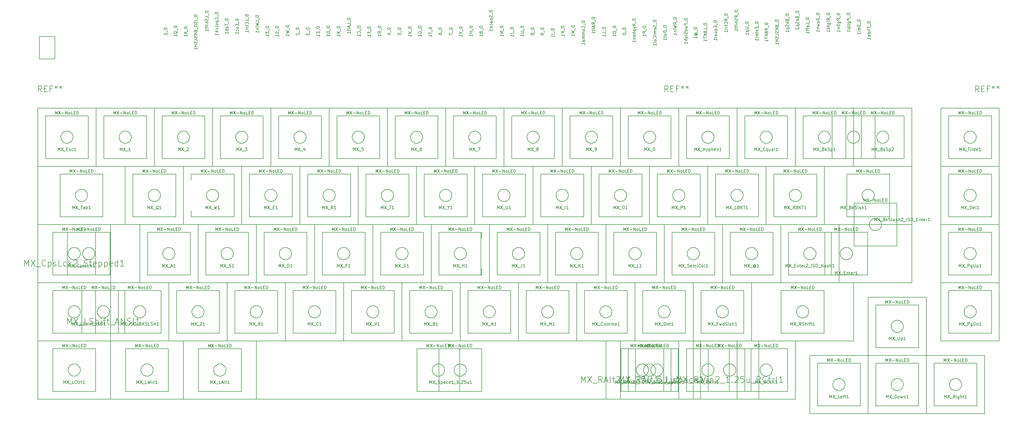
<source format=gbr>
%TF.GenerationSoftware,KiCad,Pcbnew,(5.1.7)-1*%
%TF.CreationDate,2021-02-21T21:30:35+01:00*%
%TF.ProjectId,kbic65,6b626963-3635-42e6-9b69-6361645f7063,rev?*%
%TF.SameCoordinates,Original*%
%TF.FileFunction,OtherDrawing,Comment*%
%FSLAX46Y46*%
G04 Gerber Fmt 4.6, Leading zero omitted, Abs format (unit mm)*
G04 Created by KiCad (PCBNEW (5.1.7)-1) date 2021-02-21 21:30:35*
%MOMM*%
%LPD*%
G01*
G04 APERTURE LIST*
%ADD10C,0.200000*%
%ADD11C,0.150000*%
G04 APERTURE END LIST*
D10*
X186152894Y-155575010D02*
X186152894Y-155575010D01*
X177150000Y-162575001D02*
X177150000Y-148575000D01*
X191149999Y-162575001D02*
X177150000Y-162575001D01*
X191149999Y-148575000D02*
X191149999Y-162575001D01*
X177150000Y-148575000D02*
X191149999Y-148575000D01*
X184150000Y-153572116D02*
X184354784Y-153582456D01*
X184354784Y-153582456D02*
X184553653Y-153612807D01*
X184553653Y-153612807D02*
X184838662Y-153693651D01*
X184838662Y-153693651D02*
X185104698Y-153813854D01*
X185104698Y-153813854D02*
X185348363Y-153970020D01*
X185348363Y-153970020D02*
X185566260Y-154158750D01*
X185566260Y-154158750D02*
X185754989Y-154376646D01*
X185754989Y-154376646D02*
X185911155Y-154620311D01*
X185911155Y-154620311D02*
X186031358Y-154886347D01*
X186031358Y-154886347D02*
X186112202Y-155171356D01*
X186112202Y-155171356D02*
X186142553Y-155370225D01*
X186142553Y-155370225D02*
X186152894Y-155575010D01*
X182147106Y-155575010D02*
X182157446Y-155370225D01*
X182157446Y-155370225D02*
X182187797Y-155171356D01*
X182187797Y-155171356D02*
X182268641Y-154886347D01*
X182268641Y-154886347D02*
X182388844Y-154620311D01*
X182388844Y-154620311D02*
X182545010Y-154376646D01*
X182545010Y-154376646D02*
X182733740Y-154158750D01*
X182733740Y-154158750D02*
X182951636Y-153970020D01*
X182951636Y-153970020D02*
X183195301Y-153813854D01*
X183195301Y-153813854D02*
X183461337Y-153693651D01*
X183461337Y-153693651D02*
X183746346Y-153612807D01*
X183746346Y-153612807D02*
X183945215Y-153582456D01*
X183945215Y-153582456D02*
X184150000Y-153572116D01*
X184150000Y-157577903D02*
X183945215Y-157567562D01*
X183945215Y-157567562D02*
X183746346Y-157537211D01*
X183746346Y-157537211D02*
X183461337Y-157456367D01*
X183461337Y-157456367D02*
X183195301Y-157336164D01*
X183195301Y-157336164D02*
X182951636Y-157179999D01*
X182951636Y-157179999D02*
X182733740Y-156991269D01*
X182733740Y-156991269D02*
X182545010Y-156773372D01*
X182545010Y-156773372D02*
X182388844Y-156529707D01*
X182388844Y-156529707D02*
X182268641Y-156263671D01*
X182268641Y-156263671D02*
X182187797Y-155978662D01*
X182187797Y-155978662D02*
X182157446Y-155779794D01*
X182157446Y-155779794D02*
X182147106Y-155575010D01*
X186152894Y-155575010D02*
X186142553Y-155779794D01*
X186142553Y-155779794D02*
X186112202Y-155978662D01*
X186112202Y-155978662D02*
X186031358Y-156263671D01*
X186031358Y-156263671D02*
X185911155Y-156529707D01*
X185911155Y-156529707D02*
X185754989Y-156773372D01*
X185754989Y-156773372D02*
X185566260Y-156991269D01*
X185566260Y-156991269D02*
X185348363Y-157179999D01*
X185348363Y-157179999D02*
X185104698Y-157336164D01*
X185104698Y-157336164D02*
X184838662Y-157456367D01*
X184838662Y-157456367D02*
X184553653Y-157537211D01*
X184553653Y-157537211D02*
X184354784Y-157567562D01*
X184354784Y-157567562D02*
X184150000Y-157577903D01*
X179009144Y-155575010D02*
X179009144Y-155575010D01*
X170006250Y-162575001D02*
X170006250Y-148575000D01*
X184006249Y-162575001D02*
X170006250Y-162575001D01*
X184006249Y-148575000D02*
X184006249Y-162575001D01*
X170006250Y-148575000D02*
X184006249Y-148575000D01*
X177006250Y-153572116D02*
X177211034Y-153582456D01*
X177211034Y-153582456D02*
X177409903Y-153612807D01*
X177409903Y-153612807D02*
X177694912Y-153693651D01*
X177694912Y-153693651D02*
X177960948Y-153813854D01*
X177960948Y-153813854D02*
X178204613Y-153970020D01*
X178204613Y-153970020D02*
X178422510Y-154158750D01*
X178422510Y-154158750D02*
X178611239Y-154376646D01*
X178611239Y-154376646D02*
X178767405Y-154620311D01*
X178767405Y-154620311D02*
X178887608Y-154886347D01*
X178887608Y-154886347D02*
X178968452Y-155171356D01*
X178968452Y-155171356D02*
X178998803Y-155370225D01*
X178998803Y-155370225D02*
X179009144Y-155575010D01*
X175003356Y-155575010D02*
X175013696Y-155370225D01*
X175013696Y-155370225D02*
X175044047Y-155171356D01*
X175044047Y-155171356D02*
X175124891Y-154886347D01*
X175124891Y-154886347D02*
X175245094Y-154620311D01*
X175245094Y-154620311D02*
X175401260Y-154376646D01*
X175401260Y-154376646D02*
X175589990Y-154158750D01*
X175589990Y-154158750D02*
X175807886Y-153970020D01*
X175807886Y-153970020D02*
X176051551Y-153813854D01*
X176051551Y-153813854D02*
X176317587Y-153693651D01*
X176317587Y-153693651D02*
X176602596Y-153612807D01*
X176602596Y-153612807D02*
X176801465Y-153582456D01*
X176801465Y-153582456D02*
X177006250Y-153572116D01*
X177006250Y-157577903D02*
X176801465Y-157567562D01*
X176801465Y-157567562D02*
X176602596Y-157537211D01*
X176602596Y-157537211D02*
X176317587Y-157456367D01*
X176317587Y-157456367D02*
X176051551Y-157336164D01*
X176051551Y-157336164D02*
X175807886Y-157179999D01*
X175807886Y-157179999D02*
X175589990Y-156991269D01*
X175589990Y-156991269D02*
X175401260Y-156773372D01*
X175401260Y-156773372D02*
X175245094Y-156529707D01*
X175245094Y-156529707D02*
X175124891Y-156263671D01*
X175124891Y-156263671D02*
X175044047Y-155978662D01*
X175044047Y-155978662D02*
X175013696Y-155779794D01*
X175013696Y-155779794D02*
X175003356Y-155575010D01*
X179009144Y-155575010D02*
X178998803Y-155779794D01*
X178998803Y-155779794D02*
X178968452Y-155978662D01*
X178968452Y-155978662D02*
X178887608Y-156263671D01*
X178887608Y-156263671D02*
X178767405Y-156529707D01*
X178767405Y-156529707D02*
X178611239Y-156773372D01*
X178611239Y-156773372D02*
X178422510Y-156991269D01*
X178422510Y-156991269D02*
X178204613Y-157179999D01*
X178204613Y-157179999D02*
X177960948Y-157336164D01*
X177960948Y-157336164D02*
X177694912Y-157456367D01*
X177694912Y-157456367D02*
X177409903Y-157537211D01*
X177409903Y-157537211D02*
X177211034Y-157567562D01*
X177211034Y-157567562D02*
X177006250Y-157577903D01*
X286687083Y-105425011D02*
X286687083Y-91424595D01*
X110187499Y-105424993D02*
X96187083Y-105424993D01*
X272112499Y-72374992D02*
X272112499Y-86375408D01*
X312356273Y-117474790D02*
X312356273Y-117474790D01*
X311356169Y-115742559D02*
X311576824Y-115890265D01*
X311576824Y-115890265D02*
X311773519Y-116063465D01*
X311773519Y-116063465D02*
X311944571Y-116259244D01*
X311944571Y-116259244D02*
X312088296Y-116474685D01*
X312088296Y-116474685D02*
X312203011Y-116706876D01*
X312203011Y-116706876D02*
X312287034Y-116952900D01*
X312287034Y-116952900D02*
X312338682Y-117209843D01*
X312338682Y-117209843D02*
X312356273Y-117474790D01*
X309355961Y-115742559D02*
X309594206Y-115625318D01*
X309594206Y-115625318D02*
X309842549Y-115541576D01*
X309842549Y-115541576D02*
X310097624Y-115491330D01*
X310097624Y-115491330D02*
X310356064Y-115474581D01*
X310356064Y-115474581D02*
X310614505Y-115491330D01*
X310614505Y-115491330D02*
X310869580Y-115541576D01*
X310869580Y-115541576D02*
X311117923Y-115625318D01*
X311117923Y-115625318D02*
X311356169Y-115742559D01*
X308355856Y-117474790D02*
X308373446Y-117209843D01*
X308373446Y-117209843D02*
X308425094Y-116952900D01*
X308425094Y-116952900D02*
X308509117Y-116706876D01*
X308509117Y-116706876D02*
X308623833Y-116474685D01*
X308623833Y-116474685D02*
X308767558Y-116259244D01*
X308767558Y-116259244D02*
X308938610Y-116063465D01*
X308938610Y-116063465D02*
X309135305Y-115890265D01*
X309135305Y-115890265D02*
X309355961Y-115742559D01*
X309355961Y-119207022D02*
X309135305Y-119059315D01*
X309135305Y-119059315D02*
X308938610Y-118886115D01*
X308938610Y-118886115D02*
X308767558Y-118690336D01*
X308767558Y-118690336D02*
X308623833Y-118474894D01*
X308623833Y-118474894D02*
X308509117Y-118242704D01*
X308509117Y-118242704D02*
X308425094Y-117996679D01*
X308425094Y-117996679D02*
X308373446Y-117739736D01*
X308373446Y-117739736D02*
X308355856Y-117474790D01*
X311356169Y-119207022D02*
X311117923Y-119324261D01*
X311117923Y-119324261D02*
X310869580Y-119408004D01*
X310869580Y-119408004D02*
X310614505Y-119458249D01*
X310614505Y-119458249D02*
X310356064Y-119474998D01*
X310356064Y-119474998D02*
X310097624Y-119458249D01*
X310097624Y-119458249D02*
X309842549Y-119408004D01*
X309842549Y-119408004D02*
X309594206Y-119324261D01*
X309594206Y-119324261D02*
X309355961Y-119207022D01*
X312356273Y-117474790D02*
X312338682Y-117739736D01*
X312338682Y-117739736D02*
X312287034Y-117996679D01*
X312287034Y-117996679D02*
X312203011Y-118242704D01*
X312203011Y-118242704D02*
X312088296Y-118474894D01*
X312088296Y-118474894D02*
X311944571Y-118690336D01*
X311944571Y-118690336D02*
X311773519Y-118886115D01*
X311773519Y-118886115D02*
X311576824Y-119059315D01*
X311576824Y-119059315D02*
X311356169Y-119207022D01*
X303355825Y-124475001D02*
X303355825Y-110474584D01*
X317356252Y-124475001D02*
X303355825Y-124475001D01*
X317356252Y-110474584D02*
X317356252Y-124475001D01*
X303355825Y-110474584D02*
X317356252Y-110474584D01*
X321881458Y-107949983D02*
X321881458Y-107949983D01*
X320881354Y-106217752D02*
X321102009Y-106365458D01*
X321102009Y-106365458D02*
X321298704Y-106538658D01*
X321298704Y-106538658D02*
X321469756Y-106734437D01*
X321469756Y-106734437D02*
X321613481Y-106949878D01*
X321613481Y-106949878D02*
X321728196Y-107182069D01*
X321728196Y-107182069D02*
X321812219Y-107428093D01*
X321812219Y-107428093D02*
X321863867Y-107685036D01*
X321863867Y-107685036D02*
X321881458Y-107949983D01*
X318881146Y-106217752D02*
X319119391Y-106100511D01*
X319119391Y-106100511D02*
X319367734Y-106016769D01*
X319367734Y-106016769D02*
X319622809Y-105966523D01*
X319622809Y-105966523D02*
X319881250Y-105949774D01*
X319881250Y-105949774D02*
X320139690Y-105966523D01*
X320139690Y-105966523D02*
X320394765Y-106016769D01*
X320394765Y-106016769D02*
X320643108Y-106100511D01*
X320643108Y-106100511D02*
X320881354Y-106217752D01*
X317881042Y-107949983D02*
X317898632Y-107685036D01*
X317898632Y-107685036D02*
X317950280Y-107428093D01*
X317950280Y-107428093D02*
X318034303Y-107182069D01*
X318034303Y-107182069D02*
X318149018Y-106949878D01*
X318149018Y-106949878D02*
X318292743Y-106734437D01*
X318292743Y-106734437D02*
X318463795Y-106538658D01*
X318463795Y-106538658D02*
X318660490Y-106365458D01*
X318660490Y-106365458D02*
X318881146Y-106217752D01*
X318881146Y-109682214D02*
X318660490Y-109534507D01*
X318660490Y-109534507D02*
X318463795Y-109361307D01*
X318463795Y-109361307D02*
X318292743Y-109165529D01*
X318292743Y-109165529D02*
X318149018Y-108950087D01*
X318149018Y-108950087D02*
X318034303Y-108717897D01*
X318034303Y-108717897D02*
X317950280Y-108471872D01*
X317950280Y-108471872D02*
X317898632Y-108214929D01*
X317898632Y-108214929D02*
X317881042Y-107949983D01*
X320881354Y-109682214D02*
X320643108Y-109799454D01*
X320643108Y-109799454D02*
X320394765Y-109883196D01*
X320394765Y-109883196D02*
X320139690Y-109933442D01*
X320139690Y-109933442D02*
X319881250Y-109950191D01*
X319881250Y-109950191D02*
X319622809Y-109933442D01*
X319622809Y-109933442D02*
X319367734Y-109883196D01*
X319367734Y-109883196D02*
X319119391Y-109799454D01*
X319119391Y-109799454D02*
X318881146Y-109682214D01*
X321881458Y-107949983D02*
X321863867Y-108214929D01*
X321863867Y-108214929D02*
X321812219Y-108471872D01*
X321812219Y-108471872D02*
X321728196Y-108717897D01*
X321728196Y-108717897D02*
X321613481Y-108950087D01*
X321613481Y-108950087D02*
X321469756Y-109165529D01*
X321469756Y-109165529D02*
X321298704Y-109361307D01*
X321298704Y-109361307D02*
X321102009Y-109534507D01*
X321102009Y-109534507D02*
X320881354Y-109682214D01*
X312881036Y-114950205D02*
X312881036Y-100949788D01*
X326881464Y-114950205D02*
X312881036Y-114950205D01*
X326881464Y-100949788D02*
X326881464Y-114950205D01*
X312881036Y-100949788D02*
X326881464Y-100949788D01*
X319500208Y-98424983D02*
X319500208Y-98424983D01*
X318500104Y-96692752D02*
X318720759Y-96840458D01*
X318720759Y-96840458D02*
X318917454Y-97013658D01*
X318917454Y-97013658D02*
X319088506Y-97209437D01*
X319088506Y-97209437D02*
X319232231Y-97424878D01*
X319232231Y-97424878D02*
X319346946Y-97657069D01*
X319346946Y-97657069D02*
X319430969Y-97903093D01*
X319430969Y-97903093D02*
X319482617Y-98160036D01*
X319482617Y-98160036D02*
X319500208Y-98424983D01*
X316499896Y-96692752D02*
X316738141Y-96575511D01*
X316738141Y-96575511D02*
X316986484Y-96491769D01*
X316986484Y-96491769D02*
X317241559Y-96441523D01*
X317241559Y-96441523D02*
X317500000Y-96424774D01*
X317500000Y-96424774D02*
X317758440Y-96441523D01*
X317758440Y-96441523D02*
X318013515Y-96491769D01*
X318013515Y-96491769D02*
X318261858Y-96575511D01*
X318261858Y-96575511D02*
X318500104Y-96692752D01*
X315499792Y-98424983D02*
X315517382Y-98160036D01*
X315517382Y-98160036D02*
X315569030Y-97903093D01*
X315569030Y-97903093D02*
X315653053Y-97657069D01*
X315653053Y-97657069D02*
X315767768Y-97424878D01*
X315767768Y-97424878D02*
X315911493Y-97209437D01*
X315911493Y-97209437D02*
X316082545Y-97013658D01*
X316082545Y-97013658D02*
X316279240Y-96840458D01*
X316279240Y-96840458D02*
X316499896Y-96692752D01*
X316499896Y-100157214D02*
X316279240Y-100009507D01*
X316279240Y-100009507D02*
X316082545Y-99836307D01*
X316082545Y-99836307D02*
X315911493Y-99640529D01*
X315911493Y-99640529D02*
X315767768Y-99425087D01*
X315767768Y-99425087D02*
X315653053Y-99192897D01*
X315653053Y-99192897D02*
X315569030Y-98946872D01*
X315569030Y-98946872D02*
X315517382Y-98689929D01*
X315517382Y-98689929D02*
X315499792Y-98424983D01*
X318500104Y-100157214D02*
X318261858Y-100274454D01*
X318261858Y-100274454D02*
X318013515Y-100358196D01*
X318013515Y-100358196D02*
X317758440Y-100408442D01*
X317758440Y-100408442D02*
X317500000Y-100425191D01*
X317500000Y-100425191D02*
X317241559Y-100408442D01*
X317241559Y-100408442D02*
X316986484Y-100358196D01*
X316986484Y-100358196D02*
X316738141Y-100274454D01*
X316738141Y-100274454D02*
X316499896Y-100157214D01*
X319500208Y-98424983D02*
X319482617Y-98689929D01*
X319482617Y-98689929D02*
X319430969Y-98946872D01*
X319430969Y-98946872D02*
X319346946Y-99192897D01*
X319346946Y-99192897D02*
X319232231Y-99425087D01*
X319232231Y-99425087D02*
X319088506Y-99640529D01*
X319088506Y-99640529D02*
X318917454Y-99836307D01*
X318917454Y-99836307D02*
X318720759Y-100009507D01*
X318720759Y-100009507D02*
X318500104Y-100157214D01*
X310499786Y-105425205D02*
X310499786Y-91424788D01*
X324500214Y-105425205D02*
X310499786Y-105425205D01*
X324500214Y-91424788D02*
X324500214Y-105425205D01*
X310499786Y-91424788D02*
X324500214Y-91424788D01*
X352837708Y-79374999D02*
X352837708Y-79374999D01*
X351837604Y-77642768D02*
X352058259Y-77790474D01*
X352058259Y-77790474D02*
X352254954Y-77963674D01*
X352254954Y-77963674D02*
X352426006Y-78159453D01*
X352426006Y-78159453D02*
X352569731Y-78374894D01*
X352569731Y-78374894D02*
X352684446Y-78607085D01*
X352684446Y-78607085D02*
X352768469Y-78853109D01*
X352768469Y-78853109D02*
X352820117Y-79110052D01*
X352820117Y-79110052D02*
X352837708Y-79374999D01*
X349837396Y-77642768D02*
X350075641Y-77525527D01*
X350075641Y-77525527D02*
X350323984Y-77441785D01*
X350323984Y-77441785D02*
X350579059Y-77391539D01*
X350579059Y-77391539D02*
X350837500Y-77374790D01*
X350837500Y-77374790D02*
X351095940Y-77391539D01*
X351095940Y-77391539D02*
X351351015Y-77441785D01*
X351351015Y-77441785D02*
X351599358Y-77525527D01*
X351599358Y-77525527D02*
X351837604Y-77642768D01*
X348837292Y-79374999D02*
X348854882Y-79110052D01*
X348854882Y-79110052D02*
X348906530Y-78853109D01*
X348906530Y-78853109D02*
X348990553Y-78607085D01*
X348990553Y-78607085D02*
X349105268Y-78374894D01*
X349105268Y-78374894D02*
X349248993Y-78159453D01*
X349248993Y-78159453D02*
X349420045Y-77963674D01*
X349420045Y-77963674D02*
X349616740Y-77790474D01*
X349616740Y-77790474D02*
X349837396Y-77642768D01*
X349837396Y-81107230D02*
X349616740Y-80959523D01*
X349616740Y-80959523D02*
X349420045Y-80786323D01*
X349420045Y-80786323D02*
X349248993Y-80590544D01*
X349248993Y-80590544D02*
X349105268Y-80375103D01*
X349105268Y-80375103D02*
X348990553Y-80142912D01*
X348990553Y-80142912D02*
X348906530Y-79896888D01*
X348906530Y-79896888D02*
X348854882Y-79639945D01*
X348854882Y-79639945D02*
X348837292Y-79374999D01*
X351837604Y-81107230D02*
X351599358Y-81224470D01*
X351599358Y-81224470D02*
X351351015Y-81308212D01*
X351351015Y-81308212D02*
X351095940Y-81358458D01*
X351095940Y-81358458D02*
X350837500Y-81375207D01*
X350837500Y-81375207D02*
X350579059Y-81358458D01*
X350579059Y-81358458D02*
X350323984Y-81308212D01*
X350323984Y-81308212D02*
X350075641Y-81224470D01*
X350075641Y-81224470D02*
X349837396Y-81107230D01*
X352837708Y-79374999D02*
X352820117Y-79639945D01*
X352820117Y-79639945D02*
X352768469Y-79896888D01*
X352768469Y-79896888D02*
X352684446Y-80142912D01*
X352684446Y-80142912D02*
X352569731Y-80375103D01*
X352569731Y-80375103D02*
X352426006Y-80590544D01*
X352426006Y-80590544D02*
X352254954Y-80786323D01*
X352254954Y-80786323D02*
X352058259Y-80959523D01*
X352058259Y-80959523D02*
X351837604Y-81107230D01*
X343837286Y-86375207D02*
X343837286Y-72374791D01*
X357837714Y-86375207D02*
X343837286Y-86375207D01*
X357837714Y-72374791D02*
X357837714Y-86375207D01*
X343837286Y-72374791D02*
X357837714Y-72374791D01*
X352837708Y-98424999D02*
X352837708Y-98424999D01*
X351837604Y-96692768D02*
X352058259Y-96840474D01*
X352058259Y-96840474D02*
X352254954Y-97013674D01*
X352254954Y-97013674D02*
X352426006Y-97209453D01*
X352426006Y-97209453D02*
X352569731Y-97424894D01*
X352569731Y-97424894D02*
X352684446Y-97657085D01*
X352684446Y-97657085D02*
X352768469Y-97903109D01*
X352768469Y-97903109D02*
X352820117Y-98160052D01*
X352820117Y-98160052D02*
X352837708Y-98424999D01*
X349837396Y-96692768D02*
X350075641Y-96575527D01*
X350075641Y-96575527D02*
X350323984Y-96491785D01*
X350323984Y-96491785D02*
X350579059Y-96441539D01*
X350579059Y-96441539D02*
X350837500Y-96424790D01*
X350837500Y-96424790D02*
X351095940Y-96441539D01*
X351095940Y-96441539D02*
X351351015Y-96491785D01*
X351351015Y-96491785D02*
X351599358Y-96575527D01*
X351599358Y-96575527D02*
X351837604Y-96692768D01*
X348837292Y-98424999D02*
X348854882Y-98160052D01*
X348854882Y-98160052D02*
X348906530Y-97903109D01*
X348906530Y-97903109D02*
X348990553Y-97657085D01*
X348990553Y-97657085D02*
X349105268Y-97424894D01*
X349105268Y-97424894D02*
X349248993Y-97209453D01*
X349248993Y-97209453D02*
X349420045Y-97013674D01*
X349420045Y-97013674D02*
X349616740Y-96840474D01*
X349616740Y-96840474D02*
X349837396Y-96692768D01*
X349837396Y-100157230D02*
X349616740Y-100009523D01*
X349616740Y-100009523D02*
X349420045Y-99836323D01*
X349420045Y-99836323D02*
X349248993Y-99640544D01*
X349248993Y-99640544D02*
X349105268Y-99425103D01*
X349105268Y-99425103D02*
X348990553Y-99192912D01*
X348990553Y-99192912D02*
X348906530Y-98946888D01*
X348906530Y-98946888D02*
X348854882Y-98689945D01*
X348854882Y-98689945D02*
X348837292Y-98424999D01*
X351837604Y-100157230D02*
X351599358Y-100274470D01*
X351599358Y-100274470D02*
X351351015Y-100358212D01*
X351351015Y-100358212D02*
X351095940Y-100408458D01*
X351095940Y-100408458D02*
X350837500Y-100425207D01*
X350837500Y-100425207D02*
X350579059Y-100408458D01*
X350579059Y-100408458D02*
X350323984Y-100358212D01*
X350323984Y-100358212D02*
X350075641Y-100274470D01*
X350075641Y-100274470D02*
X349837396Y-100157230D01*
X352837708Y-98424999D02*
X352820117Y-98689945D01*
X352820117Y-98689945D02*
X352768469Y-98946888D01*
X352768469Y-98946888D02*
X352684446Y-99192912D01*
X352684446Y-99192912D02*
X352569731Y-99425103D01*
X352569731Y-99425103D02*
X352426006Y-99640544D01*
X352426006Y-99640544D02*
X352254954Y-99836323D01*
X352254954Y-99836323D02*
X352058259Y-100009523D01*
X352058259Y-100009523D02*
X351837604Y-100157230D01*
X343837286Y-105425215D02*
X343837286Y-91424799D01*
X357837714Y-105425215D02*
X343837286Y-105425215D01*
X357837714Y-91424799D02*
X357837714Y-105425215D01*
X343837286Y-91424799D02*
X357837714Y-91424799D01*
X352837708Y-117475000D02*
X352837708Y-117475000D01*
X351837604Y-115742768D02*
X352058259Y-115890474D01*
X352058259Y-115890474D02*
X352254954Y-116063674D01*
X352254954Y-116063674D02*
X352426006Y-116259453D01*
X352426006Y-116259453D02*
X352569731Y-116474895D01*
X352569731Y-116474895D02*
X352684446Y-116707085D01*
X352684446Y-116707085D02*
X352768469Y-116953109D01*
X352768469Y-116953109D02*
X352820117Y-117210052D01*
X352820117Y-117210052D02*
X352837708Y-117475000D01*
X349837396Y-115742768D02*
X350075641Y-115625527D01*
X350075641Y-115625527D02*
X350323984Y-115541785D01*
X350323984Y-115541785D02*
X350579059Y-115491539D01*
X350579059Y-115491539D02*
X350837500Y-115474790D01*
X350837500Y-115474790D02*
X351095940Y-115491539D01*
X351095940Y-115491539D02*
X351351015Y-115541785D01*
X351351015Y-115541785D02*
X351599358Y-115625527D01*
X351599358Y-115625527D02*
X351837604Y-115742768D01*
X348837292Y-117475000D02*
X348854882Y-117210052D01*
X348854882Y-117210052D02*
X348906530Y-116953109D01*
X348906530Y-116953109D02*
X348990553Y-116707085D01*
X348990553Y-116707085D02*
X349105268Y-116474895D01*
X349105268Y-116474895D02*
X349248993Y-116259453D01*
X349248993Y-116259453D02*
X349420045Y-116063674D01*
X349420045Y-116063674D02*
X349616740Y-115890474D01*
X349616740Y-115890474D02*
X349837396Y-115742768D01*
X349837396Y-119207231D02*
X349616740Y-119059523D01*
X349616740Y-119059523D02*
X349420045Y-118886323D01*
X349420045Y-118886323D02*
X349248993Y-118690545D01*
X349248993Y-118690545D02*
X349105268Y-118475103D01*
X349105268Y-118475103D02*
X348990553Y-118242913D01*
X348990553Y-118242913D02*
X348906530Y-117996889D01*
X348906530Y-117996889D02*
X348854882Y-117739946D01*
X348854882Y-117739946D02*
X348837292Y-117475000D01*
X351837604Y-119207231D02*
X351599358Y-119324471D01*
X351599358Y-119324471D02*
X351351015Y-119408213D01*
X351351015Y-119408213D02*
X351095940Y-119458459D01*
X351095940Y-119458459D02*
X350837500Y-119475208D01*
X350837500Y-119475208D02*
X350579059Y-119458459D01*
X350579059Y-119458459D02*
X350323984Y-119408213D01*
X350323984Y-119408213D02*
X350075641Y-119324471D01*
X350075641Y-119324471D02*
X349837396Y-119207231D01*
X352837708Y-117475000D02*
X352820117Y-117739946D01*
X352820117Y-117739946D02*
X352768469Y-117996889D01*
X352768469Y-117996889D02*
X352684446Y-118242913D01*
X352684446Y-118242913D02*
X352569731Y-118475103D01*
X352569731Y-118475103D02*
X352426006Y-118690545D01*
X352426006Y-118690545D02*
X352254954Y-118886323D01*
X352254954Y-118886323D02*
X352058259Y-119059523D01*
X352058259Y-119059523D02*
X351837604Y-119207231D01*
X343837286Y-124475213D02*
X343837286Y-110474796D01*
X357837714Y-124475213D02*
X343837286Y-124475213D01*
X357837714Y-110474796D02*
X357837714Y-124475213D01*
X343837286Y-110474796D02*
X357837714Y-110474796D01*
X352837708Y-136524999D02*
X352837708Y-136524999D01*
X351837604Y-134792768D02*
X352058259Y-134940474D01*
X352058259Y-134940474D02*
X352254954Y-135113674D01*
X352254954Y-135113674D02*
X352426006Y-135309453D01*
X352426006Y-135309453D02*
X352569731Y-135524894D01*
X352569731Y-135524894D02*
X352684446Y-135757085D01*
X352684446Y-135757085D02*
X352768469Y-136003109D01*
X352768469Y-136003109D02*
X352820117Y-136260052D01*
X352820117Y-136260052D02*
X352837708Y-136524999D01*
X349837396Y-134792768D02*
X350075641Y-134675527D01*
X350075641Y-134675527D02*
X350323984Y-134591785D01*
X350323984Y-134591785D02*
X350579059Y-134541539D01*
X350579059Y-134541539D02*
X350837500Y-134524790D01*
X350837500Y-134524790D02*
X351095940Y-134541539D01*
X351095940Y-134541539D02*
X351351015Y-134591785D01*
X351351015Y-134591785D02*
X351599358Y-134675527D01*
X351599358Y-134675527D02*
X351837604Y-134792768D01*
X348837292Y-136524999D02*
X348854882Y-136260052D01*
X348854882Y-136260052D02*
X348906530Y-136003109D01*
X348906530Y-136003109D02*
X348990553Y-135757085D01*
X348990553Y-135757085D02*
X349105268Y-135524894D01*
X349105268Y-135524894D02*
X349248993Y-135309453D01*
X349248993Y-135309453D02*
X349420045Y-135113674D01*
X349420045Y-135113674D02*
X349616740Y-134940474D01*
X349616740Y-134940474D02*
X349837396Y-134792768D01*
X349837396Y-138257230D02*
X349616740Y-138109523D01*
X349616740Y-138109523D02*
X349420045Y-137936323D01*
X349420045Y-137936323D02*
X349248993Y-137740544D01*
X349248993Y-137740544D02*
X349105268Y-137525103D01*
X349105268Y-137525103D02*
X348990553Y-137292912D01*
X348990553Y-137292912D02*
X348906530Y-137046888D01*
X348906530Y-137046888D02*
X348854882Y-136789945D01*
X348854882Y-136789945D02*
X348837292Y-136524999D01*
X351837604Y-138257230D02*
X351599358Y-138374470D01*
X351599358Y-138374470D02*
X351351015Y-138458212D01*
X351351015Y-138458212D02*
X351095940Y-138508458D01*
X351095940Y-138508458D02*
X350837500Y-138525207D01*
X350837500Y-138525207D02*
X350579059Y-138508458D01*
X350579059Y-138508458D02*
X350323984Y-138458212D01*
X350323984Y-138458212D02*
X350075641Y-138374470D01*
X350075641Y-138374470D02*
X349837396Y-138257230D01*
X352837708Y-136524999D02*
X352820117Y-136789945D01*
X352820117Y-136789945D02*
X352768469Y-137046888D01*
X352768469Y-137046888D02*
X352684446Y-137292912D01*
X352684446Y-137292912D02*
X352569731Y-137525103D01*
X352569731Y-137525103D02*
X352426006Y-137740544D01*
X352426006Y-137740544D02*
X352254954Y-137936323D01*
X352254954Y-137936323D02*
X352058259Y-138109523D01*
X352058259Y-138109523D02*
X351837604Y-138257230D01*
X343837286Y-143525215D02*
X343837286Y-129524799D01*
X357837714Y-143525215D02*
X343837286Y-143525215D01*
X357837714Y-129524799D02*
X357837714Y-143525215D01*
X343837286Y-129524799D02*
X357837714Y-129524799D01*
X329025208Y-141287499D02*
X329025208Y-141287499D01*
X328025104Y-139555268D02*
X328245759Y-139702974D01*
X328245759Y-139702974D02*
X328442454Y-139876174D01*
X328442454Y-139876174D02*
X328613506Y-140071953D01*
X328613506Y-140071953D02*
X328757231Y-140287394D01*
X328757231Y-140287394D02*
X328871946Y-140519585D01*
X328871946Y-140519585D02*
X328955969Y-140765609D01*
X328955969Y-140765609D02*
X329007617Y-141022552D01*
X329007617Y-141022552D02*
X329025208Y-141287499D01*
X326024896Y-139555268D02*
X326263141Y-139438027D01*
X326263141Y-139438027D02*
X326511484Y-139354285D01*
X326511484Y-139354285D02*
X326766559Y-139304039D01*
X326766559Y-139304039D02*
X327025000Y-139287290D01*
X327025000Y-139287290D02*
X327283440Y-139304039D01*
X327283440Y-139304039D02*
X327538515Y-139354285D01*
X327538515Y-139354285D02*
X327786858Y-139438027D01*
X327786858Y-139438027D02*
X328025104Y-139555268D01*
X325024792Y-141287499D02*
X325042382Y-141022552D01*
X325042382Y-141022552D02*
X325094030Y-140765609D01*
X325094030Y-140765609D02*
X325178053Y-140519585D01*
X325178053Y-140519585D02*
X325292768Y-140287394D01*
X325292768Y-140287394D02*
X325436493Y-140071953D01*
X325436493Y-140071953D02*
X325607545Y-139876174D01*
X325607545Y-139876174D02*
X325804240Y-139702974D01*
X325804240Y-139702974D02*
X326024896Y-139555268D01*
X326024896Y-143019730D02*
X325804240Y-142872023D01*
X325804240Y-142872023D02*
X325607545Y-142698823D01*
X325607545Y-142698823D02*
X325436493Y-142503044D01*
X325436493Y-142503044D02*
X325292768Y-142287603D01*
X325292768Y-142287603D02*
X325178053Y-142055412D01*
X325178053Y-142055412D02*
X325094030Y-141809388D01*
X325094030Y-141809388D02*
X325042382Y-141552445D01*
X325042382Y-141552445D02*
X325024792Y-141287499D01*
X328025104Y-143019730D02*
X327786858Y-143136970D01*
X327786858Y-143136970D02*
X327538515Y-143220712D01*
X327538515Y-143220712D02*
X327283440Y-143270958D01*
X327283440Y-143270958D02*
X327025000Y-143287707D01*
X327025000Y-143287707D02*
X326766559Y-143270958D01*
X326766559Y-143270958D02*
X326511484Y-143220712D01*
X326511484Y-143220712D02*
X326263141Y-143136970D01*
X326263141Y-143136970D02*
X326024896Y-143019730D01*
X329025208Y-141287499D02*
X329007617Y-141552445D01*
X329007617Y-141552445D02*
X328955969Y-141809388D01*
X328955969Y-141809388D02*
X328871946Y-142055412D01*
X328871946Y-142055412D02*
X328757231Y-142287603D01*
X328757231Y-142287603D02*
X328613506Y-142503044D01*
X328613506Y-142503044D02*
X328442454Y-142698823D01*
X328442454Y-142698823D02*
X328245759Y-142872023D01*
X328245759Y-142872023D02*
X328025104Y-143019730D01*
X320024786Y-148287715D02*
X320024786Y-134287299D01*
X334025214Y-148287715D02*
X320024786Y-148287715D01*
X334025214Y-134287299D02*
X334025214Y-148287715D01*
X320024786Y-134287299D02*
X334025214Y-134287299D01*
X298068958Y-136524999D02*
X298068958Y-136524999D01*
X297068854Y-134792768D02*
X297289509Y-134940474D01*
X297289509Y-134940474D02*
X297486204Y-135113674D01*
X297486204Y-135113674D02*
X297657256Y-135309453D01*
X297657256Y-135309453D02*
X297800981Y-135524894D01*
X297800981Y-135524894D02*
X297915696Y-135757085D01*
X297915696Y-135757085D02*
X297999719Y-136003109D01*
X297999719Y-136003109D02*
X298051367Y-136260052D01*
X298051367Y-136260052D02*
X298068958Y-136524999D01*
X295068646Y-134792768D02*
X295306891Y-134675527D01*
X295306891Y-134675527D02*
X295555234Y-134591785D01*
X295555234Y-134591785D02*
X295810309Y-134541539D01*
X295810309Y-134541539D02*
X296068750Y-134524790D01*
X296068750Y-134524790D02*
X296327190Y-134541539D01*
X296327190Y-134541539D02*
X296582265Y-134591785D01*
X296582265Y-134591785D02*
X296830608Y-134675527D01*
X296830608Y-134675527D02*
X297068854Y-134792768D01*
X294068541Y-136524999D02*
X294086131Y-136260052D01*
X294086131Y-136260052D02*
X294137779Y-136003109D01*
X294137779Y-136003109D02*
X294221802Y-135757085D01*
X294221802Y-135757085D02*
X294336518Y-135524894D01*
X294336518Y-135524894D02*
X294480243Y-135309453D01*
X294480243Y-135309453D02*
X294651294Y-135113674D01*
X294651294Y-135113674D02*
X294847989Y-134940474D01*
X294847989Y-134940474D02*
X295068646Y-134792768D01*
X295068646Y-138257230D02*
X294847989Y-138109523D01*
X294847989Y-138109523D02*
X294651294Y-137936323D01*
X294651294Y-137936323D02*
X294480243Y-137740544D01*
X294480243Y-137740544D02*
X294336518Y-137525103D01*
X294336518Y-137525103D02*
X294221802Y-137292912D01*
X294221802Y-137292912D02*
X294137779Y-137046888D01*
X294137779Y-137046888D02*
X294086131Y-136789945D01*
X294086131Y-136789945D02*
X294068541Y-136524999D01*
X297068854Y-138257230D02*
X296830608Y-138374470D01*
X296830608Y-138374470D02*
X296582265Y-138458212D01*
X296582265Y-138458212D02*
X296327190Y-138508458D01*
X296327190Y-138508458D02*
X296068750Y-138525207D01*
X296068750Y-138525207D02*
X295810309Y-138508458D01*
X295810309Y-138508458D02*
X295555234Y-138458212D01*
X295555234Y-138458212D02*
X295306891Y-138374470D01*
X295306891Y-138374470D02*
X295068646Y-138257230D01*
X298068958Y-136524999D02*
X298051367Y-136789945D01*
X298051367Y-136789945D02*
X297999719Y-137046888D01*
X297999719Y-137046888D02*
X297915696Y-137292912D01*
X297915696Y-137292912D02*
X297800981Y-137525103D01*
X297800981Y-137525103D02*
X297657256Y-137740544D01*
X297657256Y-137740544D02*
X297486204Y-137936323D01*
X297486204Y-137936323D02*
X297289509Y-138109523D01*
X297289509Y-138109523D02*
X297068854Y-138257230D01*
X289068541Y-143525215D02*
X289068541Y-129524799D01*
X303068964Y-143525215D02*
X289068541Y-143525215D01*
X303068964Y-129524799D02*
X303068964Y-143525215D01*
X289068541Y-129524799D02*
X303068964Y-129524799D01*
X348075023Y-160337285D02*
X348075023Y-160337285D01*
X347074919Y-158605053D02*
X347295574Y-158752759D01*
X347295574Y-158752759D02*
X347492269Y-158925959D01*
X347492269Y-158925959D02*
X347663321Y-159121738D01*
X347663321Y-159121738D02*
X347807046Y-159337180D01*
X347807046Y-159337180D02*
X347921761Y-159569370D01*
X347921761Y-159569370D02*
X348005784Y-159815395D01*
X348005784Y-159815395D02*
X348057432Y-160072338D01*
X348057432Y-160072338D02*
X348075023Y-160337285D01*
X345074711Y-158605053D02*
X345312956Y-158487813D01*
X345312956Y-158487813D02*
X345561299Y-158404070D01*
X345561299Y-158404070D02*
X345816374Y-158353825D01*
X345816374Y-158353825D02*
X346074814Y-158337076D01*
X346074814Y-158337076D02*
X346333255Y-158353825D01*
X346333255Y-158353825D02*
X346588330Y-158404070D01*
X346588330Y-158404070D02*
X346836673Y-158487813D01*
X346836673Y-158487813D02*
X347074919Y-158605053D01*
X344074606Y-160337285D02*
X344092196Y-160072338D01*
X344092196Y-160072338D02*
X344143844Y-159815395D01*
X344143844Y-159815395D02*
X344227867Y-159569370D01*
X344227867Y-159569370D02*
X344342583Y-159337180D01*
X344342583Y-159337180D02*
X344486308Y-159121738D01*
X344486308Y-159121738D02*
X344657360Y-158925959D01*
X344657360Y-158925959D02*
X344854055Y-158752759D01*
X344854055Y-158752759D02*
X345074711Y-158605053D01*
X345074711Y-162069516D02*
X344854055Y-161921809D01*
X344854055Y-161921809D02*
X344657360Y-161748609D01*
X344657360Y-161748609D02*
X344486308Y-161552830D01*
X344486308Y-161552830D02*
X344342583Y-161337388D01*
X344342583Y-161337388D02*
X344227867Y-161105198D01*
X344227867Y-161105198D02*
X344143844Y-160859174D01*
X344143844Y-160859174D02*
X344092196Y-160602231D01*
X344092196Y-160602231D02*
X344074606Y-160337285D01*
X347074919Y-162069516D02*
X346836673Y-162186756D01*
X346836673Y-162186756D02*
X346588330Y-162270498D01*
X346588330Y-162270498D02*
X346333255Y-162320744D01*
X346333255Y-162320744D02*
X346074814Y-162337493D01*
X346074814Y-162337493D02*
X345816374Y-162320744D01*
X345816374Y-162320744D02*
X345561299Y-162270498D01*
X345561299Y-162270498D02*
X345312956Y-162186756D01*
X345312956Y-162186756D02*
X345074711Y-162069516D01*
X348075023Y-160337285D02*
X348057432Y-160602231D01*
X348057432Y-160602231D02*
X348005784Y-160859174D01*
X348005784Y-160859174D02*
X347921761Y-161105198D01*
X347921761Y-161105198D02*
X347807046Y-161337388D01*
X347807046Y-161337388D02*
X347663321Y-161552830D01*
X347663321Y-161552830D02*
X347492269Y-161748609D01*
X347492269Y-161748609D02*
X347295574Y-161921809D01*
X347295574Y-161921809D02*
X347074919Y-162069516D01*
X339074575Y-167337498D02*
X339074575Y-153337098D01*
X353075002Y-167337498D02*
X339074575Y-167337498D01*
X353075002Y-153337098D02*
X353075002Y-167337498D01*
X339074575Y-153337098D02*
X353075002Y-153337098D01*
X329025023Y-160337285D02*
X329025023Y-160337285D01*
X328024919Y-158605053D02*
X328245574Y-158752759D01*
X328245574Y-158752759D02*
X328442269Y-158925959D01*
X328442269Y-158925959D02*
X328613321Y-159121738D01*
X328613321Y-159121738D02*
X328757046Y-159337180D01*
X328757046Y-159337180D02*
X328871761Y-159569370D01*
X328871761Y-159569370D02*
X328955784Y-159815395D01*
X328955784Y-159815395D02*
X329007432Y-160072338D01*
X329007432Y-160072338D02*
X329025023Y-160337285D01*
X326024711Y-158605053D02*
X326262956Y-158487813D01*
X326262956Y-158487813D02*
X326511299Y-158404070D01*
X326511299Y-158404070D02*
X326766374Y-158353825D01*
X326766374Y-158353825D02*
X327024814Y-158337076D01*
X327024814Y-158337076D02*
X327283255Y-158353825D01*
X327283255Y-158353825D02*
X327538330Y-158404070D01*
X327538330Y-158404070D02*
X327786673Y-158487813D01*
X327786673Y-158487813D02*
X328024919Y-158605053D01*
X325024606Y-160337285D02*
X325042196Y-160072338D01*
X325042196Y-160072338D02*
X325093844Y-159815395D01*
X325093844Y-159815395D02*
X325177867Y-159569370D01*
X325177867Y-159569370D02*
X325292583Y-159337180D01*
X325292583Y-159337180D02*
X325436308Y-159121738D01*
X325436308Y-159121738D02*
X325607360Y-158925959D01*
X325607360Y-158925959D02*
X325804055Y-158752759D01*
X325804055Y-158752759D02*
X326024711Y-158605053D01*
X326024711Y-162069516D02*
X325804055Y-161921809D01*
X325804055Y-161921809D02*
X325607360Y-161748609D01*
X325607360Y-161748609D02*
X325436308Y-161552830D01*
X325436308Y-161552830D02*
X325292583Y-161337388D01*
X325292583Y-161337388D02*
X325177867Y-161105198D01*
X325177867Y-161105198D02*
X325093844Y-160859174D01*
X325093844Y-160859174D02*
X325042196Y-160602231D01*
X325042196Y-160602231D02*
X325024606Y-160337285D01*
X328024919Y-162069516D02*
X327786673Y-162186756D01*
X327786673Y-162186756D02*
X327538330Y-162270498D01*
X327538330Y-162270498D02*
X327283255Y-162320744D01*
X327283255Y-162320744D02*
X327024814Y-162337493D01*
X327024814Y-162337493D02*
X326766374Y-162320744D01*
X326766374Y-162320744D02*
X326511299Y-162270498D01*
X326511299Y-162270498D02*
X326262956Y-162186756D01*
X326262956Y-162186756D02*
X326024711Y-162069516D01*
X329025023Y-160337285D02*
X329007432Y-160602231D01*
X329007432Y-160602231D02*
X328955784Y-160859174D01*
X328955784Y-160859174D02*
X328871761Y-161105198D01*
X328871761Y-161105198D02*
X328757046Y-161337388D01*
X328757046Y-161337388D02*
X328613321Y-161552830D01*
X328613321Y-161552830D02*
X328442269Y-161748609D01*
X328442269Y-161748609D02*
X328245574Y-161921809D01*
X328245574Y-161921809D02*
X328024919Y-162069516D01*
X320024575Y-167337525D02*
X320024575Y-153337098D01*
X334025002Y-167337525D02*
X320024575Y-167337525D01*
X334025002Y-153337098D02*
X334025002Y-167337525D01*
X320024575Y-153337098D02*
X334025002Y-153337098D01*
X309974785Y-160337523D02*
X309974785Y-160337523D01*
X308974681Y-158605292D02*
X309195336Y-158752998D01*
X309195336Y-158752998D02*
X309392031Y-158926198D01*
X309392031Y-158926198D02*
X309563082Y-159121976D01*
X309563082Y-159121976D02*
X309706807Y-159337418D01*
X309706807Y-159337418D02*
X309821523Y-159569608D01*
X309821523Y-159569608D02*
X309905546Y-159815633D01*
X309905546Y-159815633D02*
X309957194Y-160072576D01*
X309957194Y-160072576D02*
X309974785Y-160337523D01*
X306974472Y-158605292D02*
X307212717Y-158488051D01*
X307212717Y-158488051D02*
X307461061Y-158404309D01*
X307461061Y-158404309D02*
X307716135Y-158354063D01*
X307716135Y-158354063D02*
X307974576Y-158337314D01*
X307974576Y-158337314D02*
X308233017Y-158354063D01*
X308233017Y-158354063D02*
X308488092Y-158404309D01*
X308488092Y-158404309D02*
X308736435Y-158488051D01*
X308736435Y-158488051D02*
X308974681Y-158605292D01*
X305974368Y-160337523D02*
X305991958Y-160072576D01*
X305991958Y-160072576D02*
X306043606Y-159815633D01*
X306043606Y-159815633D02*
X306127629Y-159569608D01*
X306127629Y-159569608D02*
X306242345Y-159337418D01*
X306242345Y-159337418D02*
X306386070Y-159121976D01*
X306386070Y-159121976D02*
X306557121Y-158926198D01*
X306557121Y-158926198D02*
X306753816Y-158752998D01*
X306753816Y-158752998D02*
X306974472Y-158605292D01*
X306974472Y-162069754D02*
X306753816Y-161922047D01*
X306753816Y-161922047D02*
X306557121Y-161748847D01*
X306557121Y-161748847D02*
X306386070Y-161553068D01*
X306386070Y-161553068D02*
X306242345Y-161337626D01*
X306242345Y-161337626D02*
X306127629Y-161105436D01*
X306127629Y-161105436D02*
X306043606Y-160859412D01*
X306043606Y-160859412D02*
X305991958Y-160602469D01*
X305991958Y-160602469D02*
X305974368Y-160337523D01*
X308974681Y-162069754D02*
X308736435Y-162186994D01*
X308736435Y-162186994D02*
X308488092Y-162270736D01*
X308488092Y-162270736D02*
X308233017Y-162320982D01*
X308233017Y-162320982D02*
X307974576Y-162337731D01*
X307974576Y-162337731D02*
X307716135Y-162320982D01*
X307716135Y-162320982D02*
X307461061Y-162270736D01*
X307461061Y-162270736D02*
X307212717Y-162186994D01*
X307212717Y-162186994D02*
X306974472Y-162069754D01*
X309974785Y-160337523D02*
X309957194Y-160602469D01*
X309957194Y-160602469D02*
X309905546Y-160859412D01*
X309905546Y-160859412D02*
X309821523Y-161105436D01*
X309821523Y-161105436D02*
X309706807Y-161337626D01*
X309706807Y-161337626D02*
X309563082Y-161553068D01*
X309563082Y-161553068D02*
X309392031Y-161748847D01*
X309392031Y-161748847D02*
X309195336Y-161922047D01*
X309195336Y-161922047D02*
X308974681Y-162069754D01*
X300974363Y-167337710D02*
X300974363Y-153337309D01*
X314974790Y-167337710D02*
X300974363Y-167337710D01*
X314974790Y-153337309D02*
X314974790Y-167337710D01*
X300974363Y-153337309D02*
X314974790Y-153337309D01*
X286162708Y-155574996D02*
X286162708Y-155574996D01*
X285162604Y-153842765D02*
X285383259Y-153990471D01*
X285383259Y-153990471D02*
X285579954Y-154163671D01*
X285579954Y-154163671D02*
X285751006Y-154359450D01*
X285751006Y-154359450D02*
X285894731Y-154574892D01*
X285894731Y-154574892D02*
X286009446Y-154807082D01*
X286009446Y-154807082D02*
X286093469Y-155053106D01*
X286093469Y-155053106D02*
X286145117Y-155310049D01*
X286145117Y-155310049D02*
X286162708Y-155574996D01*
X283162396Y-153842765D02*
X283400641Y-153725524D01*
X283400641Y-153725524D02*
X283648984Y-153641782D01*
X283648984Y-153641782D02*
X283904059Y-153591536D01*
X283904059Y-153591536D02*
X284162500Y-153574787D01*
X284162500Y-153574787D02*
X284420940Y-153591536D01*
X284420940Y-153591536D02*
X284676015Y-153641782D01*
X284676015Y-153641782D02*
X284924358Y-153725524D01*
X284924358Y-153725524D02*
X285162604Y-153842765D01*
X282162292Y-155574996D02*
X282179882Y-155310049D01*
X282179882Y-155310049D02*
X282231530Y-155053106D01*
X282231530Y-155053106D02*
X282315553Y-154807082D01*
X282315553Y-154807082D02*
X282430268Y-154574892D01*
X282430268Y-154574892D02*
X282573993Y-154359450D01*
X282573993Y-154359450D02*
X282745045Y-154163671D01*
X282745045Y-154163671D02*
X282941740Y-153990471D01*
X282941740Y-153990471D02*
X283162396Y-153842765D01*
X283162396Y-157307228D02*
X282941740Y-157159521D01*
X282941740Y-157159521D02*
X282745045Y-156986321D01*
X282745045Y-156986321D02*
X282573993Y-156790542D01*
X282573993Y-156790542D02*
X282430268Y-156575100D01*
X282430268Y-156575100D02*
X282315553Y-156342910D01*
X282315553Y-156342910D02*
X282231530Y-156096885D01*
X282231530Y-156096885D02*
X282179882Y-155839942D01*
X282179882Y-155839942D02*
X282162292Y-155574996D01*
X285162604Y-157307228D02*
X284924358Y-157424467D01*
X284924358Y-157424467D02*
X284676015Y-157508210D01*
X284676015Y-157508210D02*
X284420940Y-157558455D01*
X284420940Y-157558455D02*
X284162500Y-157575204D01*
X284162500Y-157575204D02*
X283904059Y-157558455D01*
X283904059Y-157558455D02*
X283648984Y-157508210D01*
X283648984Y-157508210D02*
X283400641Y-157424467D01*
X283400641Y-157424467D02*
X283162396Y-157307228D01*
X286162708Y-155574996D02*
X286145117Y-155839942D01*
X286145117Y-155839942D02*
X286093469Y-156096885D01*
X286093469Y-156096885D02*
X286009446Y-156342910D01*
X286009446Y-156342910D02*
X285894731Y-156575100D01*
X285894731Y-156575100D02*
X285751006Y-156790542D01*
X285751006Y-156790542D02*
X285579954Y-156986321D01*
X285579954Y-156986321D02*
X285383259Y-157159521D01*
X285383259Y-157159521D02*
X285162604Y-157307228D01*
X277162292Y-162575210D02*
X277162292Y-148574791D01*
X291162708Y-162575210D02*
X277162292Y-162575210D01*
X291162708Y-148574791D02*
X291162708Y-162575210D01*
X277162292Y-148574791D02*
X291162708Y-148574791D01*
X274256458Y-155574996D02*
X274256458Y-155574996D01*
X273256354Y-153842765D02*
X273477009Y-153990471D01*
X273477009Y-153990471D02*
X273673704Y-154163671D01*
X273673704Y-154163671D02*
X273844756Y-154359450D01*
X273844756Y-154359450D02*
X273988481Y-154574892D01*
X273988481Y-154574892D02*
X274103196Y-154807082D01*
X274103196Y-154807082D02*
X274187219Y-155053106D01*
X274187219Y-155053106D02*
X274238867Y-155310049D01*
X274238867Y-155310049D02*
X274256458Y-155574996D01*
X271256146Y-153842765D02*
X271494391Y-153725524D01*
X271494391Y-153725524D02*
X271742734Y-153641782D01*
X271742734Y-153641782D02*
X271997809Y-153591536D01*
X271997809Y-153591536D02*
X272256250Y-153574787D01*
X272256250Y-153574787D02*
X272514690Y-153591536D01*
X272514690Y-153591536D02*
X272769765Y-153641782D01*
X272769765Y-153641782D02*
X273018108Y-153725524D01*
X273018108Y-153725524D02*
X273256354Y-153842765D01*
X270256042Y-155574996D02*
X270273632Y-155310049D01*
X270273632Y-155310049D02*
X270325280Y-155053106D01*
X270325280Y-155053106D02*
X270409303Y-154807082D01*
X270409303Y-154807082D02*
X270524018Y-154574892D01*
X270524018Y-154574892D02*
X270667743Y-154359450D01*
X270667743Y-154359450D02*
X270838795Y-154163671D01*
X270838795Y-154163671D02*
X271035490Y-153990471D01*
X271035490Y-153990471D02*
X271256146Y-153842765D01*
X271256146Y-157307228D02*
X271035490Y-157159521D01*
X271035490Y-157159521D02*
X270838795Y-156986321D01*
X270838795Y-156986321D02*
X270667743Y-156790542D01*
X270667743Y-156790542D02*
X270524018Y-156575100D01*
X270524018Y-156575100D02*
X270409303Y-156342910D01*
X270409303Y-156342910D02*
X270325280Y-156096885D01*
X270325280Y-156096885D02*
X270273632Y-155839942D01*
X270273632Y-155839942D02*
X270256042Y-155574996D01*
X273256354Y-157307228D02*
X273018108Y-157424467D01*
X273018108Y-157424467D02*
X272769765Y-157508210D01*
X272769765Y-157508210D02*
X272514690Y-157558455D01*
X272514690Y-157558455D02*
X272256250Y-157575204D01*
X272256250Y-157575204D02*
X271997809Y-157558455D01*
X271997809Y-157558455D02*
X271742734Y-157508210D01*
X271742734Y-157508210D02*
X271494391Y-157424467D01*
X271494391Y-157424467D02*
X271256146Y-157307228D01*
X274256458Y-155574996D02*
X274238867Y-155839942D01*
X274238867Y-155839942D02*
X274187219Y-156096885D01*
X274187219Y-156096885D02*
X274103196Y-156342910D01*
X274103196Y-156342910D02*
X273988481Y-156575100D01*
X273988481Y-156575100D02*
X273844756Y-156790542D01*
X273844756Y-156790542D02*
X273673704Y-156986321D01*
X273673704Y-156986321D02*
X273477009Y-157159521D01*
X273477009Y-157159521D02*
X273256354Y-157307228D01*
X265256042Y-162575210D02*
X265256042Y-148574799D01*
X279256458Y-162575210D02*
X265256042Y-162575210D01*
X279256458Y-148574799D02*
X279256458Y-162575210D01*
X265256042Y-148574799D02*
X279256458Y-148574799D01*
X267112708Y-155574996D02*
X267112708Y-155574996D01*
X266112604Y-153842765D02*
X266333259Y-153990471D01*
X266333259Y-153990471D02*
X266529954Y-154163671D01*
X266529954Y-154163671D02*
X266701006Y-154359450D01*
X266701006Y-154359450D02*
X266844731Y-154574892D01*
X266844731Y-154574892D02*
X266959446Y-154807082D01*
X266959446Y-154807082D02*
X267043469Y-155053106D01*
X267043469Y-155053106D02*
X267095117Y-155310049D01*
X267095117Y-155310049D02*
X267112708Y-155574996D01*
X264112396Y-153842765D02*
X264350641Y-153725524D01*
X264350641Y-153725524D02*
X264598984Y-153641782D01*
X264598984Y-153641782D02*
X264854059Y-153591536D01*
X264854059Y-153591536D02*
X265112500Y-153574787D01*
X265112500Y-153574787D02*
X265370940Y-153591536D01*
X265370940Y-153591536D02*
X265626015Y-153641782D01*
X265626015Y-153641782D02*
X265874358Y-153725524D01*
X265874358Y-153725524D02*
X266112604Y-153842765D01*
X263112292Y-155574996D02*
X263129882Y-155310049D01*
X263129882Y-155310049D02*
X263181530Y-155053106D01*
X263181530Y-155053106D02*
X263265553Y-154807082D01*
X263265553Y-154807082D02*
X263380268Y-154574892D01*
X263380268Y-154574892D02*
X263523993Y-154359450D01*
X263523993Y-154359450D02*
X263695045Y-154163671D01*
X263695045Y-154163671D02*
X263891740Y-153990471D01*
X263891740Y-153990471D02*
X264112396Y-153842765D01*
X264112396Y-157307228D02*
X263891740Y-157159521D01*
X263891740Y-157159521D02*
X263695045Y-156986321D01*
X263695045Y-156986321D02*
X263523993Y-156790542D01*
X263523993Y-156790542D02*
X263380268Y-156575100D01*
X263380268Y-156575100D02*
X263265553Y-156342910D01*
X263265553Y-156342910D02*
X263181530Y-156096885D01*
X263181530Y-156096885D02*
X263129882Y-155839942D01*
X263129882Y-155839942D02*
X263112292Y-155574996D01*
X266112604Y-157307228D02*
X265874358Y-157424467D01*
X265874358Y-157424467D02*
X265626015Y-157508210D01*
X265626015Y-157508210D02*
X265370940Y-157558455D01*
X265370940Y-157558455D02*
X265112500Y-157575204D01*
X265112500Y-157575204D02*
X264854059Y-157558455D01*
X264854059Y-157558455D02*
X264598984Y-157508210D01*
X264598984Y-157508210D02*
X264350641Y-157424467D01*
X264350641Y-157424467D02*
X264112396Y-157307228D01*
X267112708Y-155574996D02*
X267095117Y-155839942D01*
X267095117Y-155839942D02*
X267043469Y-156096885D01*
X267043469Y-156096885D02*
X266959446Y-156342910D01*
X266959446Y-156342910D02*
X266844731Y-156575100D01*
X266844731Y-156575100D02*
X266701006Y-156790542D01*
X266701006Y-156790542D02*
X266529954Y-156986321D01*
X266529954Y-156986321D02*
X266333259Y-157159521D01*
X266333259Y-157159521D02*
X266112604Y-157307228D01*
X258112292Y-162575210D02*
X258112292Y-148574791D01*
X272112708Y-162575210D02*
X258112292Y-162575210D01*
X272112708Y-148574791D02*
X272112708Y-162575210D01*
X258112292Y-148574791D02*
X272112708Y-148574791D01*
X250443958Y-155574996D02*
X250443958Y-155574996D01*
X249443854Y-153842765D02*
X249664509Y-153990471D01*
X249664509Y-153990471D02*
X249861204Y-154163671D01*
X249861204Y-154163671D02*
X250032256Y-154359450D01*
X250032256Y-154359450D02*
X250175981Y-154574892D01*
X250175981Y-154574892D02*
X250290696Y-154807082D01*
X250290696Y-154807082D02*
X250374719Y-155053106D01*
X250374719Y-155053106D02*
X250426367Y-155310049D01*
X250426367Y-155310049D02*
X250443958Y-155574996D01*
X247443646Y-153842765D02*
X247681891Y-153725524D01*
X247681891Y-153725524D02*
X247930234Y-153641782D01*
X247930234Y-153641782D02*
X248185309Y-153591536D01*
X248185309Y-153591536D02*
X248443750Y-153574787D01*
X248443750Y-153574787D02*
X248702190Y-153591536D01*
X248702190Y-153591536D02*
X248957265Y-153641782D01*
X248957265Y-153641782D02*
X249205608Y-153725524D01*
X249205608Y-153725524D02*
X249443854Y-153842765D01*
X246443542Y-155574996D02*
X246461132Y-155310049D01*
X246461132Y-155310049D02*
X246512780Y-155053106D01*
X246512780Y-155053106D02*
X246596803Y-154807082D01*
X246596803Y-154807082D02*
X246711518Y-154574892D01*
X246711518Y-154574892D02*
X246855243Y-154359450D01*
X246855243Y-154359450D02*
X247026295Y-154163671D01*
X247026295Y-154163671D02*
X247222990Y-153990471D01*
X247222990Y-153990471D02*
X247443646Y-153842765D01*
X247443646Y-157307228D02*
X247222990Y-157159521D01*
X247222990Y-157159521D02*
X247026295Y-156986321D01*
X247026295Y-156986321D02*
X246855243Y-156790542D01*
X246855243Y-156790542D02*
X246711518Y-156575100D01*
X246711518Y-156575100D02*
X246596803Y-156342910D01*
X246596803Y-156342910D02*
X246512780Y-156096885D01*
X246512780Y-156096885D02*
X246461132Y-155839942D01*
X246461132Y-155839942D02*
X246443542Y-155574996D01*
X249443854Y-157307228D02*
X249205608Y-157424467D01*
X249205608Y-157424467D02*
X248957265Y-157508210D01*
X248957265Y-157508210D02*
X248702190Y-157558455D01*
X248702190Y-157558455D02*
X248443750Y-157575204D01*
X248443750Y-157575204D02*
X248185309Y-157558455D01*
X248185309Y-157558455D02*
X247930234Y-157508210D01*
X247930234Y-157508210D02*
X247681891Y-157424467D01*
X247681891Y-157424467D02*
X247443646Y-157307228D01*
X250443958Y-155574996D02*
X250426367Y-155839942D01*
X250426367Y-155839942D02*
X250374719Y-156096885D01*
X250374719Y-156096885D02*
X250290696Y-156342910D01*
X250290696Y-156342910D02*
X250175981Y-156575100D01*
X250175981Y-156575100D02*
X250032256Y-156790542D01*
X250032256Y-156790542D02*
X249861204Y-156986321D01*
X249861204Y-156986321D02*
X249664509Y-157159521D01*
X249664509Y-157159521D02*
X249443854Y-157307228D01*
X241443542Y-162575210D02*
X241443542Y-148574799D01*
X255443958Y-162575210D02*
X241443542Y-162575210D01*
X255443958Y-148574799D02*
X255443958Y-162575210D01*
X241443542Y-148574799D02*
X255443958Y-148574799D01*
X248062708Y-155574996D02*
X248062708Y-155574996D01*
X247062604Y-153842765D02*
X247283259Y-153990471D01*
X247283259Y-153990471D02*
X247479954Y-154163671D01*
X247479954Y-154163671D02*
X247651006Y-154359450D01*
X247651006Y-154359450D02*
X247794731Y-154574892D01*
X247794731Y-154574892D02*
X247909446Y-154807082D01*
X247909446Y-154807082D02*
X247993469Y-155053106D01*
X247993469Y-155053106D02*
X248045117Y-155310049D01*
X248045117Y-155310049D02*
X248062708Y-155574996D01*
X245062396Y-153842765D02*
X245300641Y-153725524D01*
X245300641Y-153725524D02*
X245548984Y-153641782D01*
X245548984Y-153641782D02*
X245804059Y-153591536D01*
X245804059Y-153591536D02*
X246062500Y-153574787D01*
X246062500Y-153574787D02*
X246320940Y-153591536D01*
X246320940Y-153591536D02*
X246576015Y-153641782D01*
X246576015Y-153641782D02*
X246824358Y-153725524D01*
X246824358Y-153725524D02*
X247062604Y-153842765D01*
X244062292Y-155574996D02*
X244079882Y-155310049D01*
X244079882Y-155310049D02*
X244131530Y-155053106D01*
X244131530Y-155053106D02*
X244215553Y-154807082D01*
X244215553Y-154807082D02*
X244330268Y-154574892D01*
X244330268Y-154574892D02*
X244473993Y-154359450D01*
X244473993Y-154359450D02*
X244645045Y-154163671D01*
X244645045Y-154163671D02*
X244841740Y-153990471D01*
X244841740Y-153990471D02*
X245062396Y-153842765D01*
X245062396Y-157307228D02*
X244841740Y-157159521D01*
X244841740Y-157159521D02*
X244645045Y-156986321D01*
X244645045Y-156986321D02*
X244473993Y-156790542D01*
X244473993Y-156790542D02*
X244330268Y-156575100D01*
X244330268Y-156575100D02*
X244215553Y-156342910D01*
X244215553Y-156342910D02*
X244131530Y-156096885D01*
X244131530Y-156096885D02*
X244079882Y-155839942D01*
X244079882Y-155839942D02*
X244062292Y-155574996D01*
X247062604Y-157307228D02*
X246824358Y-157424467D01*
X246824358Y-157424467D02*
X246576015Y-157508210D01*
X246576015Y-157508210D02*
X246320940Y-157558455D01*
X246320940Y-157558455D02*
X246062500Y-157575204D01*
X246062500Y-157575204D02*
X245804059Y-157558455D01*
X245804059Y-157558455D02*
X245548984Y-157508210D01*
X245548984Y-157508210D02*
X245300641Y-157424467D01*
X245300641Y-157424467D02*
X245062396Y-157307228D01*
X248062708Y-155574996D02*
X248045117Y-155839942D01*
X248045117Y-155839942D02*
X247993469Y-156096885D01*
X247993469Y-156096885D02*
X247909446Y-156342910D01*
X247909446Y-156342910D02*
X247794731Y-156575100D01*
X247794731Y-156575100D02*
X247651006Y-156790542D01*
X247651006Y-156790542D02*
X247479954Y-156986321D01*
X247479954Y-156986321D02*
X247283259Y-157159521D01*
X247283259Y-157159521D02*
X247062604Y-157307228D01*
X239062292Y-162575210D02*
X239062292Y-148574799D01*
X253062708Y-162575210D02*
X239062292Y-162575210D01*
X253062708Y-148574799D02*
X253062708Y-162575210D01*
X239062292Y-148574799D02*
X253062708Y-148574799D01*
X245681458Y-155574996D02*
X245681458Y-155574996D01*
X244681354Y-153842765D02*
X244902009Y-153990471D01*
X244902009Y-153990471D02*
X245098704Y-154163671D01*
X245098704Y-154163671D02*
X245269756Y-154359450D01*
X245269756Y-154359450D02*
X245413481Y-154574892D01*
X245413481Y-154574892D02*
X245528196Y-154807082D01*
X245528196Y-154807082D02*
X245612219Y-155053106D01*
X245612219Y-155053106D02*
X245663867Y-155310049D01*
X245663867Y-155310049D02*
X245681458Y-155574996D01*
X242681146Y-153842765D02*
X242919391Y-153725524D01*
X242919391Y-153725524D02*
X243167734Y-153641782D01*
X243167734Y-153641782D02*
X243422809Y-153591536D01*
X243422809Y-153591536D02*
X243681250Y-153574787D01*
X243681250Y-153574787D02*
X243939690Y-153591536D01*
X243939690Y-153591536D02*
X244194765Y-153641782D01*
X244194765Y-153641782D02*
X244443108Y-153725524D01*
X244443108Y-153725524D02*
X244681354Y-153842765D01*
X241681042Y-155574996D02*
X241698632Y-155310049D01*
X241698632Y-155310049D02*
X241750280Y-155053106D01*
X241750280Y-155053106D02*
X241834303Y-154807082D01*
X241834303Y-154807082D02*
X241949018Y-154574892D01*
X241949018Y-154574892D02*
X242092743Y-154359450D01*
X242092743Y-154359450D02*
X242263795Y-154163671D01*
X242263795Y-154163671D02*
X242460490Y-153990471D01*
X242460490Y-153990471D02*
X242681146Y-153842765D01*
X242681146Y-157307228D02*
X242460490Y-157159521D01*
X242460490Y-157159521D02*
X242263795Y-156986321D01*
X242263795Y-156986321D02*
X242092743Y-156790542D01*
X242092743Y-156790542D02*
X241949018Y-156575100D01*
X241949018Y-156575100D02*
X241834303Y-156342910D01*
X241834303Y-156342910D02*
X241750280Y-156096885D01*
X241750280Y-156096885D02*
X241698632Y-155839942D01*
X241698632Y-155839942D02*
X241681042Y-155574996D01*
X244681354Y-157307228D02*
X244443108Y-157424467D01*
X244443108Y-157424467D02*
X244194765Y-157508210D01*
X244194765Y-157508210D02*
X243939690Y-157558455D01*
X243939690Y-157558455D02*
X243681250Y-157575204D01*
X243681250Y-157575204D02*
X243422809Y-157558455D01*
X243422809Y-157558455D02*
X243167734Y-157508210D01*
X243167734Y-157508210D02*
X242919391Y-157424467D01*
X242919391Y-157424467D02*
X242681146Y-157307228D01*
X245681458Y-155574996D02*
X245663867Y-155839942D01*
X245663867Y-155839942D02*
X245612219Y-156096885D01*
X245612219Y-156096885D02*
X245528196Y-156342910D01*
X245528196Y-156342910D02*
X245413481Y-156575100D01*
X245413481Y-156575100D02*
X245269756Y-156790542D01*
X245269756Y-156790542D02*
X245098704Y-156986321D01*
X245098704Y-156986321D02*
X244902009Y-157159521D01*
X244902009Y-157159521D02*
X244681354Y-157307228D01*
X236681042Y-162575210D02*
X236681042Y-148574799D01*
X250681458Y-162575210D02*
X236681042Y-162575210D01*
X250681458Y-148574799D02*
X250681458Y-162575210D01*
X236681042Y-148574799D02*
X250681458Y-148574799D01*
X107568958Y-155574996D02*
X107568958Y-155574996D01*
X106568854Y-153842765D02*
X106789509Y-153990471D01*
X106789509Y-153990471D02*
X106986204Y-154163671D01*
X106986204Y-154163671D02*
X107157256Y-154359450D01*
X107157256Y-154359450D02*
X107300981Y-154574892D01*
X107300981Y-154574892D02*
X107415696Y-154807082D01*
X107415696Y-154807082D02*
X107499719Y-155053106D01*
X107499719Y-155053106D02*
X107551367Y-155310049D01*
X107551367Y-155310049D02*
X107568958Y-155574996D01*
X104568646Y-153842765D02*
X104806891Y-153725524D01*
X104806891Y-153725524D02*
X105055234Y-153641782D01*
X105055234Y-153641782D02*
X105310309Y-153591536D01*
X105310309Y-153591536D02*
X105568750Y-153574787D01*
X105568750Y-153574787D02*
X105827190Y-153591536D01*
X105827190Y-153591536D02*
X106082265Y-153641782D01*
X106082265Y-153641782D02*
X106330608Y-153725524D01*
X106330608Y-153725524D02*
X106568854Y-153842765D01*
X103568542Y-155574996D02*
X103586132Y-155310049D01*
X103586132Y-155310049D02*
X103637780Y-155053106D01*
X103637780Y-155053106D02*
X103721803Y-154807082D01*
X103721803Y-154807082D02*
X103836518Y-154574892D01*
X103836518Y-154574892D02*
X103980243Y-154359450D01*
X103980243Y-154359450D02*
X104151295Y-154163671D01*
X104151295Y-154163671D02*
X104347990Y-153990471D01*
X104347990Y-153990471D02*
X104568646Y-153842765D01*
X104568646Y-157307228D02*
X104347990Y-157159521D01*
X104347990Y-157159521D02*
X104151295Y-156986321D01*
X104151295Y-156986321D02*
X103980243Y-156790542D01*
X103980243Y-156790542D02*
X103836518Y-156575100D01*
X103836518Y-156575100D02*
X103721803Y-156342910D01*
X103721803Y-156342910D02*
X103637780Y-156096885D01*
X103637780Y-156096885D02*
X103586132Y-155839942D01*
X103586132Y-155839942D02*
X103568542Y-155574996D01*
X106568854Y-157307228D02*
X106330608Y-157424467D01*
X106330608Y-157424467D02*
X106082265Y-157508210D01*
X106082265Y-157508210D02*
X105827190Y-157558455D01*
X105827190Y-157558455D02*
X105568750Y-157575204D01*
X105568750Y-157575204D02*
X105310309Y-157558455D01*
X105310309Y-157558455D02*
X105055234Y-157508210D01*
X105055234Y-157508210D02*
X104806891Y-157424467D01*
X104806891Y-157424467D02*
X104568646Y-157307228D01*
X107568958Y-155574996D02*
X107551367Y-155839942D01*
X107551367Y-155839942D02*
X107499719Y-156096885D01*
X107499719Y-156096885D02*
X107415696Y-156342910D01*
X107415696Y-156342910D02*
X107300981Y-156575100D01*
X107300981Y-156575100D02*
X107157256Y-156790542D01*
X107157256Y-156790542D02*
X106986204Y-156986321D01*
X106986204Y-156986321D02*
X106789509Y-157159521D01*
X106789509Y-157159521D02*
X106568854Y-157307228D01*
X98568541Y-162575210D02*
X98568541Y-148574791D01*
X112568958Y-162575210D02*
X98568541Y-162575210D01*
X112568958Y-148574791D02*
X112568958Y-162575210D01*
X98568541Y-148574791D02*
X112568958Y-148574791D01*
X83756458Y-155574996D02*
X83756458Y-155574996D01*
X82756354Y-153842765D02*
X82977009Y-153990471D01*
X82977009Y-153990471D02*
X83173704Y-154163671D01*
X83173704Y-154163671D02*
X83344756Y-154359450D01*
X83344756Y-154359450D02*
X83488481Y-154574892D01*
X83488481Y-154574892D02*
X83603196Y-154807082D01*
X83603196Y-154807082D02*
X83687219Y-155053106D01*
X83687219Y-155053106D02*
X83738867Y-155310049D01*
X83738867Y-155310049D02*
X83756458Y-155574996D01*
X80756146Y-153842765D02*
X80994391Y-153725524D01*
X80994391Y-153725524D02*
X81242734Y-153641782D01*
X81242734Y-153641782D02*
X81497809Y-153591536D01*
X81497809Y-153591536D02*
X81756250Y-153574787D01*
X81756250Y-153574787D02*
X82014690Y-153591536D01*
X82014690Y-153591536D02*
X82269765Y-153641782D01*
X82269765Y-153641782D02*
X82518108Y-153725524D01*
X82518108Y-153725524D02*
X82756354Y-153842765D01*
X79756042Y-155574996D02*
X79773632Y-155310049D01*
X79773632Y-155310049D02*
X79825280Y-155053106D01*
X79825280Y-155053106D02*
X79909303Y-154807082D01*
X79909303Y-154807082D02*
X80024018Y-154574892D01*
X80024018Y-154574892D02*
X80167743Y-154359450D01*
X80167743Y-154359450D02*
X80338795Y-154163671D01*
X80338795Y-154163671D02*
X80535490Y-153990471D01*
X80535490Y-153990471D02*
X80756146Y-153842765D01*
X80756146Y-157307228D02*
X80535490Y-157159521D01*
X80535490Y-157159521D02*
X80338795Y-156986321D01*
X80338795Y-156986321D02*
X80167743Y-156790542D01*
X80167743Y-156790542D02*
X80024018Y-156575100D01*
X80024018Y-156575100D02*
X79909303Y-156342910D01*
X79909303Y-156342910D02*
X79825280Y-156096885D01*
X79825280Y-156096885D02*
X79773632Y-155839942D01*
X79773632Y-155839942D02*
X79756042Y-155574996D01*
X82756354Y-157307228D02*
X82518108Y-157424467D01*
X82518108Y-157424467D02*
X82269765Y-157508210D01*
X82269765Y-157508210D02*
X82014690Y-157558455D01*
X82014690Y-157558455D02*
X81756250Y-157575204D01*
X81756250Y-157575204D02*
X81497809Y-157558455D01*
X81497809Y-157558455D02*
X81242734Y-157508210D01*
X81242734Y-157508210D02*
X80994391Y-157424467D01*
X80994391Y-157424467D02*
X80756146Y-157307228D01*
X83756458Y-155574996D02*
X83738867Y-155839942D01*
X83738867Y-155839942D02*
X83687219Y-156096885D01*
X83687219Y-156096885D02*
X83603196Y-156342910D01*
X83603196Y-156342910D02*
X83488481Y-156575100D01*
X83488481Y-156575100D02*
X83344756Y-156790542D01*
X83344756Y-156790542D02*
X83173704Y-156986321D01*
X83173704Y-156986321D02*
X82977009Y-157159521D01*
X82977009Y-157159521D02*
X82756354Y-157307228D01*
X74756039Y-162575210D02*
X74756039Y-148574796D01*
X88756456Y-162575210D02*
X74756039Y-162575210D01*
X88756456Y-148574796D02*
X88756456Y-162575210D01*
X74756039Y-148574796D02*
X88756456Y-148574796D01*
X59943958Y-155574996D02*
X59943958Y-155574996D01*
X57943750Y-153574788D02*
X58148259Y-153585114D01*
X58148259Y-153585114D02*
X58346861Y-153615425D01*
X58346861Y-153615425D02*
X58631488Y-153696160D01*
X58631488Y-153696160D02*
X58897168Y-153816202D01*
X58897168Y-153816202D02*
X59140506Y-153972158D01*
X59140506Y-153972158D02*
X59358110Y-154160635D01*
X59358110Y-154160635D02*
X59546587Y-154378239D01*
X59546587Y-154378239D02*
X59702543Y-154621578D01*
X59702543Y-154621578D02*
X59822585Y-154887257D01*
X59822585Y-154887257D02*
X59903320Y-155171884D01*
X59903320Y-155171884D02*
X59933631Y-155370486D01*
X59933631Y-155370486D02*
X59943958Y-155574996D01*
X55943542Y-155574996D02*
X55953868Y-155370486D01*
X55953868Y-155370486D02*
X55984179Y-155171884D01*
X55984179Y-155171884D02*
X56064914Y-154887257D01*
X56064914Y-154887257D02*
X56184956Y-154621578D01*
X56184956Y-154621578D02*
X56340912Y-154378239D01*
X56340912Y-154378239D02*
X56529389Y-154160635D01*
X56529389Y-154160635D02*
X56746993Y-153972158D01*
X56746993Y-153972158D02*
X56990331Y-153816202D01*
X56990331Y-153816202D02*
X57256011Y-153696160D01*
X57256011Y-153696160D02*
X57540638Y-153615425D01*
X57540638Y-153615425D02*
X57739240Y-153585114D01*
X57739240Y-153585114D02*
X57943750Y-153574788D01*
X57943750Y-157575205D02*
X57739240Y-157564878D01*
X57739240Y-157564878D02*
X57540638Y-157534567D01*
X57540638Y-157534567D02*
X57256011Y-157453832D01*
X57256011Y-157453832D02*
X56990331Y-157333790D01*
X56990331Y-157333790D02*
X56746993Y-157177834D01*
X56746993Y-157177834D02*
X56529389Y-156989357D01*
X56529389Y-156989357D02*
X56340912Y-156771752D01*
X56340912Y-156771752D02*
X56184956Y-156528414D01*
X56184956Y-156528414D02*
X56064914Y-156262734D01*
X56064914Y-156262734D02*
X55984179Y-155978107D01*
X55984179Y-155978107D02*
X55953868Y-155779505D01*
X55953868Y-155779505D02*
X55943542Y-155574996D01*
X59943958Y-155574996D02*
X59933631Y-155779505D01*
X59933631Y-155779505D02*
X59903320Y-155978107D01*
X59903320Y-155978107D02*
X59822585Y-156262734D01*
X59822585Y-156262734D02*
X59702543Y-156528414D01*
X59702543Y-156528414D02*
X59546587Y-156771752D01*
X59546587Y-156771752D02*
X59358110Y-156989357D01*
X59358110Y-156989357D02*
X59140506Y-157177834D01*
X59140506Y-157177834D02*
X58897168Y-157333790D01*
X58897168Y-157333790D02*
X58631488Y-157453832D01*
X58631488Y-157453832D02*
X58346861Y-157534567D01*
X58346861Y-157534567D02*
X58148259Y-157564878D01*
X58148259Y-157564878D02*
X57943750Y-157575205D01*
X50943541Y-162575210D02*
X50943541Y-148574791D01*
X64943958Y-162575210D02*
X50943541Y-162575210D01*
X64943958Y-148574791D02*
X64943958Y-162575210D01*
X50943541Y-148574791D02*
X64943958Y-148574791D01*
X69468958Y-136524999D02*
X69468958Y-136524999D01*
X68468854Y-134792768D02*
X68689509Y-134940474D01*
X68689509Y-134940474D02*
X68886204Y-135113674D01*
X68886204Y-135113674D02*
X69057256Y-135309453D01*
X69057256Y-135309453D02*
X69200981Y-135524894D01*
X69200981Y-135524894D02*
X69315696Y-135757085D01*
X69315696Y-135757085D02*
X69399719Y-136003109D01*
X69399719Y-136003109D02*
X69451367Y-136260052D01*
X69451367Y-136260052D02*
X69468958Y-136524999D01*
X66468646Y-134792768D02*
X66706891Y-134675527D01*
X66706891Y-134675527D02*
X66955234Y-134591785D01*
X66955234Y-134591785D02*
X67210309Y-134541539D01*
X67210309Y-134541539D02*
X67468750Y-134524790D01*
X67468750Y-134524790D02*
X67727190Y-134541539D01*
X67727190Y-134541539D02*
X67982265Y-134591785D01*
X67982265Y-134591785D02*
X68230608Y-134675527D01*
X68230608Y-134675527D02*
X68468854Y-134792768D01*
X65468542Y-136524999D02*
X65486132Y-136260052D01*
X65486132Y-136260052D02*
X65537780Y-136003109D01*
X65537780Y-136003109D02*
X65621803Y-135757085D01*
X65621803Y-135757085D02*
X65736518Y-135524894D01*
X65736518Y-135524894D02*
X65880243Y-135309453D01*
X65880243Y-135309453D02*
X66051295Y-135113674D01*
X66051295Y-135113674D02*
X66247990Y-134940474D01*
X66247990Y-134940474D02*
X66468646Y-134792768D01*
X66468646Y-138257230D02*
X66247990Y-138109523D01*
X66247990Y-138109523D02*
X66051295Y-137936323D01*
X66051295Y-137936323D02*
X65880243Y-137740544D01*
X65880243Y-137740544D02*
X65736518Y-137525103D01*
X65736518Y-137525103D02*
X65621803Y-137292912D01*
X65621803Y-137292912D02*
X65537780Y-137046888D01*
X65537780Y-137046888D02*
X65486132Y-136789945D01*
X65486132Y-136789945D02*
X65468542Y-136524999D01*
X68468854Y-138257230D02*
X68230608Y-138374470D01*
X68230608Y-138374470D02*
X67982265Y-138458212D01*
X67982265Y-138458212D02*
X67727190Y-138508458D01*
X67727190Y-138508458D02*
X67468750Y-138525207D01*
X67468750Y-138525207D02*
X67210309Y-138508458D01*
X67210309Y-138508458D02*
X66955234Y-138458212D01*
X66955234Y-138458212D02*
X66706891Y-138374470D01*
X66706891Y-138374470D02*
X66468646Y-138257230D01*
X69468958Y-136524999D02*
X69451367Y-136789945D01*
X69451367Y-136789945D02*
X69399719Y-137046888D01*
X69399719Y-137046888D02*
X69315696Y-137292912D01*
X69315696Y-137292912D02*
X69200981Y-137525103D01*
X69200981Y-137525103D02*
X69057256Y-137740544D01*
X69057256Y-137740544D02*
X68886204Y-137936323D01*
X68886204Y-137936323D02*
X68689509Y-138109523D01*
X68689509Y-138109523D02*
X68468854Y-138257230D01*
X60468542Y-143525213D02*
X60468542Y-129524796D01*
X74468958Y-143525213D02*
X60468542Y-143525213D01*
X74468958Y-129524796D02*
X74468958Y-143525213D01*
X60468542Y-129524796D02*
X74468958Y-129524796D01*
X59943958Y-136524999D02*
X59943958Y-136524999D01*
X57943750Y-134524791D02*
X58148259Y-134535117D01*
X58148259Y-134535117D02*
X58346861Y-134565428D01*
X58346861Y-134565428D02*
X58631488Y-134646163D01*
X58631488Y-134646163D02*
X58897168Y-134766205D01*
X58897168Y-134766205D02*
X59140506Y-134922161D01*
X59140506Y-134922161D02*
X59358110Y-135110638D01*
X59358110Y-135110638D02*
X59546587Y-135328242D01*
X59546587Y-135328242D02*
X59702543Y-135571580D01*
X59702543Y-135571580D02*
X59822585Y-135837260D01*
X59822585Y-135837260D02*
X59903320Y-136121887D01*
X59903320Y-136121887D02*
X59933631Y-136320489D01*
X59933631Y-136320489D02*
X59943958Y-136524999D01*
X55943542Y-136524999D02*
X55953868Y-136320489D01*
X55953868Y-136320489D02*
X55984179Y-136121887D01*
X55984179Y-136121887D02*
X56064914Y-135837260D01*
X56064914Y-135837260D02*
X56184956Y-135571580D01*
X56184956Y-135571580D02*
X56340912Y-135328242D01*
X56340912Y-135328242D02*
X56529389Y-135110638D01*
X56529389Y-135110638D02*
X56746993Y-134922161D01*
X56746993Y-134922161D02*
X56990331Y-134766205D01*
X56990331Y-134766205D02*
X57256011Y-134646163D01*
X57256011Y-134646163D02*
X57540638Y-134565428D01*
X57540638Y-134565428D02*
X57739240Y-134535117D01*
X57739240Y-134535117D02*
X57943750Y-134524791D01*
X57943750Y-138525207D02*
X57739240Y-138514880D01*
X57739240Y-138514880D02*
X57540638Y-138484569D01*
X57540638Y-138484569D02*
X57256011Y-138403834D01*
X57256011Y-138403834D02*
X56990331Y-138283792D01*
X56990331Y-138283792D02*
X56746993Y-138127836D01*
X56746993Y-138127836D02*
X56529389Y-137939359D01*
X56529389Y-137939359D02*
X56340912Y-137721755D01*
X56340912Y-137721755D02*
X56184956Y-137478417D01*
X56184956Y-137478417D02*
X56064914Y-137212737D01*
X56064914Y-137212737D02*
X55984179Y-136928110D01*
X55984179Y-136928110D02*
X55953868Y-136729508D01*
X55953868Y-136729508D02*
X55943542Y-136524999D01*
X59943958Y-136524999D02*
X59933631Y-136729508D01*
X59933631Y-136729508D02*
X59903320Y-136928110D01*
X59903320Y-136928110D02*
X59822585Y-137212737D01*
X59822585Y-137212737D02*
X59702543Y-137478417D01*
X59702543Y-137478417D02*
X59546587Y-137721755D01*
X59546587Y-137721755D02*
X59358110Y-137939359D01*
X59358110Y-137939359D02*
X59140506Y-138127836D01*
X59140506Y-138127836D02*
X58897168Y-138283792D01*
X58897168Y-138283792D02*
X58631488Y-138403834D01*
X58631488Y-138403834D02*
X58346861Y-138484569D01*
X58346861Y-138484569D02*
X58148259Y-138514880D01*
X58148259Y-138514880D02*
X57943750Y-138525207D01*
X50943541Y-143525207D02*
X50943541Y-129524791D01*
X64943958Y-143525207D02*
X50943541Y-143525207D01*
X64943958Y-129524791D02*
X64943958Y-143525207D01*
X50943541Y-129524791D02*
X64943958Y-129524791D01*
X64706457Y-117474983D02*
X64706457Y-117474983D01*
X63706354Y-115742752D02*
X63927009Y-115890458D01*
X63927009Y-115890458D02*
X64123704Y-116063658D01*
X64123704Y-116063658D02*
X64294755Y-116259437D01*
X64294755Y-116259437D02*
X64438480Y-116474878D01*
X64438480Y-116474878D02*
X64553195Y-116707069D01*
X64553195Y-116707069D02*
X64637219Y-116953093D01*
X64637219Y-116953093D02*
X64688867Y-117210036D01*
X64688867Y-117210036D02*
X64706457Y-117474983D01*
X61706146Y-115742752D02*
X61944391Y-115625511D01*
X61944391Y-115625511D02*
X62192734Y-115541769D01*
X62192734Y-115541769D02*
X62447809Y-115491523D01*
X62447809Y-115491523D02*
X62706250Y-115474774D01*
X62706250Y-115474774D02*
X62964690Y-115491523D01*
X62964690Y-115491523D02*
X63219765Y-115541769D01*
X63219765Y-115541769D02*
X63468108Y-115625511D01*
X63468108Y-115625511D02*
X63706354Y-115742752D01*
X60706042Y-117474983D02*
X60723632Y-117210036D01*
X60723632Y-117210036D02*
X60775280Y-116953093D01*
X60775280Y-116953093D02*
X60859303Y-116707069D01*
X60859303Y-116707069D02*
X60974018Y-116474878D01*
X60974018Y-116474878D02*
X61117743Y-116259437D01*
X61117743Y-116259437D02*
X61288795Y-116063658D01*
X61288795Y-116063658D02*
X61485490Y-115890458D01*
X61485490Y-115890458D02*
X61706146Y-115742752D01*
X61706146Y-119207214D02*
X61485490Y-119059507D01*
X61485490Y-119059507D02*
X61288795Y-118886307D01*
X61288795Y-118886307D02*
X61117743Y-118690529D01*
X61117743Y-118690529D02*
X60974018Y-118475087D01*
X60974018Y-118475087D02*
X60859303Y-118242897D01*
X60859303Y-118242897D02*
X60775280Y-117996873D01*
X60775280Y-117996873D02*
X60723632Y-117739930D01*
X60723632Y-117739930D02*
X60706042Y-117474983D01*
X63706354Y-119207214D02*
X63468108Y-119324454D01*
X63468108Y-119324454D02*
X63219765Y-119408196D01*
X63219765Y-119408196D02*
X62964690Y-119458442D01*
X62964690Y-119458442D02*
X62706250Y-119475191D01*
X62706250Y-119475191D02*
X62447809Y-119458442D01*
X62447809Y-119458442D02*
X62192734Y-119408196D01*
X62192734Y-119408196D02*
X61944391Y-119324454D01*
X61944391Y-119324454D02*
X61706146Y-119207214D01*
X64706457Y-117474983D02*
X64688867Y-117739930D01*
X64688867Y-117739930D02*
X64637219Y-117996873D01*
X64637219Y-117996873D02*
X64553195Y-118242897D01*
X64553195Y-118242897D02*
X64438480Y-118475087D01*
X64438480Y-118475087D02*
X64294755Y-118690529D01*
X64294755Y-118690529D02*
X64123704Y-118886307D01*
X64123704Y-118886307D02*
X63927009Y-119059507D01*
X63927009Y-119059507D02*
X63706354Y-119207214D01*
X55706042Y-124475199D02*
X55706042Y-110474783D01*
X69706458Y-124475199D02*
X55706042Y-124475199D01*
X69706458Y-110474783D02*
X69706458Y-124475199D01*
X55706042Y-110474783D02*
X69706458Y-110474783D01*
X59943958Y-117474983D02*
X59943958Y-117474983D01*
X57943750Y-115474775D02*
X58148259Y-115485101D01*
X58148259Y-115485101D02*
X58346861Y-115515412D01*
X58346861Y-115515412D02*
X58631488Y-115596147D01*
X58631488Y-115596147D02*
X58897168Y-115716189D01*
X58897168Y-115716189D02*
X59140506Y-115872145D01*
X59140506Y-115872145D02*
X59358110Y-116060622D01*
X59358110Y-116060622D02*
X59546587Y-116278226D01*
X59546587Y-116278226D02*
X59702543Y-116521565D01*
X59702543Y-116521565D02*
X59822585Y-116787244D01*
X59822585Y-116787244D02*
X59903320Y-117071871D01*
X59903320Y-117071871D02*
X59933631Y-117270473D01*
X59933631Y-117270473D02*
X59943958Y-117474983D01*
X55943542Y-117474983D02*
X55953868Y-117270473D01*
X55953868Y-117270473D02*
X55984179Y-117071871D01*
X55984179Y-117071871D02*
X56064914Y-116787244D01*
X56064914Y-116787244D02*
X56184956Y-116521565D01*
X56184956Y-116521565D02*
X56340912Y-116278226D01*
X56340912Y-116278226D02*
X56529389Y-116060622D01*
X56529389Y-116060622D02*
X56746993Y-115872145D01*
X56746993Y-115872145D02*
X56990331Y-115716189D01*
X56990331Y-115716189D02*
X57256011Y-115596147D01*
X57256011Y-115596147D02*
X57540638Y-115515412D01*
X57540638Y-115515412D02*
X57739240Y-115485101D01*
X57739240Y-115485101D02*
X57943750Y-115474775D01*
X57943750Y-119475192D02*
X57739240Y-119464865D01*
X57739240Y-119464865D02*
X57540638Y-119434554D01*
X57540638Y-119434554D02*
X57256011Y-119353819D01*
X57256011Y-119353819D02*
X56990331Y-119233777D01*
X56990331Y-119233777D02*
X56746993Y-119077821D01*
X56746993Y-119077821D02*
X56529389Y-118889344D01*
X56529389Y-118889344D02*
X56340912Y-118671740D01*
X56340912Y-118671740D02*
X56184956Y-118428401D01*
X56184956Y-118428401D02*
X56064914Y-118162722D01*
X56064914Y-118162722D02*
X55984179Y-117878095D01*
X55984179Y-117878095D02*
X55953868Y-117679492D01*
X55953868Y-117679492D02*
X55943542Y-117474983D01*
X59943958Y-117474983D02*
X59933631Y-117679492D01*
X59933631Y-117679492D02*
X59903320Y-117878095D01*
X59903320Y-117878095D02*
X59822585Y-118162722D01*
X59822585Y-118162722D02*
X59702543Y-118428401D01*
X59702543Y-118428401D02*
X59546587Y-118671740D01*
X59546587Y-118671740D02*
X59358110Y-118889344D01*
X59358110Y-118889344D02*
X59140506Y-119077821D01*
X59140506Y-119077821D02*
X58897168Y-119233777D01*
X58897168Y-119233777D02*
X58631488Y-119353819D01*
X58631488Y-119353819D02*
X58346861Y-119434554D01*
X58346861Y-119434554D02*
X58148259Y-119464865D01*
X58148259Y-119464865D02*
X57943750Y-119475192D01*
X50943541Y-124475199D02*
X50943541Y-110474783D01*
X64943958Y-124475199D02*
X50943541Y-124475199D01*
X64943958Y-110474783D02*
X64943958Y-124475199D01*
X50943541Y-110474783D02*
X64943958Y-110474783D01*
X62325208Y-98424999D02*
X62325208Y-98424999D01*
X60325000Y-96424791D02*
X60529509Y-96435117D01*
X60529509Y-96435117D02*
X60728111Y-96465428D01*
X60728111Y-96465428D02*
X61012738Y-96546163D01*
X61012738Y-96546163D02*
X61278418Y-96666205D01*
X61278418Y-96666205D02*
X61521756Y-96822161D01*
X61521756Y-96822161D02*
X61739360Y-97010638D01*
X61739360Y-97010638D02*
X61927837Y-97228242D01*
X61927837Y-97228242D02*
X62083793Y-97471580D01*
X62083793Y-97471580D02*
X62203835Y-97737260D01*
X62203835Y-97737260D02*
X62284570Y-98021887D01*
X62284570Y-98021887D02*
X62314881Y-98220489D01*
X62314881Y-98220489D02*
X62325208Y-98424999D01*
X58324792Y-98424999D02*
X58335118Y-98220489D01*
X58335118Y-98220489D02*
X58365429Y-98021887D01*
X58365429Y-98021887D02*
X58446164Y-97737260D01*
X58446164Y-97737260D02*
X58566206Y-97471580D01*
X58566206Y-97471580D02*
X58722162Y-97228242D01*
X58722162Y-97228242D02*
X58910639Y-97010638D01*
X58910639Y-97010638D02*
X59128243Y-96822161D01*
X59128243Y-96822161D02*
X59371581Y-96666205D01*
X59371581Y-96666205D02*
X59637261Y-96546163D01*
X59637261Y-96546163D02*
X59921888Y-96465428D01*
X59921888Y-96465428D02*
X60120490Y-96435117D01*
X60120490Y-96435117D02*
X60325000Y-96424791D01*
X60325000Y-100425207D02*
X60120490Y-100414880D01*
X60120490Y-100414880D02*
X59921888Y-100384569D01*
X59921888Y-100384569D02*
X59637261Y-100303834D01*
X59637261Y-100303834D02*
X59371581Y-100183792D01*
X59371581Y-100183792D02*
X59128243Y-100027836D01*
X59128243Y-100027836D02*
X58910639Y-99839359D01*
X58910639Y-99839359D02*
X58722162Y-99621755D01*
X58722162Y-99621755D02*
X58566206Y-99378417D01*
X58566206Y-99378417D02*
X58446164Y-99112737D01*
X58446164Y-99112737D02*
X58365429Y-98828110D01*
X58365429Y-98828110D02*
X58335118Y-98629508D01*
X58335118Y-98629508D02*
X58324792Y-98424999D01*
X62325208Y-98424999D02*
X62314881Y-98629508D01*
X62314881Y-98629508D02*
X62284570Y-98828110D01*
X62284570Y-98828110D02*
X62203835Y-99112737D01*
X62203835Y-99112737D02*
X62083793Y-99378417D01*
X62083793Y-99378417D02*
X61927837Y-99621755D01*
X61927837Y-99621755D02*
X61739360Y-99839359D01*
X61739360Y-99839359D02*
X61521756Y-100027836D01*
X61521756Y-100027836D02*
X61278418Y-100183792D01*
X61278418Y-100183792D02*
X61012738Y-100303834D01*
X61012738Y-100303834D02*
X60728111Y-100384569D01*
X60728111Y-100384569D02*
X60529509Y-100414880D01*
X60529509Y-100414880D02*
X60325000Y-100425207D01*
X53324791Y-105425207D02*
X53324791Y-91424791D01*
X67325208Y-105425207D02*
X53324791Y-105425207D01*
X67325208Y-91424791D02*
X67325208Y-105425207D01*
X53324791Y-91424791D02*
X67325208Y-91424791D01*
X271874788Y-136524983D02*
X271874788Y-136524983D01*
X270874683Y-134792752D02*
X271095338Y-134940458D01*
X271095338Y-134940458D02*
X271292033Y-135113658D01*
X271292033Y-135113658D02*
X271463085Y-135309437D01*
X271463085Y-135309437D02*
X271606810Y-135524878D01*
X271606810Y-135524878D02*
X271721526Y-135757069D01*
X271721526Y-135757069D02*
X271805549Y-136003093D01*
X271805549Y-136003093D02*
X271857197Y-136260036D01*
X271857197Y-136260036D02*
X271874788Y-136524983D01*
X268874475Y-134792752D02*
X269112720Y-134675511D01*
X269112720Y-134675511D02*
X269361063Y-134591769D01*
X269361063Y-134591769D02*
X269616138Y-134541523D01*
X269616138Y-134541523D02*
X269874579Y-134524774D01*
X269874579Y-134524774D02*
X270133019Y-134541523D01*
X270133019Y-134541523D02*
X270388094Y-134591769D01*
X270388094Y-134591769D02*
X270636437Y-134675511D01*
X270636437Y-134675511D02*
X270874683Y-134792752D01*
X267874371Y-136524983D02*
X267891961Y-136260036D01*
X267891961Y-136260036D02*
X267943609Y-136003093D01*
X267943609Y-136003093D02*
X268027632Y-135757069D01*
X268027632Y-135757069D02*
X268142348Y-135524878D01*
X268142348Y-135524878D02*
X268286073Y-135309437D01*
X268286073Y-135309437D02*
X268457124Y-135113658D01*
X268457124Y-135113658D02*
X268653819Y-134940458D01*
X268653819Y-134940458D02*
X268874475Y-134792752D01*
X268874475Y-138257214D02*
X268653819Y-138109507D01*
X268653819Y-138109507D02*
X268457124Y-137936307D01*
X268457124Y-137936307D02*
X268286073Y-137740529D01*
X268286073Y-137740529D02*
X268142348Y-137525087D01*
X268142348Y-137525087D02*
X268027632Y-137292897D01*
X268027632Y-137292897D02*
X267943609Y-137046872D01*
X267943609Y-137046872D02*
X267891961Y-136789929D01*
X267891961Y-136789929D02*
X267874371Y-136524983D01*
X270874683Y-138257214D02*
X270636437Y-138374454D01*
X270636437Y-138374454D02*
X270388094Y-138458196D01*
X270388094Y-138458196D02*
X270133019Y-138508442D01*
X270133019Y-138508442D02*
X269874579Y-138525191D01*
X269874579Y-138525191D02*
X269616138Y-138508442D01*
X269616138Y-138508442D02*
X269361063Y-138458196D01*
X269361063Y-138458196D02*
X269112720Y-138374454D01*
X269112720Y-138374454D02*
X268874475Y-138257214D01*
X271874788Y-136524983D02*
X271857197Y-136789929D01*
X271857197Y-136789929D02*
X271805549Y-137046872D01*
X271805549Y-137046872D02*
X271721526Y-137292897D01*
X271721526Y-137292897D02*
X271606810Y-137525087D01*
X271606810Y-137525087D02*
X271463085Y-137740529D01*
X271463085Y-137740529D02*
X271292033Y-137936307D01*
X271292033Y-137936307D02*
X271095338Y-138109507D01*
X271095338Y-138109507D02*
X270874683Y-138257214D01*
X262874374Y-143525191D02*
X262874374Y-129524775D01*
X276874790Y-143525191D02*
X262874374Y-143525191D01*
X276874790Y-129524775D02*
X276874790Y-143525191D01*
X262874374Y-129524775D02*
X276874790Y-129524775D01*
X252824788Y-136524983D02*
X252824788Y-136524983D01*
X251824683Y-134792752D02*
X252045338Y-134940458D01*
X252045338Y-134940458D02*
X252242033Y-135113658D01*
X252242033Y-135113658D02*
X252413085Y-135309437D01*
X252413085Y-135309437D02*
X252556810Y-135524878D01*
X252556810Y-135524878D02*
X252671526Y-135757069D01*
X252671526Y-135757069D02*
X252755549Y-136003093D01*
X252755549Y-136003093D02*
X252807197Y-136260036D01*
X252807197Y-136260036D02*
X252824788Y-136524983D01*
X249824475Y-134792752D02*
X250062720Y-134675511D01*
X250062720Y-134675511D02*
X250311063Y-134591769D01*
X250311063Y-134591769D02*
X250566138Y-134541523D01*
X250566138Y-134541523D02*
X250824579Y-134524774D01*
X250824579Y-134524774D02*
X251083019Y-134541523D01*
X251083019Y-134541523D02*
X251338094Y-134591769D01*
X251338094Y-134591769D02*
X251586437Y-134675511D01*
X251586437Y-134675511D02*
X251824683Y-134792752D01*
X248824371Y-136524983D02*
X248841961Y-136260036D01*
X248841961Y-136260036D02*
X248893609Y-136003093D01*
X248893609Y-136003093D02*
X248977632Y-135757069D01*
X248977632Y-135757069D02*
X249092348Y-135524878D01*
X249092348Y-135524878D02*
X249236073Y-135309437D01*
X249236073Y-135309437D02*
X249407124Y-135113658D01*
X249407124Y-135113658D02*
X249603819Y-134940458D01*
X249603819Y-134940458D02*
X249824475Y-134792752D01*
X249824475Y-138257214D02*
X249603819Y-138109507D01*
X249603819Y-138109507D02*
X249407124Y-137936307D01*
X249407124Y-137936307D02*
X249236073Y-137740529D01*
X249236073Y-137740529D02*
X249092348Y-137525087D01*
X249092348Y-137525087D02*
X248977632Y-137292897D01*
X248977632Y-137292897D02*
X248893609Y-137046872D01*
X248893609Y-137046872D02*
X248841961Y-136789929D01*
X248841961Y-136789929D02*
X248824371Y-136524983D01*
X251824683Y-138257214D02*
X251586437Y-138374454D01*
X251586437Y-138374454D02*
X251338094Y-138458196D01*
X251338094Y-138458196D02*
X251083019Y-138508442D01*
X251083019Y-138508442D02*
X250824579Y-138525191D01*
X250824579Y-138525191D02*
X250566138Y-138508442D01*
X250566138Y-138508442D02*
X250311063Y-138458196D01*
X250311063Y-138458196D02*
X250062720Y-138374454D01*
X250062720Y-138374454D02*
X249824475Y-138257214D01*
X252824788Y-136524983D02*
X252807197Y-136789929D01*
X252807197Y-136789929D02*
X252755549Y-137046872D01*
X252755549Y-137046872D02*
X252671526Y-137292897D01*
X252671526Y-137292897D02*
X252556810Y-137525087D01*
X252556810Y-137525087D02*
X252413085Y-137740529D01*
X252413085Y-137740529D02*
X252242033Y-137936307D01*
X252242033Y-137936307D02*
X252045338Y-138109507D01*
X252045338Y-138109507D02*
X251824683Y-138257214D01*
X243824374Y-143525199D02*
X243824374Y-129524783D01*
X257824790Y-143525199D02*
X243824374Y-143525199D01*
X257824790Y-129524783D02*
X257824790Y-143525199D01*
X243824374Y-129524783D02*
X257824790Y-129524783D01*
X233774579Y-136525195D02*
X233774579Y-136525195D01*
X232774474Y-134792964D02*
X232995129Y-134940670D01*
X232995129Y-134940670D02*
X233191824Y-135113870D01*
X233191824Y-135113870D02*
X233362876Y-135309648D01*
X233362876Y-135309648D02*
X233506601Y-135525090D01*
X233506601Y-135525090D02*
X233621317Y-135757280D01*
X233621317Y-135757280D02*
X233705340Y-136003305D01*
X233705340Y-136003305D02*
X233756988Y-136260248D01*
X233756988Y-136260248D02*
X233774579Y-136525195D01*
X230774266Y-134792964D02*
X231012511Y-134675723D01*
X231012511Y-134675723D02*
X231260854Y-134591981D01*
X231260854Y-134591981D02*
X231515929Y-134541735D01*
X231515929Y-134541735D02*
X231774370Y-134524986D01*
X231774370Y-134524986D02*
X232032810Y-134541735D01*
X232032810Y-134541735D02*
X232287885Y-134591981D01*
X232287885Y-134591981D02*
X232536228Y-134675723D01*
X232536228Y-134675723D02*
X232774474Y-134792964D01*
X229774162Y-136525195D02*
X229791752Y-136260248D01*
X229791752Y-136260248D02*
X229843400Y-136003305D01*
X229843400Y-136003305D02*
X229927423Y-135757280D01*
X229927423Y-135757280D02*
X230042138Y-135525090D01*
X230042138Y-135525090D02*
X230185863Y-135309648D01*
X230185863Y-135309648D02*
X230356915Y-135113870D01*
X230356915Y-135113870D02*
X230553610Y-134940670D01*
X230553610Y-134940670D02*
X230774266Y-134792964D01*
X230774266Y-138257426D02*
X230553610Y-138109719D01*
X230553610Y-138109719D02*
X230356915Y-137936519D01*
X230356915Y-137936519D02*
X230185863Y-137740740D01*
X230185863Y-137740740D02*
X230042138Y-137525298D01*
X230042138Y-137525298D02*
X229927423Y-137293108D01*
X229927423Y-137293108D02*
X229843400Y-137047084D01*
X229843400Y-137047084D02*
X229791752Y-136790141D01*
X229791752Y-136790141D02*
X229774162Y-136525195D01*
X232774474Y-138257426D02*
X232536228Y-138374666D01*
X232536228Y-138374666D02*
X232287885Y-138458408D01*
X232287885Y-138458408D02*
X232032810Y-138508654D01*
X232032810Y-138508654D02*
X231774370Y-138525403D01*
X231774370Y-138525403D02*
X231515929Y-138508654D01*
X231515929Y-138508654D02*
X231260854Y-138458408D01*
X231260854Y-138458408D02*
X231012511Y-138374666D01*
X231012511Y-138374666D02*
X230774266Y-138257426D01*
X233774579Y-136525195D02*
X233756988Y-136790141D01*
X233756988Y-136790141D02*
X233705340Y-137047084D01*
X233705340Y-137047084D02*
X233621317Y-137293108D01*
X233621317Y-137293108D02*
X233506601Y-137525298D01*
X233506601Y-137525298D02*
X233362876Y-137740740D01*
X233362876Y-137740740D02*
X233191824Y-137936519D01*
X233191824Y-137936519D02*
X232995129Y-138109719D01*
X232995129Y-138109719D02*
X232774474Y-138257426D01*
X224774165Y-143525400D02*
X224774165Y-129524984D01*
X238774581Y-143525400D02*
X224774165Y-143525400D01*
X238774581Y-129524984D02*
X238774581Y-143525400D01*
X224774165Y-129524984D02*
X238774581Y-129524984D01*
X214724788Y-136524983D02*
X214724788Y-136524983D01*
X213724683Y-134792752D02*
X213945338Y-134940458D01*
X213945338Y-134940458D02*
X214142033Y-135113658D01*
X214142033Y-135113658D02*
X214313085Y-135309437D01*
X214313085Y-135309437D02*
X214456810Y-135524878D01*
X214456810Y-135524878D02*
X214571526Y-135757069D01*
X214571526Y-135757069D02*
X214655549Y-136003093D01*
X214655549Y-136003093D02*
X214707197Y-136260036D01*
X214707197Y-136260036D02*
X214724788Y-136524983D01*
X211724475Y-134792752D02*
X211962720Y-134675511D01*
X211962720Y-134675511D02*
X212211063Y-134591769D01*
X212211063Y-134591769D02*
X212466138Y-134541523D01*
X212466138Y-134541523D02*
X212724579Y-134524774D01*
X212724579Y-134524774D02*
X212983019Y-134541523D01*
X212983019Y-134541523D02*
X213238094Y-134591769D01*
X213238094Y-134591769D02*
X213486437Y-134675511D01*
X213486437Y-134675511D02*
X213724683Y-134792752D01*
X210724371Y-136524983D02*
X210741961Y-136260036D01*
X210741961Y-136260036D02*
X210793609Y-136003093D01*
X210793609Y-136003093D02*
X210877632Y-135757069D01*
X210877632Y-135757069D02*
X210992348Y-135524878D01*
X210992348Y-135524878D02*
X211136073Y-135309437D01*
X211136073Y-135309437D02*
X211307124Y-135113658D01*
X211307124Y-135113658D02*
X211503819Y-134940458D01*
X211503819Y-134940458D02*
X211724475Y-134792752D01*
X211724475Y-138257214D02*
X211503819Y-138109507D01*
X211503819Y-138109507D02*
X211307124Y-137936307D01*
X211307124Y-137936307D02*
X211136073Y-137740529D01*
X211136073Y-137740529D02*
X210992348Y-137525087D01*
X210992348Y-137525087D02*
X210877632Y-137292897D01*
X210877632Y-137292897D02*
X210793609Y-137046872D01*
X210793609Y-137046872D02*
X210741961Y-136789929D01*
X210741961Y-136789929D02*
X210724371Y-136524983D01*
X213724683Y-138257214D02*
X213486437Y-138374454D01*
X213486437Y-138374454D02*
X213238094Y-138458196D01*
X213238094Y-138458196D02*
X212983019Y-138508442D01*
X212983019Y-138508442D02*
X212724579Y-138525191D01*
X212724579Y-138525191D02*
X212466138Y-138508442D01*
X212466138Y-138508442D02*
X212211063Y-138458196D01*
X212211063Y-138458196D02*
X211962720Y-138374454D01*
X211962720Y-138374454D02*
X211724475Y-138257214D01*
X214724788Y-136524983D02*
X214707197Y-136789929D01*
X214707197Y-136789929D02*
X214655549Y-137046872D01*
X214655549Y-137046872D02*
X214571526Y-137292897D01*
X214571526Y-137292897D02*
X214456810Y-137525087D01*
X214456810Y-137525087D02*
X214313085Y-137740529D01*
X214313085Y-137740529D02*
X214142033Y-137936307D01*
X214142033Y-137936307D02*
X213945338Y-138109507D01*
X213945338Y-138109507D02*
X213724683Y-138257214D01*
X205724374Y-143525199D02*
X205724374Y-129524783D01*
X219724790Y-143525199D02*
X205724374Y-143525199D01*
X219724790Y-129524783D02*
X219724790Y-143525199D01*
X205724374Y-129524783D02*
X219724790Y-129524783D01*
X195674788Y-136524999D02*
X195674788Y-136524999D01*
X194674683Y-134792768D02*
X194895338Y-134940474D01*
X194895338Y-134940474D02*
X195092033Y-135113674D01*
X195092033Y-135113674D02*
X195263085Y-135309453D01*
X195263085Y-135309453D02*
X195406810Y-135524894D01*
X195406810Y-135524894D02*
X195521526Y-135757085D01*
X195521526Y-135757085D02*
X195605549Y-136003109D01*
X195605549Y-136003109D02*
X195657197Y-136260052D01*
X195657197Y-136260052D02*
X195674788Y-136524999D01*
X192674475Y-134792768D02*
X192912720Y-134675527D01*
X192912720Y-134675527D02*
X193161063Y-134591785D01*
X193161063Y-134591785D02*
X193416138Y-134541539D01*
X193416138Y-134541539D02*
X193674579Y-134524790D01*
X193674579Y-134524790D02*
X193933019Y-134541539D01*
X193933019Y-134541539D02*
X194188094Y-134591785D01*
X194188094Y-134591785D02*
X194436437Y-134675527D01*
X194436437Y-134675527D02*
X194674683Y-134792768D01*
X191674371Y-136524999D02*
X191691961Y-136260052D01*
X191691961Y-136260052D02*
X191743609Y-136003109D01*
X191743609Y-136003109D02*
X191827632Y-135757085D01*
X191827632Y-135757085D02*
X191942348Y-135524894D01*
X191942348Y-135524894D02*
X192086073Y-135309453D01*
X192086073Y-135309453D02*
X192257124Y-135113674D01*
X192257124Y-135113674D02*
X192453819Y-134940474D01*
X192453819Y-134940474D02*
X192674475Y-134792768D01*
X192674475Y-138257230D02*
X192453819Y-138109523D01*
X192453819Y-138109523D02*
X192257124Y-137936323D01*
X192257124Y-137936323D02*
X192086073Y-137740544D01*
X192086073Y-137740544D02*
X191942348Y-137525103D01*
X191942348Y-137525103D02*
X191827632Y-137292912D01*
X191827632Y-137292912D02*
X191743609Y-137046888D01*
X191743609Y-137046888D02*
X191691961Y-136789945D01*
X191691961Y-136789945D02*
X191674371Y-136524999D01*
X194674683Y-138257230D02*
X194436437Y-138374470D01*
X194436437Y-138374470D02*
X194188094Y-138458212D01*
X194188094Y-138458212D02*
X193933019Y-138508458D01*
X193933019Y-138508458D02*
X193674579Y-138525207D01*
X193674579Y-138525207D02*
X193416138Y-138508458D01*
X193416138Y-138508458D02*
X193161063Y-138458212D01*
X193161063Y-138458212D02*
X192912720Y-138374470D01*
X192912720Y-138374470D02*
X192674475Y-138257230D01*
X195674788Y-136524999D02*
X195657197Y-136789945D01*
X195657197Y-136789945D02*
X195605549Y-137046888D01*
X195605549Y-137046888D02*
X195521526Y-137292912D01*
X195521526Y-137292912D02*
X195406810Y-137525103D01*
X195406810Y-137525103D02*
X195263085Y-137740544D01*
X195263085Y-137740544D02*
X195092033Y-137936323D01*
X195092033Y-137936323D02*
X194895338Y-138109523D01*
X194895338Y-138109523D02*
X194674683Y-138257230D01*
X186674374Y-143525207D02*
X186674374Y-129524791D01*
X200674790Y-143525207D02*
X186674374Y-143525207D01*
X200674790Y-129524791D02*
X200674790Y-143525207D01*
X186674374Y-129524791D02*
X200674790Y-129524791D01*
X176624579Y-136525195D02*
X176624579Y-136525195D01*
X175624474Y-134792964D02*
X175845129Y-134940670D01*
X175845129Y-134940670D02*
X176041824Y-135113870D01*
X176041824Y-135113870D02*
X176212876Y-135309648D01*
X176212876Y-135309648D02*
X176356601Y-135525090D01*
X176356601Y-135525090D02*
X176471317Y-135757280D01*
X176471317Y-135757280D02*
X176555340Y-136003305D01*
X176555340Y-136003305D02*
X176606988Y-136260248D01*
X176606988Y-136260248D02*
X176624579Y-136525195D01*
X173624266Y-134792964D02*
X173862511Y-134675723D01*
X173862511Y-134675723D02*
X174110854Y-134591981D01*
X174110854Y-134591981D02*
X174365929Y-134541735D01*
X174365929Y-134541735D02*
X174624370Y-134524986D01*
X174624370Y-134524986D02*
X174882810Y-134541735D01*
X174882810Y-134541735D02*
X175137885Y-134591981D01*
X175137885Y-134591981D02*
X175386228Y-134675723D01*
X175386228Y-134675723D02*
X175624474Y-134792964D01*
X172624162Y-136525195D02*
X172641752Y-136260248D01*
X172641752Y-136260248D02*
X172693400Y-136003305D01*
X172693400Y-136003305D02*
X172777423Y-135757280D01*
X172777423Y-135757280D02*
X172892138Y-135525090D01*
X172892138Y-135525090D02*
X173035863Y-135309648D01*
X173035863Y-135309648D02*
X173206915Y-135113870D01*
X173206915Y-135113870D02*
X173403610Y-134940670D01*
X173403610Y-134940670D02*
X173624266Y-134792964D01*
X173624266Y-138257426D02*
X173403610Y-138109719D01*
X173403610Y-138109719D02*
X173206915Y-137936519D01*
X173206915Y-137936519D02*
X173035863Y-137740740D01*
X173035863Y-137740740D02*
X172892138Y-137525298D01*
X172892138Y-137525298D02*
X172777423Y-137293108D01*
X172777423Y-137293108D02*
X172693400Y-137047084D01*
X172693400Y-137047084D02*
X172641752Y-136790141D01*
X172641752Y-136790141D02*
X172624162Y-136525195D01*
X175624474Y-138257426D02*
X175386228Y-138374666D01*
X175386228Y-138374666D02*
X175137885Y-138458408D01*
X175137885Y-138458408D02*
X174882810Y-138508654D01*
X174882810Y-138508654D02*
X174624370Y-138525403D01*
X174624370Y-138525403D02*
X174365929Y-138508654D01*
X174365929Y-138508654D02*
X174110854Y-138458408D01*
X174110854Y-138458408D02*
X173862511Y-138374666D01*
X173862511Y-138374666D02*
X173624266Y-138257426D01*
X176624579Y-136525195D02*
X176606988Y-136790141D01*
X176606988Y-136790141D02*
X176555340Y-137047084D01*
X176555340Y-137047084D02*
X176471317Y-137293108D01*
X176471317Y-137293108D02*
X176356601Y-137525298D01*
X176356601Y-137525298D02*
X176212876Y-137740740D01*
X176212876Y-137740740D02*
X176041824Y-137936519D01*
X176041824Y-137936519D02*
X175845129Y-138109719D01*
X175845129Y-138109719D02*
X175624474Y-138257426D01*
X167624165Y-143525408D02*
X167624165Y-129524992D01*
X181624581Y-143525408D02*
X167624165Y-143525408D01*
X181624581Y-129524992D02*
X181624581Y-143525408D01*
X167624165Y-129524992D02*
X181624581Y-129524992D01*
X157574999Y-136524774D02*
X157574999Y-136524774D01*
X156574895Y-134792543D02*
X156795550Y-134940249D01*
X156795550Y-134940249D02*
X156992245Y-135113449D01*
X156992245Y-135113449D02*
X157163297Y-135309228D01*
X157163297Y-135309228D02*
X157307022Y-135524669D01*
X157307022Y-135524669D02*
X157421737Y-135756860D01*
X157421737Y-135756860D02*
X157505760Y-136002884D01*
X157505760Y-136002884D02*
X157557408Y-136259827D01*
X157557408Y-136259827D02*
X157574999Y-136524774D01*
X154574687Y-134792543D02*
X154812932Y-134675302D01*
X154812932Y-134675302D02*
X155061275Y-134591560D01*
X155061275Y-134591560D02*
X155316350Y-134541314D01*
X155316350Y-134541314D02*
X155574791Y-134524565D01*
X155574791Y-134524565D02*
X155833231Y-134541314D01*
X155833231Y-134541314D02*
X156088306Y-134591560D01*
X156088306Y-134591560D02*
X156336649Y-134675302D01*
X156336649Y-134675302D02*
X156574895Y-134792543D01*
X153574583Y-136524774D02*
X153592173Y-136259827D01*
X153592173Y-136259827D02*
X153643821Y-136002884D01*
X153643821Y-136002884D02*
X153727844Y-135756860D01*
X153727844Y-135756860D02*
X153842559Y-135524669D01*
X153842559Y-135524669D02*
X153986284Y-135309228D01*
X153986284Y-135309228D02*
X154157336Y-135113449D01*
X154157336Y-135113449D02*
X154354031Y-134940249D01*
X154354031Y-134940249D02*
X154574687Y-134792543D01*
X154574687Y-138257005D02*
X154354031Y-138109298D01*
X154354031Y-138109298D02*
X154157336Y-137936098D01*
X154157336Y-137936098D02*
X153986284Y-137740320D01*
X153986284Y-137740320D02*
X153842559Y-137524878D01*
X153842559Y-137524878D02*
X153727844Y-137292688D01*
X153727844Y-137292688D02*
X153643821Y-137046663D01*
X153643821Y-137046663D02*
X153592173Y-136789720D01*
X153592173Y-136789720D02*
X153574583Y-136524774D01*
X156574895Y-138257005D02*
X156336649Y-138374245D01*
X156336649Y-138374245D02*
X156088306Y-138457987D01*
X156088306Y-138457987D02*
X155833231Y-138508233D01*
X155833231Y-138508233D02*
X155574791Y-138524982D01*
X155574791Y-138524982D02*
X155316350Y-138508233D01*
X155316350Y-138508233D02*
X155061275Y-138457987D01*
X155061275Y-138457987D02*
X154812932Y-138374245D01*
X154812932Y-138374245D02*
X154574687Y-138257005D01*
X157574999Y-136524774D02*
X157557408Y-136789720D01*
X157557408Y-136789720D02*
X157505760Y-137046663D01*
X157505760Y-137046663D02*
X157421737Y-137292688D01*
X157421737Y-137292688D02*
X157307022Y-137524878D01*
X157307022Y-137524878D02*
X157163297Y-137740320D01*
X157163297Y-137740320D02*
X156992245Y-137936098D01*
X156992245Y-137936098D02*
X156795550Y-138109298D01*
X156795550Y-138109298D02*
X156574895Y-138257005D01*
X148574583Y-143524990D02*
X148574583Y-129524574D01*
X162574998Y-143524990D02*
X148574583Y-143524990D01*
X162574998Y-129524574D02*
X162574998Y-143524990D01*
X148574583Y-129524574D02*
X162574998Y-129524574D01*
X138524999Y-136524790D02*
X138524999Y-136524790D01*
X137524895Y-134792559D02*
X137745550Y-134940265D01*
X137745550Y-134940265D02*
X137942245Y-135113465D01*
X137942245Y-135113465D02*
X138113297Y-135309244D01*
X138113297Y-135309244D02*
X138257022Y-135524685D01*
X138257022Y-135524685D02*
X138371737Y-135756876D01*
X138371737Y-135756876D02*
X138455760Y-136002900D01*
X138455760Y-136002900D02*
X138507408Y-136259843D01*
X138507408Y-136259843D02*
X138524999Y-136524790D01*
X135524687Y-134792559D02*
X135762932Y-134675318D01*
X135762932Y-134675318D02*
X136011275Y-134591576D01*
X136011275Y-134591576D02*
X136266350Y-134541330D01*
X136266350Y-134541330D02*
X136524791Y-134524581D01*
X136524791Y-134524581D02*
X136783231Y-134541330D01*
X136783231Y-134541330D02*
X137038306Y-134591576D01*
X137038306Y-134591576D02*
X137286649Y-134675318D01*
X137286649Y-134675318D02*
X137524895Y-134792559D01*
X134524583Y-136524790D02*
X134542173Y-136259843D01*
X134542173Y-136259843D02*
X134593821Y-136002900D01*
X134593821Y-136002900D02*
X134677844Y-135756876D01*
X134677844Y-135756876D02*
X134792559Y-135524685D01*
X134792559Y-135524685D02*
X134936284Y-135309244D01*
X134936284Y-135309244D02*
X135107336Y-135113465D01*
X135107336Y-135113465D02*
X135304031Y-134940265D01*
X135304031Y-134940265D02*
X135524687Y-134792559D01*
X135524687Y-138257021D02*
X135304031Y-138109314D01*
X135304031Y-138109314D02*
X135107336Y-137936114D01*
X135107336Y-137936114D02*
X134936284Y-137740335D01*
X134936284Y-137740335D02*
X134792559Y-137524894D01*
X134792559Y-137524894D02*
X134677844Y-137292703D01*
X134677844Y-137292703D02*
X134593821Y-137046679D01*
X134593821Y-137046679D02*
X134542173Y-136789736D01*
X134542173Y-136789736D02*
X134524583Y-136524790D01*
X137524895Y-138257021D02*
X137286649Y-138374261D01*
X137286649Y-138374261D02*
X137038306Y-138458003D01*
X137038306Y-138458003D02*
X136783231Y-138508249D01*
X136783231Y-138508249D02*
X136524791Y-138524998D01*
X136524791Y-138524998D02*
X136266350Y-138508249D01*
X136266350Y-138508249D02*
X136011275Y-138458003D01*
X136011275Y-138458003D02*
X135762932Y-138374261D01*
X135762932Y-138374261D02*
X135524687Y-138257021D01*
X138524999Y-136524790D02*
X138507408Y-136789736D01*
X138507408Y-136789736D02*
X138455760Y-137046679D01*
X138455760Y-137046679D02*
X138371737Y-137292703D01*
X138371737Y-137292703D02*
X138257022Y-137524894D01*
X138257022Y-137524894D02*
X138113297Y-137740335D01*
X138113297Y-137740335D02*
X137942245Y-137936114D01*
X137942245Y-137936114D02*
X137745550Y-138109314D01*
X137745550Y-138109314D02*
X137524895Y-138257021D01*
X129524583Y-143524998D02*
X129524583Y-129524582D01*
X143524999Y-143524998D02*
X129524583Y-143524998D01*
X143524999Y-129524582D02*
X143524999Y-143524998D01*
X129524583Y-129524582D02*
X143524999Y-129524582D01*
X119474788Y-136524983D02*
X119474788Y-136524983D01*
X118474683Y-134792752D02*
X118695338Y-134940458D01*
X118695338Y-134940458D02*
X118892033Y-135113658D01*
X118892033Y-135113658D02*
X119063085Y-135309437D01*
X119063085Y-135309437D02*
X119206810Y-135524878D01*
X119206810Y-135524878D02*
X119321526Y-135757069D01*
X119321526Y-135757069D02*
X119405549Y-136003093D01*
X119405549Y-136003093D02*
X119457197Y-136260036D01*
X119457197Y-136260036D02*
X119474788Y-136524983D01*
X116474475Y-134792752D02*
X116712720Y-134675511D01*
X116712720Y-134675511D02*
X116961063Y-134591769D01*
X116961063Y-134591769D02*
X117216138Y-134541523D01*
X117216138Y-134541523D02*
X117474579Y-134524774D01*
X117474579Y-134524774D02*
X117733019Y-134541523D01*
X117733019Y-134541523D02*
X117988094Y-134591769D01*
X117988094Y-134591769D02*
X118236437Y-134675511D01*
X118236437Y-134675511D02*
X118474683Y-134792752D01*
X115474371Y-136524983D02*
X115491961Y-136260036D01*
X115491961Y-136260036D02*
X115543609Y-136003093D01*
X115543609Y-136003093D02*
X115627632Y-135757069D01*
X115627632Y-135757069D02*
X115742348Y-135524878D01*
X115742348Y-135524878D02*
X115886073Y-135309437D01*
X115886073Y-135309437D02*
X116057124Y-135113658D01*
X116057124Y-135113658D02*
X116253819Y-134940458D01*
X116253819Y-134940458D02*
X116474475Y-134792752D01*
X116474475Y-138257214D02*
X116253819Y-138109507D01*
X116253819Y-138109507D02*
X116057124Y-137936307D01*
X116057124Y-137936307D02*
X115886073Y-137740529D01*
X115886073Y-137740529D02*
X115742348Y-137525087D01*
X115742348Y-137525087D02*
X115627632Y-137292897D01*
X115627632Y-137292897D02*
X115543609Y-137046872D01*
X115543609Y-137046872D02*
X115491961Y-136789929D01*
X115491961Y-136789929D02*
X115474371Y-136524983D01*
X118474683Y-138257214D02*
X118236437Y-138374454D01*
X118236437Y-138374454D02*
X117988094Y-138458196D01*
X117988094Y-138458196D02*
X117733019Y-138508442D01*
X117733019Y-138508442D02*
X117474579Y-138525191D01*
X117474579Y-138525191D02*
X117216138Y-138508442D01*
X117216138Y-138508442D02*
X116961063Y-138458196D01*
X116961063Y-138458196D02*
X116712720Y-138374454D01*
X116712720Y-138374454D02*
X116474475Y-138257214D01*
X119474788Y-136524983D02*
X119457197Y-136789929D01*
X119457197Y-136789929D02*
X119405549Y-137046872D01*
X119405549Y-137046872D02*
X119321526Y-137292897D01*
X119321526Y-137292897D02*
X119206810Y-137525087D01*
X119206810Y-137525087D02*
X119063085Y-137740529D01*
X119063085Y-137740529D02*
X118892033Y-137936307D01*
X118892033Y-137936307D02*
X118695338Y-138109507D01*
X118695338Y-138109507D02*
X118474683Y-138257214D01*
X110474374Y-143525199D02*
X110474374Y-129524783D01*
X124474790Y-143525199D02*
X110474374Y-143525199D01*
X124474790Y-129524783D02*
X124474790Y-143525199D01*
X110474374Y-129524783D02*
X124474790Y-129524783D01*
X100424999Y-136524758D02*
X100424999Y-136524758D01*
X99424895Y-134792527D02*
X99645550Y-134940233D01*
X99645550Y-134940233D02*
X99842245Y-135113433D01*
X99842245Y-135113433D02*
X100013297Y-135309212D01*
X100013297Y-135309212D02*
X100157022Y-135524654D01*
X100157022Y-135524654D02*
X100271737Y-135756844D01*
X100271737Y-135756844D02*
X100355760Y-136002868D01*
X100355760Y-136002868D02*
X100407408Y-136259811D01*
X100407408Y-136259811D02*
X100424999Y-136524758D01*
X97424687Y-134792527D02*
X97662932Y-134675286D01*
X97662932Y-134675286D02*
X97911275Y-134591544D01*
X97911275Y-134591544D02*
X98166350Y-134541298D01*
X98166350Y-134541298D02*
X98424790Y-134524549D01*
X98424790Y-134524549D02*
X98683231Y-134541298D01*
X98683231Y-134541298D02*
X98938306Y-134591544D01*
X98938306Y-134591544D02*
X99186649Y-134675286D01*
X99186649Y-134675286D02*
X99424895Y-134792527D01*
X96424583Y-136524758D02*
X96442173Y-136259811D01*
X96442173Y-136259811D02*
X96493821Y-136002868D01*
X96493821Y-136002868D02*
X96577844Y-135756844D01*
X96577844Y-135756844D02*
X96692559Y-135524654D01*
X96692559Y-135524654D02*
X96836284Y-135309212D01*
X96836284Y-135309212D02*
X97007336Y-135113433D01*
X97007336Y-135113433D02*
X97204031Y-134940233D01*
X97204031Y-134940233D02*
X97424687Y-134792527D01*
X97424687Y-138256989D02*
X97204031Y-138109282D01*
X97204031Y-138109282D02*
X97007336Y-137936082D01*
X97007336Y-137936082D02*
X96836284Y-137740304D01*
X96836284Y-137740304D02*
X96692559Y-137524862D01*
X96692559Y-137524862D02*
X96577844Y-137292672D01*
X96577844Y-137292672D02*
X96493821Y-137046647D01*
X96493821Y-137046647D02*
X96442173Y-136789704D01*
X96442173Y-136789704D02*
X96424583Y-136524758D01*
X99424895Y-138256989D02*
X99186649Y-138374229D01*
X99186649Y-138374229D02*
X98938306Y-138457971D01*
X98938306Y-138457971D02*
X98683231Y-138508217D01*
X98683231Y-138508217D02*
X98424790Y-138524966D01*
X98424790Y-138524966D02*
X98166350Y-138508217D01*
X98166350Y-138508217D02*
X97911275Y-138457971D01*
X97911275Y-138457971D02*
X97662932Y-138374229D01*
X97662932Y-138374229D02*
X97424687Y-138256989D01*
X100424999Y-136524758D02*
X100407408Y-136789704D01*
X100407408Y-136789704D02*
X100355760Y-137046647D01*
X100355760Y-137046647D02*
X100271737Y-137292672D01*
X100271737Y-137292672D02*
X100157022Y-137524862D01*
X100157022Y-137524862D02*
X100013297Y-137740304D01*
X100013297Y-137740304D02*
X99842245Y-137936082D01*
X99842245Y-137936082D02*
X99645550Y-138109282D01*
X99645550Y-138109282D02*
X99424895Y-138256989D01*
X91424583Y-143524980D02*
X91424583Y-129524563D01*
X105424999Y-143524980D02*
X91424583Y-143524980D01*
X105424999Y-129524563D02*
X105424999Y-143524980D01*
X91424583Y-129524563D02*
X105424999Y-129524563D01*
X81374999Y-136524774D02*
X81374999Y-136524774D01*
X80374895Y-134792543D02*
X80595550Y-134940249D01*
X80595550Y-134940249D02*
X80792245Y-135113449D01*
X80792245Y-135113449D02*
X80963297Y-135309228D01*
X80963297Y-135309228D02*
X81107022Y-135524669D01*
X81107022Y-135524669D02*
X81221737Y-135756860D01*
X81221737Y-135756860D02*
X81305760Y-136002884D01*
X81305760Y-136002884D02*
X81357408Y-136259827D01*
X81357408Y-136259827D02*
X81374999Y-136524774D01*
X78374687Y-134792543D02*
X78612932Y-134675302D01*
X78612932Y-134675302D02*
X78861275Y-134591560D01*
X78861275Y-134591560D02*
X79116350Y-134541314D01*
X79116350Y-134541314D02*
X79374791Y-134524565D01*
X79374791Y-134524565D02*
X79633231Y-134541314D01*
X79633231Y-134541314D02*
X79888306Y-134591560D01*
X79888306Y-134591560D02*
X80136649Y-134675302D01*
X80136649Y-134675302D02*
X80374895Y-134792543D01*
X77374583Y-136524774D02*
X77392173Y-136259827D01*
X77392173Y-136259827D02*
X77443821Y-136002884D01*
X77443821Y-136002884D02*
X77527844Y-135756860D01*
X77527844Y-135756860D02*
X77642559Y-135524669D01*
X77642559Y-135524669D02*
X77786284Y-135309228D01*
X77786284Y-135309228D02*
X77957336Y-135113449D01*
X77957336Y-135113449D02*
X78154031Y-134940249D01*
X78154031Y-134940249D02*
X78374687Y-134792543D01*
X78374687Y-138257005D02*
X78154031Y-138109298D01*
X78154031Y-138109298D02*
X77957336Y-137936098D01*
X77957336Y-137936098D02*
X77786284Y-137740320D01*
X77786284Y-137740320D02*
X77642559Y-137524878D01*
X77642559Y-137524878D02*
X77527844Y-137292688D01*
X77527844Y-137292688D02*
X77443821Y-137046663D01*
X77443821Y-137046663D02*
X77392173Y-136789720D01*
X77392173Y-136789720D02*
X77374583Y-136524774D01*
X80374895Y-138257005D02*
X80136649Y-138374245D01*
X80136649Y-138374245D02*
X79888306Y-138457987D01*
X79888306Y-138457987D02*
X79633231Y-138508233D01*
X79633231Y-138508233D02*
X79374791Y-138524982D01*
X79374791Y-138524982D02*
X79116350Y-138508233D01*
X79116350Y-138508233D02*
X78861275Y-138457987D01*
X78861275Y-138457987D02*
X78612932Y-138374245D01*
X78612932Y-138374245D02*
X78374687Y-138257005D01*
X81374999Y-136524774D02*
X81357408Y-136789720D01*
X81357408Y-136789720D02*
X81305760Y-137046663D01*
X81305760Y-137046663D02*
X81221737Y-137292688D01*
X81221737Y-137292688D02*
X81107022Y-137524878D01*
X81107022Y-137524878D02*
X80963297Y-137740320D01*
X80963297Y-137740320D02*
X80792245Y-137936098D01*
X80792245Y-137936098D02*
X80595550Y-138109298D01*
X80595550Y-138109298D02*
X80374895Y-138257005D01*
X72374583Y-143524990D02*
X72374583Y-129524574D01*
X86374999Y-143524990D02*
X72374583Y-143524990D01*
X86374999Y-129524574D02*
X86374999Y-143524990D01*
X72374583Y-129524574D02*
X86374999Y-129524574D01*
X300450208Y-117474581D02*
X300450208Y-117474581D01*
X299450104Y-115742350D02*
X299670759Y-115890056D01*
X299670759Y-115890056D02*
X299867454Y-116063256D01*
X299867454Y-116063256D02*
X300038505Y-116259034D01*
X300038505Y-116259034D02*
X300182230Y-116474476D01*
X300182230Y-116474476D02*
X300296946Y-116706666D01*
X300296946Y-116706666D02*
X300380969Y-116952691D01*
X300380969Y-116952691D02*
X300432617Y-117209634D01*
X300432617Y-117209634D02*
X300450208Y-117474581D01*
X297449896Y-115742350D02*
X297688141Y-115625109D01*
X297688141Y-115625109D02*
X297936484Y-115541367D01*
X297936484Y-115541367D02*
X298191559Y-115491121D01*
X298191559Y-115491121D02*
X298449999Y-115474372D01*
X298449999Y-115474372D02*
X298708440Y-115491121D01*
X298708440Y-115491121D02*
X298963515Y-115541367D01*
X298963515Y-115541367D02*
X299211858Y-115625109D01*
X299211858Y-115625109D02*
X299450104Y-115742350D01*
X296449792Y-117474581D02*
X296467382Y-117209634D01*
X296467382Y-117209634D02*
X296519030Y-116952691D01*
X296519030Y-116952691D02*
X296603053Y-116706666D01*
X296603053Y-116706666D02*
X296717768Y-116474476D01*
X296717768Y-116474476D02*
X296861493Y-116259034D01*
X296861493Y-116259034D02*
X297032545Y-116063256D01*
X297032545Y-116063256D02*
X297229240Y-115890056D01*
X297229240Y-115890056D02*
X297449896Y-115742350D01*
X297449896Y-119206812D02*
X297229240Y-119059105D01*
X297229240Y-119059105D02*
X297032545Y-118885905D01*
X297032545Y-118885905D02*
X296861493Y-118690127D01*
X296861493Y-118690127D02*
X296717768Y-118474685D01*
X296717768Y-118474685D02*
X296603053Y-118242495D01*
X296603053Y-118242495D02*
X296519030Y-117996470D01*
X296519030Y-117996470D02*
X296467382Y-117739527D01*
X296467382Y-117739527D02*
X296449792Y-117474581D01*
X299450104Y-119206812D02*
X299211858Y-119324052D01*
X299211858Y-119324052D02*
X298963515Y-119407794D01*
X298963515Y-119407794D02*
X298708440Y-119458040D01*
X298708440Y-119458040D02*
X298449999Y-119474789D01*
X298449999Y-119474789D02*
X298191559Y-119458040D01*
X298191559Y-119458040D02*
X297936484Y-119407794D01*
X297936484Y-119407794D02*
X297688141Y-119324052D01*
X297688141Y-119324052D02*
X297449896Y-119206812D01*
X300450208Y-117474581D02*
X300432617Y-117739527D01*
X300432617Y-117739527D02*
X300380969Y-117996470D01*
X300380969Y-117996470D02*
X300296946Y-118242495D01*
X300296946Y-118242495D02*
X300182230Y-118474685D01*
X300182230Y-118474685D02*
X300038505Y-118690127D01*
X300038505Y-118690127D02*
X299867454Y-118885905D01*
X299867454Y-118885905D02*
X299670759Y-119059105D01*
X299670759Y-119059105D02*
X299450104Y-119206812D01*
X291449792Y-124474802D02*
X291449792Y-110474386D01*
X305450214Y-124474802D02*
X291449792Y-124474802D01*
X305450214Y-110474386D02*
X305450214Y-124474802D01*
X291449792Y-110474386D02*
X305450214Y-110474386D01*
X281399999Y-117474775D02*
X281399999Y-117474775D01*
X280399895Y-115742543D02*
X280620550Y-115890249D01*
X280620550Y-115890249D02*
X280817245Y-116063449D01*
X280817245Y-116063449D02*
X280988297Y-116259228D01*
X280988297Y-116259228D02*
X281132022Y-116474670D01*
X281132022Y-116474670D02*
X281246737Y-116706860D01*
X281246737Y-116706860D02*
X281330760Y-116952884D01*
X281330760Y-116952884D02*
X281382408Y-117209827D01*
X281382408Y-117209827D02*
X281399999Y-117474775D01*
X278399687Y-115742543D02*
X278637932Y-115625302D01*
X278637932Y-115625302D02*
X278886275Y-115541560D01*
X278886275Y-115541560D02*
X279141350Y-115491314D01*
X279141350Y-115491314D02*
X279399791Y-115474565D01*
X279399791Y-115474565D02*
X279658231Y-115491314D01*
X279658231Y-115491314D02*
X279913306Y-115541560D01*
X279913306Y-115541560D02*
X280161649Y-115625302D01*
X280161649Y-115625302D02*
X280399895Y-115742543D01*
X277399583Y-117474775D02*
X277417173Y-117209827D01*
X277417173Y-117209827D02*
X277468821Y-116952884D01*
X277468821Y-116952884D02*
X277552844Y-116706860D01*
X277552844Y-116706860D02*
X277667559Y-116474670D01*
X277667559Y-116474670D02*
X277811284Y-116259228D01*
X277811284Y-116259228D02*
X277982336Y-116063449D01*
X277982336Y-116063449D02*
X278179031Y-115890249D01*
X278179031Y-115890249D02*
X278399687Y-115742543D01*
X278399687Y-119207006D02*
X278179031Y-119059299D01*
X278179031Y-119059299D02*
X277982336Y-118886099D01*
X277982336Y-118886099D02*
X277811284Y-118690320D01*
X277811284Y-118690320D02*
X277667559Y-118474878D01*
X277667559Y-118474878D02*
X277552844Y-118242688D01*
X277552844Y-118242688D02*
X277468821Y-117996664D01*
X277468821Y-117996664D02*
X277417173Y-117739721D01*
X277417173Y-117739721D02*
X277399583Y-117474775D01*
X280399895Y-119207006D02*
X280161649Y-119324246D01*
X280161649Y-119324246D02*
X279913306Y-119407988D01*
X279913306Y-119407988D02*
X279658231Y-119458234D01*
X279658231Y-119458234D02*
X279399791Y-119474983D01*
X279399791Y-119474983D02*
X279141350Y-119458234D01*
X279141350Y-119458234D02*
X278886275Y-119407988D01*
X278886275Y-119407988D02*
X278637932Y-119324246D01*
X278637932Y-119324246D02*
X278399687Y-119207006D01*
X281399999Y-117474775D02*
X281382408Y-117739721D01*
X281382408Y-117739721D02*
X281330760Y-117996664D01*
X281330760Y-117996664D02*
X281246737Y-118242688D01*
X281246737Y-118242688D02*
X281132022Y-118474878D01*
X281132022Y-118474878D02*
X280988297Y-118690320D01*
X280988297Y-118690320D02*
X280817245Y-118886099D01*
X280817245Y-118886099D02*
X280620550Y-119059299D01*
X280620550Y-119059299D02*
X280399895Y-119207006D01*
X272399583Y-124474996D02*
X272399583Y-110474579D01*
X286399999Y-124474996D02*
X272399583Y-124474996D01*
X286399999Y-110474579D02*
X286399999Y-124474996D01*
X272399583Y-110474579D02*
X286399999Y-110474579D01*
X262349999Y-117474790D02*
X262349999Y-117474790D01*
X261349895Y-115742559D02*
X261570550Y-115890265D01*
X261570550Y-115890265D02*
X261767245Y-116063465D01*
X261767245Y-116063465D02*
X261938297Y-116259244D01*
X261938297Y-116259244D02*
X262082022Y-116474685D01*
X262082022Y-116474685D02*
X262196737Y-116706876D01*
X262196737Y-116706876D02*
X262280760Y-116952900D01*
X262280760Y-116952900D02*
X262332408Y-117209843D01*
X262332408Y-117209843D02*
X262349999Y-117474790D01*
X259349687Y-115742559D02*
X259587932Y-115625318D01*
X259587932Y-115625318D02*
X259836275Y-115541576D01*
X259836275Y-115541576D02*
X260091350Y-115491330D01*
X260091350Y-115491330D02*
X260349791Y-115474581D01*
X260349791Y-115474581D02*
X260608231Y-115491330D01*
X260608231Y-115491330D02*
X260863306Y-115541576D01*
X260863306Y-115541576D02*
X261111649Y-115625318D01*
X261111649Y-115625318D02*
X261349895Y-115742559D01*
X258349583Y-117474790D02*
X258367173Y-117209843D01*
X258367173Y-117209843D02*
X258418821Y-116952900D01*
X258418821Y-116952900D02*
X258502844Y-116706876D01*
X258502844Y-116706876D02*
X258617559Y-116474685D01*
X258617559Y-116474685D02*
X258761284Y-116259244D01*
X258761284Y-116259244D02*
X258932336Y-116063465D01*
X258932336Y-116063465D02*
X259129031Y-115890265D01*
X259129031Y-115890265D02*
X259349687Y-115742559D01*
X259349687Y-119207022D02*
X259129031Y-119059315D01*
X259129031Y-119059315D02*
X258932336Y-118886115D01*
X258932336Y-118886115D02*
X258761284Y-118690336D01*
X258761284Y-118690336D02*
X258617559Y-118474894D01*
X258617559Y-118474894D02*
X258502844Y-118242704D01*
X258502844Y-118242704D02*
X258418821Y-117996679D01*
X258418821Y-117996679D02*
X258367173Y-117739736D01*
X258367173Y-117739736D02*
X258349583Y-117474790D01*
X261349895Y-119207022D02*
X261111649Y-119324261D01*
X261111649Y-119324261D02*
X260863306Y-119408004D01*
X260863306Y-119408004D02*
X260608231Y-119458249D01*
X260608231Y-119458249D02*
X260349791Y-119474998D01*
X260349791Y-119474998D02*
X260091350Y-119458249D01*
X260091350Y-119458249D02*
X259836275Y-119408004D01*
X259836275Y-119408004D02*
X259587932Y-119324261D01*
X259587932Y-119324261D02*
X259349687Y-119207022D01*
X262349999Y-117474790D02*
X262332408Y-117739736D01*
X262332408Y-117739736D02*
X262280760Y-117996679D01*
X262280760Y-117996679D02*
X262196737Y-118242704D01*
X262196737Y-118242704D02*
X262082022Y-118474894D01*
X262082022Y-118474894D02*
X261938297Y-118690336D01*
X261938297Y-118690336D02*
X261767245Y-118886115D01*
X261767245Y-118886115D02*
X261570550Y-119059315D01*
X261570550Y-119059315D02*
X261349895Y-119207022D01*
X253349583Y-124475003D02*
X253349583Y-110474587D01*
X267349999Y-124475003D02*
X253349583Y-124475003D01*
X267349999Y-110474587D02*
X267349999Y-124475003D01*
X253349583Y-110474587D02*
X267349999Y-110474587D01*
X243299788Y-117474983D02*
X243299788Y-117474983D01*
X242299683Y-115742752D02*
X242520338Y-115890458D01*
X242520338Y-115890458D02*
X242717033Y-116063658D01*
X242717033Y-116063658D02*
X242888085Y-116259437D01*
X242888085Y-116259437D02*
X243031810Y-116474878D01*
X243031810Y-116474878D02*
X243146526Y-116707069D01*
X243146526Y-116707069D02*
X243230549Y-116953093D01*
X243230549Y-116953093D02*
X243282197Y-117210036D01*
X243282197Y-117210036D02*
X243299788Y-117474983D01*
X240299475Y-115742752D02*
X240537720Y-115625511D01*
X240537720Y-115625511D02*
X240786063Y-115541769D01*
X240786063Y-115541769D02*
X241041138Y-115491523D01*
X241041138Y-115491523D02*
X241299579Y-115474774D01*
X241299579Y-115474774D02*
X241558019Y-115491523D01*
X241558019Y-115491523D02*
X241813094Y-115541769D01*
X241813094Y-115541769D02*
X242061437Y-115625511D01*
X242061437Y-115625511D02*
X242299683Y-115742752D01*
X239299371Y-117474983D02*
X239316961Y-117210036D01*
X239316961Y-117210036D02*
X239368609Y-116953093D01*
X239368609Y-116953093D02*
X239452632Y-116707069D01*
X239452632Y-116707069D02*
X239567348Y-116474878D01*
X239567348Y-116474878D02*
X239711073Y-116259437D01*
X239711073Y-116259437D02*
X239882124Y-116063658D01*
X239882124Y-116063658D02*
X240078819Y-115890458D01*
X240078819Y-115890458D02*
X240299475Y-115742752D01*
X240299475Y-119207214D02*
X240078819Y-119059507D01*
X240078819Y-119059507D02*
X239882124Y-118886307D01*
X239882124Y-118886307D02*
X239711073Y-118690529D01*
X239711073Y-118690529D02*
X239567348Y-118475087D01*
X239567348Y-118475087D02*
X239452632Y-118242897D01*
X239452632Y-118242897D02*
X239368609Y-117996873D01*
X239368609Y-117996873D02*
X239316961Y-117739930D01*
X239316961Y-117739930D02*
X239299371Y-117474983D01*
X242299683Y-119207214D02*
X242061437Y-119324454D01*
X242061437Y-119324454D02*
X241813094Y-119408196D01*
X241813094Y-119408196D02*
X241558019Y-119458442D01*
X241558019Y-119458442D02*
X241299579Y-119475191D01*
X241299579Y-119475191D02*
X241041138Y-119458442D01*
X241041138Y-119458442D02*
X240786063Y-119408196D01*
X240786063Y-119408196D02*
X240537720Y-119324454D01*
X240537720Y-119324454D02*
X240299475Y-119207214D01*
X243299788Y-117474983D02*
X243282197Y-117739930D01*
X243282197Y-117739930D02*
X243230549Y-117996873D01*
X243230549Y-117996873D02*
X243146526Y-118242897D01*
X243146526Y-118242897D02*
X243031810Y-118475087D01*
X243031810Y-118475087D02*
X242888085Y-118690529D01*
X242888085Y-118690529D02*
X242717033Y-118886307D01*
X242717033Y-118886307D02*
X242520338Y-119059507D01*
X242520338Y-119059507D02*
X242299683Y-119207214D01*
X234299374Y-124475205D02*
X234299374Y-110474788D01*
X248299790Y-124475205D02*
X234299374Y-124475205D01*
X248299790Y-110474788D02*
X248299790Y-124475205D01*
X234299374Y-110474788D02*
X248299790Y-110474788D01*
X224249999Y-117474790D02*
X224249999Y-117474790D01*
X223249895Y-115742559D02*
X223470550Y-115890265D01*
X223470550Y-115890265D02*
X223667245Y-116063465D01*
X223667245Y-116063465D02*
X223838297Y-116259244D01*
X223838297Y-116259244D02*
X223982022Y-116474685D01*
X223982022Y-116474685D02*
X224096737Y-116706876D01*
X224096737Y-116706876D02*
X224180760Y-116952900D01*
X224180760Y-116952900D02*
X224232408Y-117209843D01*
X224232408Y-117209843D02*
X224249999Y-117474790D01*
X221249687Y-115742559D02*
X221487932Y-115625318D01*
X221487932Y-115625318D02*
X221736275Y-115541576D01*
X221736275Y-115541576D02*
X221991350Y-115491330D01*
X221991350Y-115491330D02*
X222249791Y-115474581D01*
X222249791Y-115474581D02*
X222508231Y-115491330D01*
X222508231Y-115491330D02*
X222763306Y-115541576D01*
X222763306Y-115541576D02*
X223011649Y-115625318D01*
X223011649Y-115625318D02*
X223249895Y-115742559D01*
X220249583Y-117474790D02*
X220267173Y-117209843D01*
X220267173Y-117209843D02*
X220318821Y-116952900D01*
X220318821Y-116952900D02*
X220402844Y-116706876D01*
X220402844Y-116706876D02*
X220517559Y-116474685D01*
X220517559Y-116474685D02*
X220661284Y-116259244D01*
X220661284Y-116259244D02*
X220832336Y-116063465D01*
X220832336Y-116063465D02*
X221029031Y-115890265D01*
X221029031Y-115890265D02*
X221249687Y-115742559D01*
X221249687Y-119207022D02*
X221029031Y-119059315D01*
X221029031Y-119059315D02*
X220832336Y-118886115D01*
X220832336Y-118886115D02*
X220661284Y-118690336D01*
X220661284Y-118690336D02*
X220517559Y-118474894D01*
X220517559Y-118474894D02*
X220402844Y-118242704D01*
X220402844Y-118242704D02*
X220318821Y-117996679D01*
X220318821Y-117996679D02*
X220267173Y-117739736D01*
X220267173Y-117739736D02*
X220249583Y-117474790D01*
X223249895Y-119207022D02*
X223011649Y-119324261D01*
X223011649Y-119324261D02*
X222763306Y-119408004D01*
X222763306Y-119408004D02*
X222508231Y-119458249D01*
X222508231Y-119458249D02*
X222249791Y-119474998D01*
X222249791Y-119474998D02*
X221991350Y-119458249D01*
X221991350Y-119458249D02*
X221736275Y-119408004D01*
X221736275Y-119408004D02*
X221487932Y-119324261D01*
X221487932Y-119324261D02*
X221249687Y-119207022D01*
X224249999Y-117474790D02*
X224232408Y-117739736D01*
X224232408Y-117739736D02*
X224180760Y-117996679D01*
X224180760Y-117996679D02*
X224096737Y-118242704D01*
X224096737Y-118242704D02*
X223982022Y-118474894D01*
X223982022Y-118474894D02*
X223838297Y-118690336D01*
X223838297Y-118690336D02*
X223667245Y-118886115D01*
X223667245Y-118886115D02*
X223470550Y-119059315D01*
X223470550Y-119059315D02*
X223249895Y-119207022D01*
X215249583Y-124475003D02*
X215249583Y-110474587D01*
X229249999Y-124475003D02*
X215249583Y-124475003D01*
X229249999Y-110474587D02*
X229249999Y-124475003D01*
X215249583Y-110474587D02*
X229249999Y-110474587D01*
X205199999Y-117474790D02*
X205199999Y-117474790D01*
X204199895Y-115742559D02*
X204420550Y-115890265D01*
X204420550Y-115890265D02*
X204617245Y-116063465D01*
X204617245Y-116063465D02*
X204788297Y-116259244D01*
X204788297Y-116259244D02*
X204932022Y-116474685D01*
X204932022Y-116474685D02*
X205046737Y-116706876D01*
X205046737Y-116706876D02*
X205130760Y-116952900D01*
X205130760Y-116952900D02*
X205182408Y-117209843D01*
X205182408Y-117209843D02*
X205199999Y-117474790D01*
X202199687Y-115742559D02*
X202437932Y-115625318D01*
X202437932Y-115625318D02*
X202686275Y-115541576D01*
X202686275Y-115541576D02*
X202941350Y-115491330D01*
X202941350Y-115491330D02*
X203199791Y-115474581D01*
X203199791Y-115474581D02*
X203458231Y-115491330D01*
X203458231Y-115491330D02*
X203713306Y-115541576D01*
X203713306Y-115541576D02*
X203961649Y-115625318D01*
X203961649Y-115625318D02*
X204199895Y-115742559D01*
X201199583Y-117474790D02*
X201217173Y-117209843D01*
X201217173Y-117209843D02*
X201268821Y-116952900D01*
X201268821Y-116952900D02*
X201352844Y-116706876D01*
X201352844Y-116706876D02*
X201467559Y-116474685D01*
X201467559Y-116474685D02*
X201611284Y-116259244D01*
X201611284Y-116259244D02*
X201782336Y-116063465D01*
X201782336Y-116063465D02*
X201979031Y-115890265D01*
X201979031Y-115890265D02*
X202199687Y-115742559D01*
X202199687Y-119207022D02*
X201979031Y-119059315D01*
X201979031Y-119059315D02*
X201782336Y-118886115D01*
X201782336Y-118886115D02*
X201611284Y-118690336D01*
X201611284Y-118690336D02*
X201467559Y-118474894D01*
X201467559Y-118474894D02*
X201352844Y-118242704D01*
X201352844Y-118242704D02*
X201268821Y-117996679D01*
X201268821Y-117996679D02*
X201217173Y-117739736D01*
X201217173Y-117739736D02*
X201199583Y-117474790D01*
X204199895Y-119207022D02*
X203961649Y-119324261D01*
X203961649Y-119324261D02*
X203713306Y-119408004D01*
X203713306Y-119408004D02*
X203458231Y-119458249D01*
X203458231Y-119458249D02*
X203199791Y-119474998D01*
X203199791Y-119474998D02*
X202941350Y-119458249D01*
X202941350Y-119458249D02*
X202686275Y-119408004D01*
X202686275Y-119408004D02*
X202437932Y-119324261D01*
X202437932Y-119324261D02*
X202199687Y-119207022D01*
X205199999Y-117474790D02*
X205182408Y-117739736D01*
X205182408Y-117739736D02*
X205130760Y-117996679D01*
X205130760Y-117996679D02*
X205046737Y-118242704D01*
X205046737Y-118242704D02*
X204932022Y-118474894D01*
X204932022Y-118474894D02*
X204788297Y-118690336D01*
X204788297Y-118690336D02*
X204617245Y-118886115D01*
X204617245Y-118886115D02*
X204420550Y-119059315D01*
X204420550Y-119059315D02*
X204199895Y-119207022D01*
X196199583Y-124475011D02*
X196199583Y-110474595D01*
X210199999Y-124475011D02*
X196199583Y-124475011D01*
X210199999Y-110474595D02*
X210199999Y-124475011D01*
X196199583Y-110474595D02*
X210199999Y-110474595D01*
X186149788Y-117475000D02*
X186149788Y-117475000D01*
X185149683Y-115742768D02*
X185370338Y-115890474D01*
X185370338Y-115890474D02*
X185567033Y-116063674D01*
X185567033Y-116063674D02*
X185738085Y-116259453D01*
X185738085Y-116259453D02*
X185881810Y-116474895D01*
X185881810Y-116474895D02*
X185996526Y-116707085D01*
X185996526Y-116707085D02*
X186080549Y-116953109D01*
X186080549Y-116953109D02*
X186132197Y-117210052D01*
X186132197Y-117210052D02*
X186149788Y-117475000D01*
X183149475Y-115742768D02*
X183387720Y-115625527D01*
X183387720Y-115625527D02*
X183636063Y-115541785D01*
X183636063Y-115541785D02*
X183891138Y-115491539D01*
X183891138Y-115491539D02*
X184149579Y-115474790D01*
X184149579Y-115474790D02*
X184408019Y-115491539D01*
X184408019Y-115491539D02*
X184663094Y-115541785D01*
X184663094Y-115541785D02*
X184911437Y-115625527D01*
X184911437Y-115625527D02*
X185149683Y-115742768D01*
X182149371Y-117475000D02*
X182166961Y-117210052D01*
X182166961Y-117210052D02*
X182218609Y-116953109D01*
X182218609Y-116953109D02*
X182302632Y-116707085D01*
X182302632Y-116707085D02*
X182417348Y-116474895D01*
X182417348Y-116474895D02*
X182561073Y-116259453D01*
X182561073Y-116259453D02*
X182732124Y-116063674D01*
X182732124Y-116063674D02*
X182928819Y-115890474D01*
X182928819Y-115890474D02*
X183149475Y-115742768D01*
X183149475Y-119207231D02*
X182928819Y-119059523D01*
X182928819Y-119059523D02*
X182732124Y-118886323D01*
X182732124Y-118886323D02*
X182561073Y-118690545D01*
X182561073Y-118690545D02*
X182417348Y-118475103D01*
X182417348Y-118475103D02*
X182302632Y-118242913D01*
X182302632Y-118242913D02*
X182218609Y-117996889D01*
X182218609Y-117996889D02*
X182166961Y-117739946D01*
X182166961Y-117739946D02*
X182149371Y-117475000D01*
X185149683Y-119207231D02*
X184911437Y-119324471D01*
X184911437Y-119324471D02*
X184663094Y-119408213D01*
X184663094Y-119408213D02*
X184408019Y-119458459D01*
X184408019Y-119458459D02*
X184149579Y-119475208D01*
X184149579Y-119475208D02*
X183891138Y-119458459D01*
X183891138Y-119458459D02*
X183636063Y-119408213D01*
X183636063Y-119408213D02*
X183387720Y-119324471D01*
X183387720Y-119324471D02*
X183149475Y-119207231D01*
X186149788Y-117475000D02*
X186132197Y-117739946D01*
X186132197Y-117739946D02*
X186080549Y-117996889D01*
X186080549Y-117996889D02*
X185996526Y-118242913D01*
X185996526Y-118242913D02*
X185881810Y-118475103D01*
X185881810Y-118475103D02*
X185738085Y-118690545D01*
X185738085Y-118690545D02*
X185567033Y-118886323D01*
X185567033Y-118886323D02*
X185370338Y-119059523D01*
X185370338Y-119059523D02*
X185149683Y-119207231D01*
X177149374Y-124475213D02*
X177149374Y-110474796D01*
X191149790Y-124475213D02*
X177149374Y-124475213D01*
X190899790Y-110474796D02*
X190899790Y-124475213D01*
X177149374Y-110474796D02*
X191149790Y-110474796D01*
X167100208Y-117474581D02*
X167100208Y-117474581D01*
X166100104Y-115742350D02*
X166320759Y-115890056D01*
X166320759Y-115890056D02*
X166517454Y-116063256D01*
X166517454Y-116063256D02*
X166688506Y-116259034D01*
X166688506Y-116259034D02*
X166832231Y-116474476D01*
X166832231Y-116474476D02*
X166946946Y-116706666D01*
X166946946Y-116706666D02*
X167030969Y-116952691D01*
X167030969Y-116952691D02*
X167082617Y-117209634D01*
X167082617Y-117209634D02*
X167100208Y-117474581D01*
X164099896Y-115742350D02*
X164338141Y-115625109D01*
X164338141Y-115625109D02*
X164586484Y-115541367D01*
X164586484Y-115541367D02*
X164841559Y-115491121D01*
X164841559Y-115491121D02*
X165099999Y-115474372D01*
X165099999Y-115474372D02*
X165358440Y-115491121D01*
X165358440Y-115491121D02*
X165613515Y-115541367D01*
X165613515Y-115541367D02*
X165861858Y-115625109D01*
X165861858Y-115625109D02*
X166100104Y-115742350D01*
X163099792Y-117474581D02*
X163117382Y-117209634D01*
X163117382Y-117209634D02*
X163169030Y-116952691D01*
X163169030Y-116952691D02*
X163253053Y-116706666D01*
X163253053Y-116706666D02*
X163367768Y-116474476D01*
X163367768Y-116474476D02*
X163511493Y-116259034D01*
X163511493Y-116259034D02*
X163682545Y-116063256D01*
X163682545Y-116063256D02*
X163879240Y-115890056D01*
X163879240Y-115890056D02*
X164099896Y-115742350D01*
X164099896Y-119206812D02*
X163879240Y-119059105D01*
X163879240Y-119059105D02*
X163682545Y-118885905D01*
X163682545Y-118885905D02*
X163511493Y-118690127D01*
X163511493Y-118690127D02*
X163367768Y-118474685D01*
X163367768Y-118474685D02*
X163253053Y-118242495D01*
X163253053Y-118242495D02*
X163169030Y-117996470D01*
X163169030Y-117996470D02*
X163117382Y-117739527D01*
X163117382Y-117739527D02*
X163099792Y-117474581D01*
X166100104Y-119206812D02*
X165861858Y-119324052D01*
X165861858Y-119324052D02*
X165613515Y-119407794D01*
X165613515Y-119407794D02*
X165358440Y-119458040D01*
X165358440Y-119458040D02*
X165099999Y-119474789D01*
X165099999Y-119474789D02*
X164841559Y-119458040D01*
X164841559Y-119458040D02*
X164586484Y-119407794D01*
X164586484Y-119407794D02*
X164338141Y-119324052D01*
X164338141Y-119324052D02*
X164099896Y-119206812D01*
X167100208Y-117474581D02*
X167082617Y-117739527D01*
X167082617Y-117739527D02*
X167030969Y-117996470D01*
X167030969Y-117996470D02*
X166946946Y-118242495D01*
X166946946Y-118242495D02*
X166832231Y-118474685D01*
X166832231Y-118474685D02*
X166688506Y-118690127D01*
X166688506Y-118690127D02*
X166517454Y-118885905D01*
X166517454Y-118885905D02*
X166320759Y-119059105D01*
X166320759Y-119059105D02*
X166100104Y-119206812D01*
X158099792Y-124474794D02*
X158099792Y-110474378D01*
X172100208Y-124474794D02*
X158099792Y-124474794D01*
X172100208Y-110474378D02*
X172100208Y-124474794D01*
X158099792Y-110474378D02*
X172100208Y-110474378D01*
X148050208Y-117474581D02*
X148050208Y-117474581D01*
X147050104Y-115742350D02*
X147270759Y-115890056D01*
X147270759Y-115890056D02*
X147467454Y-116063256D01*
X147467454Y-116063256D02*
X147638506Y-116259034D01*
X147638506Y-116259034D02*
X147782231Y-116474476D01*
X147782231Y-116474476D02*
X147896946Y-116706666D01*
X147896946Y-116706666D02*
X147980969Y-116952691D01*
X147980969Y-116952691D02*
X148032617Y-117209634D01*
X148032617Y-117209634D02*
X148050208Y-117474581D01*
X145049896Y-115742350D02*
X145288141Y-115625109D01*
X145288141Y-115625109D02*
X145536484Y-115541367D01*
X145536484Y-115541367D02*
X145791559Y-115491121D01*
X145791559Y-115491121D02*
X146050000Y-115474372D01*
X146050000Y-115474372D02*
X146308440Y-115491121D01*
X146308440Y-115491121D02*
X146563515Y-115541367D01*
X146563515Y-115541367D02*
X146811858Y-115625109D01*
X146811858Y-115625109D02*
X147050104Y-115742350D01*
X144049792Y-117474581D02*
X144067382Y-117209634D01*
X144067382Y-117209634D02*
X144119030Y-116952691D01*
X144119030Y-116952691D02*
X144203053Y-116706666D01*
X144203053Y-116706666D02*
X144317768Y-116474476D01*
X144317768Y-116474476D02*
X144461493Y-116259034D01*
X144461493Y-116259034D02*
X144632545Y-116063256D01*
X144632545Y-116063256D02*
X144829240Y-115890056D01*
X144829240Y-115890056D02*
X145049896Y-115742350D01*
X145049896Y-119206812D02*
X144829240Y-119059105D01*
X144829240Y-119059105D02*
X144632545Y-118885905D01*
X144632545Y-118885905D02*
X144461493Y-118690127D01*
X144461493Y-118690127D02*
X144317768Y-118474685D01*
X144317768Y-118474685D02*
X144203053Y-118242495D01*
X144203053Y-118242495D02*
X144119030Y-117996470D01*
X144119030Y-117996470D02*
X144067382Y-117739527D01*
X144067382Y-117739527D02*
X144049792Y-117474581D01*
X147050104Y-119206812D02*
X146811858Y-119324052D01*
X146811858Y-119324052D02*
X146563515Y-119407794D01*
X146563515Y-119407794D02*
X146308440Y-119458040D01*
X146308440Y-119458040D02*
X146050000Y-119474789D01*
X146050000Y-119474789D02*
X145791559Y-119458040D01*
X145791559Y-119458040D02*
X145536484Y-119407794D01*
X145536484Y-119407794D02*
X145288141Y-119324052D01*
X145288141Y-119324052D02*
X145049896Y-119206812D01*
X148050208Y-117474581D02*
X148032617Y-117739527D01*
X148032617Y-117739527D02*
X147980969Y-117996470D01*
X147980969Y-117996470D02*
X147896946Y-118242495D01*
X147896946Y-118242495D02*
X147782231Y-118474685D01*
X147782231Y-118474685D02*
X147638506Y-118690127D01*
X147638506Y-118690127D02*
X147467454Y-118885905D01*
X147467454Y-118885905D02*
X147270759Y-119059105D01*
X147270759Y-119059105D02*
X147050104Y-119206812D01*
X139049792Y-124474802D02*
X139049792Y-110474386D01*
X153050208Y-124474802D02*
X139049792Y-124474802D01*
X153050208Y-110474386D02*
X153050208Y-124474802D01*
X139049792Y-110474386D02*
X153050208Y-110474386D01*
X128999999Y-117474790D02*
X128999999Y-117474790D01*
X126999791Y-115474582D02*
X127204300Y-115484908D01*
X127204300Y-115484908D02*
X127402902Y-115515219D01*
X127402902Y-115515219D02*
X127687529Y-115595954D01*
X127687529Y-115595954D02*
X127953208Y-115715996D01*
X127953208Y-115715996D02*
X128196547Y-115871952D01*
X128196547Y-115871952D02*
X128414151Y-116060429D01*
X128414151Y-116060429D02*
X128602628Y-116278033D01*
X128602628Y-116278033D02*
X128758584Y-116521371D01*
X128758584Y-116521371D02*
X128878626Y-116787051D01*
X128878626Y-116787051D02*
X128959361Y-117071678D01*
X128959361Y-117071678D02*
X128989672Y-117270280D01*
X128989672Y-117270280D02*
X128999999Y-117474790D01*
X124999583Y-117474790D02*
X125009909Y-117270280D01*
X125009909Y-117270280D02*
X125040220Y-117071678D01*
X125040220Y-117071678D02*
X125120955Y-116787051D01*
X125120955Y-116787051D02*
X125240997Y-116521371D01*
X125240997Y-116521371D02*
X125396953Y-116278033D01*
X125396953Y-116278033D02*
X125585430Y-116060429D01*
X125585430Y-116060429D02*
X125803034Y-115871952D01*
X125803034Y-115871952D02*
X126046372Y-115715996D01*
X126046372Y-115715996D02*
X126312052Y-115595954D01*
X126312052Y-115595954D02*
X126596679Y-115515219D01*
X126596679Y-115515219D02*
X126795281Y-115484908D01*
X126795281Y-115484908D02*
X126999791Y-115474582D01*
X126999791Y-119474998D02*
X126795281Y-119464671D01*
X126795281Y-119464671D02*
X126596679Y-119434360D01*
X126596679Y-119434360D02*
X126312052Y-119353625D01*
X126312052Y-119353625D02*
X126046372Y-119233583D01*
X126046372Y-119233583D02*
X125803034Y-119077627D01*
X125803034Y-119077627D02*
X125585430Y-118889150D01*
X125585430Y-118889150D02*
X125396953Y-118671546D01*
X125396953Y-118671546D02*
X125240997Y-118428207D01*
X125240997Y-118428207D02*
X125120955Y-118162528D01*
X125120955Y-118162528D02*
X125040220Y-117877901D01*
X125040220Y-117877901D02*
X125009909Y-117679299D01*
X125009909Y-117679299D02*
X124999583Y-117474790D01*
X128999999Y-117474790D02*
X128989672Y-117679299D01*
X128989672Y-117679299D02*
X128959361Y-117877901D01*
X128959361Y-117877901D02*
X128878626Y-118162528D01*
X128878626Y-118162528D02*
X128758584Y-118428207D01*
X128758584Y-118428207D02*
X128602628Y-118671546D01*
X128602628Y-118671546D02*
X128414151Y-118889150D01*
X128414151Y-118889150D02*
X128196547Y-119077627D01*
X128196547Y-119077627D02*
X127953208Y-119233583D01*
X127953208Y-119233583D02*
X127687529Y-119353625D01*
X127687529Y-119353625D02*
X127402902Y-119434360D01*
X127402902Y-119434360D02*
X127204300Y-119464671D01*
X127204300Y-119464671D02*
X126999791Y-119474998D01*
X119999583Y-124475003D02*
X119999583Y-110474587D01*
X133999999Y-124475003D02*
X119999583Y-124475003D01*
X133999999Y-110474587D02*
X133999999Y-124475003D01*
X119999583Y-110474587D02*
X133999999Y-110474587D01*
X109950208Y-117474566D02*
X109950208Y-117474566D01*
X108950104Y-115742334D02*
X109170759Y-115890040D01*
X109170759Y-115890040D02*
X109367454Y-116063240D01*
X109367454Y-116063240D02*
X109538506Y-116259019D01*
X109538506Y-116259019D02*
X109682231Y-116474461D01*
X109682231Y-116474461D02*
X109796946Y-116706651D01*
X109796946Y-116706651D02*
X109880969Y-116952675D01*
X109880969Y-116952675D02*
X109932617Y-117209618D01*
X109932617Y-117209618D02*
X109950208Y-117474566D01*
X106949896Y-115742334D02*
X107188141Y-115625093D01*
X107188141Y-115625093D02*
X107436484Y-115541351D01*
X107436484Y-115541351D02*
X107691559Y-115491105D01*
X107691559Y-115491105D02*
X107950000Y-115474356D01*
X107950000Y-115474356D02*
X108208440Y-115491105D01*
X108208440Y-115491105D02*
X108463515Y-115541351D01*
X108463515Y-115541351D02*
X108711858Y-115625093D01*
X108711858Y-115625093D02*
X108950104Y-115742334D01*
X105949792Y-117474566D02*
X105967382Y-117209618D01*
X105967382Y-117209618D02*
X106019030Y-116952675D01*
X106019030Y-116952675D02*
X106103053Y-116706651D01*
X106103053Y-116706651D02*
X106217768Y-116474461D01*
X106217768Y-116474461D02*
X106361493Y-116259019D01*
X106361493Y-116259019D02*
X106532545Y-116063240D01*
X106532545Y-116063240D02*
X106729240Y-115890040D01*
X106729240Y-115890040D02*
X106949896Y-115742334D01*
X106949896Y-119206797D02*
X106729240Y-119059090D01*
X106729240Y-119059090D02*
X106532545Y-118885890D01*
X106532545Y-118885890D02*
X106361493Y-118690111D01*
X106361493Y-118690111D02*
X106217768Y-118474669D01*
X106217768Y-118474669D02*
X106103053Y-118242479D01*
X106103053Y-118242479D02*
X106019030Y-117996455D01*
X106019030Y-117996455D02*
X105967382Y-117739512D01*
X105967382Y-117739512D02*
X105949792Y-117474566D01*
X108950104Y-119206797D02*
X108711858Y-119324036D01*
X108711858Y-119324036D02*
X108463515Y-119407779D01*
X108463515Y-119407779D02*
X108208440Y-119458024D01*
X108208440Y-119458024D02*
X107950000Y-119474773D01*
X107950000Y-119474773D02*
X107691559Y-119458024D01*
X107691559Y-119458024D02*
X107436484Y-119407779D01*
X107436484Y-119407779D02*
X107188141Y-119324036D01*
X107188141Y-119324036D02*
X106949896Y-119206797D01*
X109950208Y-117474566D02*
X109932617Y-117739512D01*
X109932617Y-117739512D02*
X109880969Y-117996455D01*
X109880969Y-117996455D02*
X109796946Y-118242479D01*
X109796946Y-118242479D02*
X109682231Y-118474669D01*
X109682231Y-118474669D02*
X109538506Y-118690111D01*
X109538506Y-118690111D02*
X109367454Y-118885890D01*
X109367454Y-118885890D02*
X109170759Y-119059090D01*
X109170759Y-119059090D02*
X108950104Y-119206797D01*
X100949792Y-124474784D02*
X100949792Y-110474367D01*
X114950208Y-124474784D02*
X100949792Y-124474784D01*
X114950208Y-110474367D02*
X114950208Y-124474784D01*
X100949792Y-110474367D02*
X114950208Y-110474367D01*
X90900208Y-117474581D02*
X90900208Y-117474581D01*
X88900000Y-115474373D02*
X89104509Y-115484699D01*
X89104509Y-115484699D02*
X89303111Y-115515010D01*
X89303111Y-115515010D02*
X89587738Y-115595745D01*
X89587738Y-115595745D02*
X89853418Y-115715787D01*
X89853418Y-115715787D02*
X90096756Y-115871743D01*
X90096756Y-115871743D02*
X90314360Y-116060220D01*
X90314360Y-116060220D02*
X90502837Y-116277824D01*
X90502837Y-116277824D02*
X90658793Y-116521162D01*
X90658793Y-116521162D02*
X90778835Y-116786842D01*
X90778835Y-116786842D02*
X90859570Y-117071469D01*
X90859570Y-117071469D02*
X90889881Y-117270071D01*
X90889881Y-117270071D02*
X90900208Y-117474581D01*
X86899792Y-117474581D02*
X86910118Y-117270071D01*
X86910118Y-117270071D02*
X86940429Y-117071469D01*
X86940429Y-117071469D02*
X87021164Y-116786842D01*
X87021164Y-116786842D02*
X87141206Y-116521162D01*
X87141206Y-116521162D02*
X87297162Y-116277824D01*
X87297162Y-116277824D02*
X87485639Y-116060220D01*
X87485639Y-116060220D02*
X87703243Y-115871743D01*
X87703243Y-115871743D02*
X87946581Y-115715787D01*
X87946581Y-115715787D02*
X88212261Y-115595745D01*
X88212261Y-115595745D02*
X88496888Y-115515010D01*
X88496888Y-115515010D02*
X88695490Y-115484699D01*
X88695490Y-115484699D02*
X88900000Y-115474373D01*
X88900000Y-119474789D02*
X88695490Y-119464462D01*
X88695490Y-119464462D02*
X88496888Y-119434151D01*
X88496888Y-119434151D02*
X88212261Y-119353416D01*
X88212261Y-119353416D02*
X87946581Y-119233374D01*
X87946581Y-119233374D02*
X87703243Y-119077418D01*
X87703243Y-119077418D02*
X87485639Y-118888941D01*
X87485639Y-118888941D02*
X87297162Y-118671337D01*
X87297162Y-118671337D02*
X87141206Y-118427998D01*
X87141206Y-118427998D02*
X87021164Y-118162319D01*
X87021164Y-118162319D02*
X86940429Y-117877692D01*
X86940429Y-117877692D02*
X86910118Y-117679090D01*
X86910118Y-117679090D02*
X86899792Y-117474581D01*
X90900208Y-117474581D02*
X90889881Y-117679090D01*
X90889881Y-117679090D02*
X90859570Y-117877692D01*
X90859570Y-117877692D02*
X90778835Y-118162319D01*
X90778835Y-118162319D02*
X90658793Y-118427998D01*
X90658793Y-118427998D02*
X90502837Y-118671337D01*
X90502837Y-118671337D02*
X90314360Y-118888941D01*
X90314360Y-118888941D02*
X90096756Y-119077418D01*
X90096756Y-119077418D02*
X89853418Y-119233374D01*
X89853418Y-119233374D02*
X89587738Y-119353416D01*
X89587738Y-119353416D02*
X89303111Y-119434151D01*
X89303111Y-119434151D02*
X89104509Y-119464462D01*
X89104509Y-119464462D02*
X88900000Y-119474789D01*
X81899792Y-124474794D02*
X81899792Y-110474378D01*
X95900208Y-124474794D02*
X81899792Y-124474794D01*
X95900208Y-110474378D02*
X95900208Y-124474794D01*
X81899792Y-110474378D02*
X95900208Y-110474378D01*
X295687499Y-98424790D02*
X295687499Y-98424790D01*
X294687394Y-96692559D02*
X294908050Y-96840265D01*
X294908050Y-96840265D02*
X295104745Y-97013465D01*
X295104745Y-97013465D02*
X295275796Y-97209244D01*
X295275796Y-97209244D02*
X295419522Y-97424685D01*
X295419522Y-97424685D02*
X295534237Y-97656876D01*
X295534237Y-97656876D02*
X295618260Y-97902900D01*
X295618260Y-97902900D02*
X295669908Y-98159843D01*
X295669908Y-98159843D02*
X295687499Y-98424790D01*
X292687187Y-96692559D02*
X292925432Y-96575318D01*
X292925432Y-96575318D02*
X293173775Y-96491576D01*
X293173775Y-96491576D02*
X293428850Y-96441330D01*
X293428850Y-96441330D02*
X293687290Y-96424581D01*
X293687290Y-96424581D02*
X293945731Y-96441330D01*
X293945731Y-96441330D02*
X294200806Y-96491576D01*
X294200806Y-96491576D02*
X294449148Y-96575318D01*
X294449148Y-96575318D02*
X294687394Y-96692559D01*
X291687082Y-98424790D02*
X291704672Y-98159843D01*
X291704672Y-98159843D02*
X291756320Y-97902900D01*
X291756320Y-97902900D02*
X291840343Y-97656876D01*
X291840343Y-97656876D02*
X291955059Y-97424685D01*
X291955059Y-97424685D02*
X292098784Y-97209244D01*
X292098784Y-97209244D02*
X292269836Y-97013465D01*
X292269836Y-97013465D02*
X292466531Y-96840265D01*
X292466531Y-96840265D02*
X292687187Y-96692559D01*
X292687187Y-100157021D02*
X292466531Y-100009314D01*
X292466531Y-100009314D02*
X292269836Y-99836114D01*
X292269836Y-99836114D02*
X292098784Y-99640335D01*
X292098784Y-99640335D02*
X291955059Y-99424894D01*
X291955059Y-99424894D02*
X291840343Y-99192703D01*
X291840343Y-99192703D02*
X291756320Y-98946679D01*
X291756320Y-98946679D02*
X291704672Y-98689736D01*
X291704672Y-98689736D02*
X291687082Y-98424790D01*
X294687394Y-100157021D02*
X294449148Y-100274261D01*
X294449148Y-100274261D02*
X294200806Y-100358003D01*
X294200806Y-100358003D02*
X293945731Y-100408249D01*
X293945731Y-100408249D02*
X293687290Y-100424998D01*
X293687290Y-100424998D02*
X293428850Y-100408249D01*
X293428850Y-100408249D02*
X293173775Y-100358003D01*
X293173775Y-100358003D02*
X292925432Y-100274261D01*
X292925432Y-100274261D02*
X292687187Y-100157021D01*
X295687499Y-98424790D02*
X295669908Y-98689736D01*
X295669908Y-98689736D02*
X295618260Y-98946679D01*
X295618260Y-98946679D02*
X295534237Y-99192703D01*
X295534237Y-99192703D02*
X295419522Y-99424894D01*
X295419522Y-99424894D02*
X295275796Y-99640335D01*
X295275796Y-99640335D02*
X295104745Y-99836114D01*
X295104745Y-99836114D02*
X294908050Y-100009314D01*
X294908050Y-100009314D02*
X294687394Y-100157021D01*
X300687502Y-105425011D02*
X286687083Y-105425011D01*
X300687502Y-91424595D02*
X300687502Y-105425011D01*
X286687083Y-91424595D02*
X300687502Y-91424595D01*
X276637288Y-98424983D02*
X276637288Y-98424983D01*
X275637183Y-96692752D02*
X275857838Y-96840458D01*
X275857838Y-96840458D02*
X276054533Y-97013658D01*
X276054533Y-97013658D02*
X276225585Y-97209437D01*
X276225585Y-97209437D02*
X276369310Y-97424878D01*
X276369310Y-97424878D02*
X276484026Y-97657069D01*
X276484026Y-97657069D02*
X276568049Y-97903093D01*
X276568049Y-97903093D02*
X276619697Y-98160036D01*
X276619697Y-98160036D02*
X276637288Y-98424983D01*
X273636975Y-96692752D02*
X273875220Y-96575511D01*
X273875220Y-96575511D02*
X274123563Y-96491769D01*
X274123563Y-96491769D02*
X274378638Y-96441523D01*
X274378638Y-96441523D02*
X274637079Y-96424774D01*
X274637079Y-96424774D02*
X274895519Y-96441523D01*
X274895519Y-96441523D02*
X275150594Y-96491769D01*
X275150594Y-96491769D02*
X275398937Y-96575511D01*
X275398937Y-96575511D02*
X275637183Y-96692752D01*
X272636871Y-98424983D02*
X272654461Y-98160036D01*
X272654461Y-98160036D02*
X272706109Y-97903093D01*
X272706109Y-97903093D02*
X272790132Y-97657069D01*
X272790132Y-97657069D02*
X272904848Y-97424878D01*
X272904848Y-97424878D02*
X273048573Y-97209437D01*
X273048573Y-97209437D02*
X273219624Y-97013658D01*
X273219624Y-97013658D02*
X273416319Y-96840458D01*
X273416319Y-96840458D02*
X273636975Y-96692752D01*
X273636975Y-100157214D02*
X273416319Y-100009507D01*
X273416319Y-100009507D02*
X273219624Y-99836307D01*
X273219624Y-99836307D02*
X273048573Y-99640529D01*
X273048573Y-99640529D02*
X272904848Y-99425087D01*
X272904848Y-99425087D02*
X272790132Y-99192897D01*
X272790132Y-99192897D02*
X272706109Y-98946872D01*
X272706109Y-98946872D02*
X272654461Y-98689929D01*
X272654461Y-98689929D02*
X272636871Y-98424983D01*
X275637183Y-100157214D02*
X275398937Y-100274454D01*
X275398937Y-100274454D02*
X275150594Y-100358196D01*
X275150594Y-100358196D02*
X274895519Y-100408442D01*
X274895519Y-100408442D02*
X274637079Y-100425191D01*
X274637079Y-100425191D02*
X274378638Y-100408442D01*
X274378638Y-100408442D02*
X274123563Y-100358196D01*
X274123563Y-100358196D02*
X273875220Y-100274454D01*
X273875220Y-100274454D02*
X273636975Y-100157214D01*
X276637288Y-98424983D02*
X276619697Y-98689929D01*
X276619697Y-98689929D02*
X276568049Y-98946872D01*
X276568049Y-98946872D02*
X276484026Y-99192897D01*
X276484026Y-99192897D02*
X276369310Y-99425087D01*
X276369310Y-99425087D02*
X276225585Y-99640529D01*
X276225585Y-99640529D02*
X276054533Y-99836307D01*
X276054533Y-99836307D02*
X275857838Y-100009507D01*
X275857838Y-100009507D02*
X275637183Y-100157214D01*
X267636874Y-105425205D02*
X267636874Y-91424788D01*
X281637290Y-105425205D02*
X267636874Y-105425205D01*
X281637290Y-91424788D02*
X281637290Y-105425205D01*
X267636874Y-91424788D02*
X281637290Y-91424788D01*
X257587288Y-98424999D02*
X257587288Y-98424999D01*
X256587183Y-96692768D02*
X256807838Y-96840474D01*
X256807838Y-96840474D02*
X257004533Y-97013674D01*
X257004533Y-97013674D02*
X257175585Y-97209453D01*
X257175585Y-97209453D02*
X257319310Y-97424894D01*
X257319310Y-97424894D02*
X257434026Y-97657085D01*
X257434026Y-97657085D02*
X257518049Y-97903109D01*
X257518049Y-97903109D02*
X257569697Y-98160052D01*
X257569697Y-98160052D02*
X257587288Y-98424999D01*
X254586975Y-96692768D02*
X254825220Y-96575527D01*
X254825220Y-96575527D02*
X255073563Y-96491785D01*
X255073563Y-96491785D02*
X255328638Y-96441539D01*
X255328638Y-96441539D02*
X255587079Y-96424790D01*
X255587079Y-96424790D02*
X255845519Y-96441539D01*
X255845519Y-96441539D02*
X256100594Y-96491785D01*
X256100594Y-96491785D02*
X256348937Y-96575527D01*
X256348937Y-96575527D02*
X256587183Y-96692768D01*
X253586871Y-98424999D02*
X253604461Y-98160052D01*
X253604461Y-98160052D02*
X253656109Y-97903109D01*
X253656109Y-97903109D02*
X253740132Y-97657085D01*
X253740132Y-97657085D02*
X253854848Y-97424894D01*
X253854848Y-97424894D02*
X253998573Y-97209453D01*
X253998573Y-97209453D02*
X254169624Y-97013674D01*
X254169624Y-97013674D02*
X254366319Y-96840474D01*
X254366319Y-96840474D02*
X254586975Y-96692768D01*
X254586975Y-100157230D02*
X254366319Y-100009523D01*
X254366319Y-100009523D02*
X254169624Y-99836323D01*
X254169624Y-99836323D02*
X253998573Y-99640544D01*
X253998573Y-99640544D02*
X253854848Y-99425103D01*
X253854848Y-99425103D02*
X253740132Y-99192912D01*
X253740132Y-99192912D02*
X253656109Y-98946888D01*
X253656109Y-98946888D02*
X253604461Y-98689945D01*
X253604461Y-98689945D02*
X253586871Y-98424999D01*
X256587183Y-100157230D02*
X256348937Y-100274470D01*
X256348937Y-100274470D02*
X256100594Y-100358212D01*
X256100594Y-100358212D02*
X255845519Y-100408458D01*
X255845519Y-100408458D02*
X255587079Y-100425207D01*
X255587079Y-100425207D02*
X255328638Y-100408458D01*
X255328638Y-100408458D02*
X255073563Y-100358212D01*
X255073563Y-100358212D02*
X254825220Y-100274470D01*
X254825220Y-100274470D02*
X254586975Y-100157230D01*
X257587288Y-98424999D02*
X257569697Y-98689945D01*
X257569697Y-98689945D02*
X257518049Y-98946888D01*
X257518049Y-98946888D02*
X257434026Y-99192912D01*
X257434026Y-99192912D02*
X257319310Y-99425103D01*
X257319310Y-99425103D02*
X257175585Y-99640544D01*
X257175585Y-99640544D02*
X257004533Y-99836323D01*
X257004533Y-99836323D02*
X256807838Y-100009523D01*
X256807838Y-100009523D02*
X256587183Y-100157230D01*
X248586874Y-105425213D02*
X248586874Y-91424796D01*
X262587290Y-105425213D02*
X248586874Y-105425213D01*
X262587290Y-91424796D02*
X262587290Y-105425213D01*
X248586874Y-91424796D02*
X262587290Y-91424796D01*
X238537079Y-98425195D02*
X238537079Y-98425195D01*
X237536974Y-96692964D02*
X237757629Y-96840670D01*
X237757629Y-96840670D02*
X237954324Y-97013870D01*
X237954324Y-97013870D02*
X238125376Y-97209648D01*
X238125376Y-97209648D02*
X238269101Y-97425090D01*
X238269101Y-97425090D02*
X238383817Y-97657280D01*
X238383817Y-97657280D02*
X238467840Y-97903305D01*
X238467840Y-97903305D02*
X238519488Y-98160248D01*
X238519488Y-98160248D02*
X238537079Y-98425195D01*
X235536766Y-96692964D02*
X235775011Y-96575723D01*
X235775011Y-96575723D02*
X236023354Y-96491981D01*
X236023354Y-96491981D02*
X236278429Y-96441735D01*
X236278429Y-96441735D02*
X236536870Y-96424986D01*
X236536870Y-96424986D02*
X236795310Y-96441735D01*
X236795310Y-96441735D02*
X237050385Y-96491981D01*
X237050385Y-96491981D02*
X237298728Y-96575723D01*
X237298728Y-96575723D02*
X237536974Y-96692964D01*
X234536662Y-98425195D02*
X234554252Y-98160248D01*
X234554252Y-98160248D02*
X234605900Y-97903305D01*
X234605900Y-97903305D02*
X234689923Y-97657280D01*
X234689923Y-97657280D02*
X234804638Y-97425090D01*
X234804638Y-97425090D02*
X234948363Y-97209648D01*
X234948363Y-97209648D02*
X235119415Y-97013870D01*
X235119415Y-97013870D02*
X235316110Y-96840670D01*
X235316110Y-96840670D02*
X235536766Y-96692964D01*
X235536766Y-100157426D02*
X235316110Y-100009719D01*
X235316110Y-100009719D02*
X235119415Y-99836519D01*
X235119415Y-99836519D02*
X234948363Y-99640740D01*
X234948363Y-99640740D02*
X234804638Y-99425298D01*
X234804638Y-99425298D02*
X234689923Y-99193108D01*
X234689923Y-99193108D02*
X234605900Y-98947084D01*
X234605900Y-98947084D02*
X234554252Y-98690141D01*
X234554252Y-98690141D02*
X234536662Y-98425195D01*
X237536974Y-100157426D02*
X237298728Y-100274666D01*
X237298728Y-100274666D02*
X237050385Y-100358408D01*
X237050385Y-100358408D02*
X236795310Y-100408654D01*
X236795310Y-100408654D02*
X236536870Y-100425403D01*
X236536870Y-100425403D02*
X236278429Y-100408654D01*
X236278429Y-100408654D02*
X236023354Y-100358408D01*
X236023354Y-100358408D02*
X235775011Y-100274666D01*
X235775011Y-100274666D02*
X235536766Y-100157426D01*
X238537079Y-98425195D02*
X238519488Y-98690141D01*
X238519488Y-98690141D02*
X238467840Y-98947084D01*
X238467840Y-98947084D02*
X238383817Y-99193108D01*
X238383817Y-99193108D02*
X238269101Y-99425298D01*
X238269101Y-99425298D02*
X238125376Y-99640740D01*
X238125376Y-99640740D02*
X237954324Y-99836519D01*
X237954324Y-99836519D02*
X237757629Y-100009719D01*
X237757629Y-100009719D02*
X237536974Y-100157426D01*
X229536665Y-105425414D02*
X229536665Y-91424997D01*
X243537081Y-105425414D02*
X229536665Y-105425414D01*
X243537081Y-91424997D02*
X243537081Y-105425414D01*
X229536665Y-91424997D02*
X243537081Y-91424997D01*
X219487288Y-98424999D02*
X219487288Y-98424999D01*
X218487183Y-96692768D02*
X218707838Y-96840474D01*
X218707838Y-96840474D02*
X218904533Y-97013674D01*
X218904533Y-97013674D02*
X219075585Y-97209453D01*
X219075585Y-97209453D02*
X219219310Y-97424894D01*
X219219310Y-97424894D02*
X219334026Y-97657085D01*
X219334026Y-97657085D02*
X219418049Y-97903109D01*
X219418049Y-97903109D02*
X219469697Y-98160052D01*
X219469697Y-98160052D02*
X219487288Y-98424999D01*
X216486975Y-96692768D02*
X216725220Y-96575527D01*
X216725220Y-96575527D02*
X216973563Y-96491785D01*
X216973563Y-96491785D02*
X217228638Y-96441539D01*
X217228638Y-96441539D02*
X217487079Y-96424790D01*
X217487079Y-96424790D02*
X217745519Y-96441539D01*
X217745519Y-96441539D02*
X218000594Y-96491785D01*
X218000594Y-96491785D02*
X218248937Y-96575527D01*
X218248937Y-96575527D02*
X218487183Y-96692768D01*
X215486871Y-98424999D02*
X215504461Y-98160052D01*
X215504461Y-98160052D02*
X215556109Y-97903109D01*
X215556109Y-97903109D02*
X215640132Y-97657085D01*
X215640132Y-97657085D02*
X215754848Y-97424894D01*
X215754848Y-97424894D02*
X215898573Y-97209453D01*
X215898573Y-97209453D02*
X216069624Y-97013674D01*
X216069624Y-97013674D02*
X216266319Y-96840474D01*
X216266319Y-96840474D02*
X216486975Y-96692768D01*
X216486975Y-100157230D02*
X216266319Y-100009523D01*
X216266319Y-100009523D02*
X216069624Y-99836323D01*
X216069624Y-99836323D02*
X215898573Y-99640544D01*
X215898573Y-99640544D02*
X215754848Y-99425103D01*
X215754848Y-99425103D02*
X215640132Y-99192912D01*
X215640132Y-99192912D02*
X215556109Y-98946888D01*
X215556109Y-98946888D02*
X215504461Y-98689945D01*
X215504461Y-98689945D02*
X215486871Y-98424999D01*
X218487183Y-100157230D02*
X218248937Y-100274470D01*
X218248937Y-100274470D02*
X218000594Y-100358212D01*
X218000594Y-100358212D02*
X217745519Y-100408458D01*
X217745519Y-100408458D02*
X217487079Y-100425207D01*
X217487079Y-100425207D02*
X217228638Y-100408458D01*
X217228638Y-100408458D02*
X216973563Y-100358212D01*
X216973563Y-100358212D02*
X216725220Y-100274470D01*
X216725220Y-100274470D02*
X216486975Y-100157230D01*
X219487288Y-98424999D02*
X219469697Y-98689945D01*
X219469697Y-98689945D02*
X219418049Y-98946888D01*
X219418049Y-98946888D02*
X219334026Y-99192912D01*
X219334026Y-99192912D02*
X219219310Y-99425103D01*
X219219310Y-99425103D02*
X219075585Y-99640544D01*
X219075585Y-99640544D02*
X218904533Y-99836323D01*
X218904533Y-99836323D02*
X218707838Y-100009523D01*
X218707838Y-100009523D02*
X218487183Y-100157230D01*
X210486874Y-105425213D02*
X210486874Y-91424796D01*
X224487290Y-105425213D02*
X210486874Y-105425213D01*
X224487290Y-91424796D02*
X224487290Y-105425213D01*
X210486874Y-91424796D02*
X224487290Y-91424796D01*
X200437288Y-98424999D02*
X200437288Y-98424999D01*
X199437183Y-96692768D02*
X199657838Y-96840474D01*
X199657838Y-96840474D02*
X199854533Y-97013674D01*
X199854533Y-97013674D02*
X200025585Y-97209453D01*
X200025585Y-97209453D02*
X200169310Y-97424894D01*
X200169310Y-97424894D02*
X200284026Y-97657085D01*
X200284026Y-97657085D02*
X200368049Y-97903109D01*
X200368049Y-97903109D02*
X200419697Y-98160052D01*
X200419697Y-98160052D02*
X200437288Y-98424999D01*
X197436975Y-96692768D02*
X197675220Y-96575527D01*
X197675220Y-96575527D02*
X197923563Y-96491785D01*
X197923563Y-96491785D02*
X198178638Y-96441539D01*
X198178638Y-96441539D02*
X198437079Y-96424790D01*
X198437079Y-96424790D02*
X198695519Y-96441539D01*
X198695519Y-96441539D02*
X198950594Y-96491785D01*
X198950594Y-96491785D02*
X199198937Y-96575527D01*
X199198937Y-96575527D02*
X199437183Y-96692768D01*
X196436871Y-98424999D02*
X196454461Y-98160052D01*
X196454461Y-98160052D02*
X196506109Y-97903109D01*
X196506109Y-97903109D02*
X196590132Y-97657085D01*
X196590132Y-97657085D02*
X196704848Y-97424894D01*
X196704848Y-97424894D02*
X196848573Y-97209453D01*
X196848573Y-97209453D02*
X197019624Y-97013674D01*
X197019624Y-97013674D02*
X197216319Y-96840474D01*
X197216319Y-96840474D02*
X197436975Y-96692768D01*
X197436975Y-100157230D02*
X197216319Y-100009523D01*
X197216319Y-100009523D02*
X197019624Y-99836323D01*
X197019624Y-99836323D02*
X196848573Y-99640544D01*
X196848573Y-99640544D02*
X196704848Y-99425103D01*
X196704848Y-99425103D02*
X196590132Y-99192912D01*
X196590132Y-99192912D02*
X196506109Y-98946888D01*
X196506109Y-98946888D02*
X196454461Y-98689945D01*
X196454461Y-98689945D02*
X196436871Y-98424999D01*
X199437183Y-100157230D02*
X199198937Y-100274470D01*
X199198937Y-100274470D02*
X198950594Y-100358212D01*
X198950594Y-100358212D02*
X198695519Y-100408458D01*
X198695519Y-100408458D02*
X198437079Y-100425207D01*
X198437079Y-100425207D02*
X198178638Y-100408458D01*
X198178638Y-100408458D02*
X197923563Y-100358212D01*
X197923563Y-100358212D02*
X197675220Y-100274470D01*
X197675220Y-100274470D02*
X197436975Y-100157230D01*
X200437288Y-98424999D02*
X200419697Y-98689945D01*
X200419697Y-98689945D02*
X200368049Y-98946888D01*
X200368049Y-98946888D02*
X200284026Y-99192912D01*
X200284026Y-99192912D02*
X200169310Y-99425103D01*
X200169310Y-99425103D02*
X200025585Y-99640544D01*
X200025585Y-99640544D02*
X199854533Y-99836323D01*
X199854533Y-99836323D02*
X199657838Y-100009523D01*
X199657838Y-100009523D02*
X199437183Y-100157230D01*
X191436874Y-105425220D02*
X191436874Y-91424804D01*
X205437290Y-105425220D02*
X191436874Y-105425220D01*
X205437290Y-91424804D02*
X205437290Y-105425220D01*
X191436874Y-91424804D02*
X205437290Y-91424804D01*
X181387079Y-98425211D02*
X181387079Y-98425211D01*
X180386974Y-96692979D02*
X180607629Y-96840685D01*
X180607629Y-96840685D02*
X180804324Y-97013885D01*
X180804324Y-97013885D02*
X180975376Y-97209664D01*
X180975376Y-97209664D02*
X181119101Y-97425106D01*
X181119101Y-97425106D02*
X181233817Y-97657296D01*
X181233817Y-97657296D02*
X181317840Y-97903321D01*
X181317840Y-97903321D02*
X181369488Y-98160264D01*
X181369488Y-98160264D02*
X181387079Y-98425211D01*
X178386766Y-96692979D02*
X178625011Y-96575739D01*
X178625011Y-96575739D02*
X178873354Y-96491996D01*
X178873354Y-96491996D02*
X179128429Y-96441751D01*
X179128429Y-96441751D02*
X179386870Y-96425002D01*
X179386870Y-96425002D02*
X179645310Y-96441751D01*
X179645310Y-96441751D02*
X179900385Y-96491996D01*
X179900385Y-96491996D02*
X180148728Y-96575739D01*
X180148728Y-96575739D02*
X180386974Y-96692979D01*
X177386662Y-98425211D02*
X177404252Y-98160264D01*
X177404252Y-98160264D02*
X177455900Y-97903321D01*
X177455900Y-97903321D02*
X177539923Y-97657296D01*
X177539923Y-97657296D02*
X177654638Y-97425106D01*
X177654638Y-97425106D02*
X177798363Y-97209664D01*
X177798363Y-97209664D02*
X177969415Y-97013885D01*
X177969415Y-97013885D02*
X178166110Y-96840685D01*
X178166110Y-96840685D02*
X178386766Y-96692979D01*
X178386766Y-100157442D02*
X178166110Y-100009735D01*
X178166110Y-100009735D02*
X177969415Y-99836535D01*
X177969415Y-99836535D02*
X177798363Y-99640756D01*
X177798363Y-99640756D02*
X177654638Y-99425314D01*
X177654638Y-99425314D02*
X177539923Y-99193124D01*
X177539923Y-99193124D02*
X177455900Y-98947100D01*
X177455900Y-98947100D02*
X177404252Y-98690157D01*
X177404252Y-98690157D02*
X177386662Y-98425211D01*
X180386974Y-100157442D02*
X180148728Y-100274682D01*
X180148728Y-100274682D02*
X179900385Y-100358424D01*
X179900385Y-100358424D02*
X179645310Y-100408670D01*
X179645310Y-100408670D02*
X179386870Y-100425419D01*
X179386870Y-100425419D02*
X179128429Y-100408670D01*
X179128429Y-100408670D02*
X178873354Y-100358424D01*
X178873354Y-100358424D02*
X178625011Y-100274682D01*
X178625011Y-100274682D02*
X178386766Y-100157442D01*
X181387079Y-98425211D02*
X181369488Y-98690157D01*
X181369488Y-98690157D02*
X181317840Y-98947100D01*
X181317840Y-98947100D02*
X181233817Y-99193124D01*
X181233817Y-99193124D02*
X181119101Y-99425314D01*
X181119101Y-99425314D02*
X180975376Y-99640756D01*
X180975376Y-99640756D02*
X180804324Y-99836535D01*
X180804324Y-99836535D02*
X180607629Y-100009735D01*
X180607629Y-100009735D02*
X180386974Y-100157442D01*
X172386665Y-105425422D02*
X172386665Y-91425005D01*
X186387081Y-105425422D02*
X172386665Y-105425422D01*
X186387081Y-91425005D02*
X186387081Y-105425422D01*
X172386665Y-91425005D02*
X186387081Y-91425005D01*
X162337499Y-98424790D02*
X162337499Y-98424790D01*
X161337394Y-96692559D02*
X161558050Y-96840265D01*
X161558050Y-96840265D02*
X161754745Y-97013465D01*
X161754745Y-97013465D02*
X161925796Y-97209244D01*
X161925796Y-97209244D02*
X162069522Y-97424685D01*
X162069522Y-97424685D02*
X162184237Y-97656876D01*
X162184237Y-97656876D02*
X162268260Y-97902900D01*
X162268260Y-97902900D02*
X162319908Y-98159843D01*
X162319908Y-98159843D02*
X162337499Y-98424790D01*
X159337187Y-96692559D02*
X159575432Y-96575318D01*
X159575432Y-96575318D02*
X159823775Y-96491576D01*
X159823775Y-96491576D02*
X160078850Y-96441330D01*
X160078850Y-96441330D02*
X160337290Y-96424581D01*
X160337290Y-96424581D02*
X160595730Y-96441330D01*
X160595730Y-96441330D02*
X160850805Y-96491576D01*
X160850805Y-96491576D02*
X161099148Y-96575318D01*
X161099148Y-96575318D02*
X161337394Y-96692559D01*
X158337083Y-98424790D02*
X158354673Y-98159843D01*
X158354673Y-98159843D02*
X158406321Y-97902900D01*
X158406321Y-97902900D02*
X158490344Y-97656876D01*
X158490344Y-97656876D02*
X158605059Y-97424685D01*
X158605059Y-97424685D02*
X158748784Y-97209244D01*
X158748784Y-97209244D02*
X158919836Y-97013465D01*
X158919836Y-97013465D02*
X159116531Y-96840265D01*
X159116531Y-96840265D02*
X159337187Y-96692559D01*
X159337187Y-100157021D02*
X159116531Y-100009314D01*
X159116531Y-100009314D02*
X158919836Y-99836114D01*
X158919836Y-99836114D02*
X158748784Y-99640335D01*
X158748784Y-99640335D02*
X158605059Y-99424894D01*
X158605059Y-99424894D02*
X158490344Y-99192703D01*
X158490344Y-99192703D02*
X158406321Y-98946679D01*
X158406321Y-98946679D02*
X158354673Y-98689736D01*
X158354673Y-98689736D02*
X158337083Y-98424790D01*
X161337394Y-100157021D02*
X161099148Y-100274261D01*
X161099148Y-100274261D02*
X160850805Y-100358003D01*
X160850805Y-100358003D02*
X160595730Y-100408249D01*
X160595730Y-100408249D02*
X160337290Y-100424998D01*
X160337290Y-100424998D02*
X160078850Y-100408249D01*
X160078850Y-100408249D02*
X159823775Y-100358003D01*
X159823775Y-100358003D02*
X159575432Y-100274261D01*
X159575432Y-100274261D02*
X159337187Y-100157021D01*
X162337499Y-98424790D02*
X162319908Y-98689736D01*
X162319908Y-98689736D02*
X162268260Y-98946679D01*
X162268260Y-98946679D02*
X162184237Y-99192703D01*
X162184237Y-99192703D02*
X162069522Y-99424894D01*
X162069522Y-99424894D02*
X161925796Y-99640335D01*
X161925796Y-99640335D02*
X161754745Y-99836114D01*
X161754745Y-99836114D02*
X161558050Y-100009314D01*
X161558050Y-100009314D02*
X161337394Y-100157021D01*
X153337083Y-105425003D02*
X153337083Y-91424587D01*
X167337499Y-105425003D02*
X153337083Y-105425003D01*
X167337499Y-91424587D02*
X167337499Y-105425003D01*
X153337083Y-91424587D02*
X167337499Y-91424587D01*
X143287499Y-98424790D02*
X143287499Y-98424790D01*
X142287395Y-96692559D02*
X142508050Y-96840265D01*
X142508050Y-96840265D02*
X142704745Y-97013465D01*
X142704745Y-97013465D02*
X142875797Y-97209244D01*
X142875797Y-97209244D02*
X143019522Y-97424685D01*
X143019522Y-97424685D02*
X143134237Y-97656876D01*
X143134237Y-97656876D02*
X143218260Y-97902900D01*
X143218260Y-97902900D02*
X143269908Y-98159843D01*
X143269908Y-98159843D02*
X143287499Y-98424790D01*
X140287187Y-96692559D02*
X140525432Y-96575318D01*
X140525432Y-96575318D02*
X140773775Y-96491576D01*
X140773775Y-96491576D02*
X141028850Y-96441330D01*
X141028850Y-96441330D02*
X141287291Y-96424581D01*
X141287291Y-96424581D02*
X141545731Y-96441330D01*
X141545731Y-96441330D02*
X141800806Y-96491576D01*
X141800806Y-96491576D02*
X142049149Y-96575318D01*
X142049149Y-96575318D02*
X142287395Y-96692559D01*
X139287083Y-98424790D02*
X139304673Y-98159843D01*
X139304673Y-98159843D02*
X139356321Y-97902900D01*
X139356321Y-97902900D02*
X139440344Y-97656876D01*
X139440344Y-97656876D02*
X139555059Y-97424685D01*
X139555059Y-97424685D02*
X139698784Y-97209244D01*
X139698784Y-97209244D02*
X139869836Y-97013465D01*
X139869836Y-97013465D02*
X140066531Y-96840265D01*
X140066531Y-96840265D02*
X140287187Y-96692559D01*
X140287187Y-100157021D02*
X140066531Y-100009314D01*
X140066531Y-100009314D02*
X139869836Y-99836114D01*
X139869836Y-99836114D02*
X139698784Y-99640335D01*
X139698784Y-99640335D02*
X139555059Y-99424894D01*
X139555059Y-99424894D02*
X139440344Y-99192703D01*
X139440344Y-99192703D02*
X139356321Y-98946679D01*
X139356321Y-98946679D02*
X139304673Y-98689736D01*
X139304673Y-98689736D02*
X139287083Y-98424790D01*
X142287395Y-100157021D02*
X142049149Y-100274261D01*
X142049149Y-100274261D02*
X141800806Y-100358003D01*
X141800806Y-100358003D02*
X141545731Y-100408249D01*
X141545731Y-100408249D02*
X141287291Y-100424998D01*
X141287291Y-100424998D02*
X141028850Y-100408249D01*
X141028850Y-100408249D02*
X140773775Y-100358003D01*
X140773775Y-100358003D02*
X140525432Y-100274261D01*
X140525432Y-100274261D02*
X140287187Y-100157021D01*
X143287499Y-98424790D02*
X143269908Y-98689736D01*
X143269908Y-98689736D02*
X143218260Y-98946679D01*
X143218260Y-98946679D02*
X143134237Y-99192703D01*
X143134237Y-99192703D02*
X143019522Y-99424894D01*
X143019522Y-99424894D02*
X142875797Y-99640335D01*
X142875797Y-99640335D02*
X142704745Y-99836114D01*
X142704745Y-99836114D02*
X142508050Y-100009314D01*
X142508050Y-100009314D02*
X142287395Y-100157021D01*
X134287083Y-105425011D02*
X134287083Y-91424595D01*
X148287499Y-105425011D02*
X134287083Y-105425011D01*
X148287499Y-91424595D02*
X148287499Y-105425011D01*
X134287083Y-91424595D02*
X148287499Y-91424595D01*
X124237288Y-98424999D02*
X124237288Y-98424999D01*
X123237183Y-96692768D02*
X123457838Y-96840474D01*
X123457838Y-96840474D02*
X123654533Y-97013674D01*
X123654533Y-97013674D02*
X123825585Y-97209453D01*
X123825585Y-97209453D02*
X123969310Y-97424894D01*
X123969310Y-97424894D02*
X124084026Y-97657085D01*
X124084026Y-97657085D02*
X124168049Y-97903109D01*
X124168049Y-97903109D02*
X124219697Y-98160052D01*
X124219697Y-98160052D02*
X124237288Y-98424999D01*
X121236975Y-96692768D02*
X121475220Y-96575527D01*
X121475220Y-96575527D02*
X121723563Y-96491785D01*
X121723563Y-96491785D02*
X121978638Y-96441539D01*
X121978638Y-96441539D02*
X122237079Y-96424790D01*
X122237079Y-96424790D02*
X122495519Y-96441539D01*
X122495519Y-96441539D02*
X122750594Y-96491785D01*
X122750594Y-96491785D02*
X122998937Y-96575527D01*
X122998937Y-96575527D02*
X123237183Y-96692768D01*
X120236871Y-98424999D02*
X120254461Y-98160052D01*
X120254461Y-98160052D02*
X120306109Y-97903109D01*
X120306109Y-97903109D02*
X120390132Y-97657085D01*
X120390132Y-97657085D02*
X120504848Y-97424894D01*
X120504848Y-97424894D02*
X120648573Y-97209453D01*
X120648573Y-97209453D02*
X120819624Y-97013674D01*
X120819624Y-97013674D02*
X121016319Y-96840474D01*
X121016319Y-96840474D02*
X121236975Y-96692768D01*
X121236975Y-100157230D02*
X121016319Y-100009523D01*
X121016319Y-100009523D02*
X120819624Y-99836323D01*
X120819624Y-99836323D02*
X120648573Y-99640544D01*
X120648573Y-99640544D02*
X120504848Y-99425103D01*
X120504848Y-99425103D02*
X120390132Y-99192912D01*
X120390132Y-99192912D02*
X120306109Y-98946888D01*
X120306109Y-98946888D02*
X120254461Y-98689945D01*
X120254461Y-98689945D02*
X120236871Y-98424999D01*
X123237183Y-100157230D02*
X122998937Y-100274470D01*
X122998937Y-100274470D02*
X122750594Y-100358212D01*
X122750594Y-100358212D02*
X122495519Y-100408458D01*
X122495519Y-100408458D02*
X122237079Y-100425207D01*
X122237079Y-100425207D02*
X121978638Y-100408458D01*
X121978638Y-100408458D02*
X121723563Y-100358212D01*
X121723563Y-100358212D02*
X121475220Y-100274470D01*
X121475220Y-100274470D02*
X121236975Y-100157230D01*
X124237288Y-98424999D02*
X124219697Y-98689945D01*
X124219697Y-98689945D02*
X124168049Y-98946888D01*
X124168049Y-98946888D02*
X124084026Y-99192912D01*
X124084026Y-99192912D02*
X123969310Y-99425103D01*
X123969310Y-99425103D02*
X123825585Y-99640544D01*
X123825585Y-99640544D02*
X123654533Y-99836323D01*
X123654533Y-99836323D02*
X123457838Y-100009523D01*
X123457838Y-100009523D02*
X123237183Y-100157230D01*
X115236874Y-105425213D02*
X115236874Y-91424796D01*
X129237290Y-105425213D02*
X115236874Y-105425213D01*
X129237290Y-91424796D02*
X129237290Y-105425213D01*
X115236874Y-91424796D02*
X129237290Y-91424796D01*
X105187499Y-98424774D02*
X105187499Y-98424774D01*
X104187395Y-96692543D02*
X104408050Y-96840249D01*
X104408050Y-96840249D02*
X104604745Y-97013449D01*
X104604745Y-97013449D02*
X104775797Y-97209228D01*
X104775797Y-97209228D02*
X104919522Y-97424669D01*
X104919522Y-97424669D02*
X105034237Y-97656860D01*
X105034237Y-97656860D02*
X105118260Y-97902884D01*
X105118260Y-97902884D02*
X105169908Y-98159827D01*
X105169908Y-98159827D02*
X105187499Y-98424774D01*
X102187187Y-96692543D02*
X102425432Y-96575302D01*
X102425432Y-96575302D02*
X102673775Y-96491560D01*
X102673775Y-96491560D02*
X102928850Y-96441314D01*
X102928850Y-96441314D02*
X103187291Y-96424565D01*
X103187291Y-96424565D02*
X103445731Y-96441314D01*
X103445731Y-96441314D02*
X103700806Y-96491560D01*
X103700806Y-96491560D02*
X103949149Y-96575302D01*
X103949149Y-96575302D02*
X104187395Y-96692543D01*
X101187083Y-98424774D02*
X101204673Y-98159827D01*
X101204673Y-98159827D02*
X101256321Y-97902884D01*
X101256321Y-97902884D02*
X101340344Y-97656860D01*
X101340344Y-97656860D02*
X101455059Y-97424669D01*
X101455059Y-97424669D02*
X101598784Y-97209228D01*
X101598784Y-97209228D02*
X101769836Y-97013449D01*
X101769836Y-97013449D02*
X101966531Y-96840249D01*
X101966531Y-96840249D02*
X102187187Y-96692543D01*
X102187187Y-100157005D02*
X101966531Y-100009298D01*
X101966531Y-100009298D02*
X101769836Y-99836098D01*
X101769836Y-99836098D02*
X101598784Y-99640320D01*
X101598784Y-99640320D02*
X101455059Y-99424878D01*
X101455059Y-99424878D02*
X101340344Y-99192688D01*
X101340344Y-99192688D02*
X101256321Y-98946663D01*
X101256321Y-98946663D02*
X101204673Y-98689720D01*
X101204673Y-98689720D02*
X101187083Y-98424774D01*
X104187395Y-100157005D02*
X103949149Y-100274245D01*
X103949149Y-100274245D02*
X103700806Y-100357987D01*
X103700806Y-100357987D02*
X103445731Y-100408233D01*
X103445731Y-100408233D02*
X103187291Y-100424982D01*
X103187291Y-100424982D02*
X102928850Y-100408233D01*
X102928850Y-100408233D02*
X102673775Y-100357987D01*
X102673775Y-100357987D02*
X102425432Y-100274245D01*
X102425432Y-100274245D02*
X102187187Y-100157005D01*
X105187499Y-98424774D02*
X105169908Y-98689720D01*
X105169908Y-98689720D02*
X105118260Y-98946663D01*
X105118260Y-98946663D02*
X105034237Y-99192688D01*
X105034237Y-99192688D02*
X104919522Y-99424878D01*
X104919522Y-99424878D02*
X104775797Y-99640320D01*
X104775797Y-99640320D02*
X104604745Y-99836098D01*
X104604745Y-99836098D02*
X104408050Y-100009298D01*
X104408050Y-100009298D02*
X104187395Y-100157005D01*
X110187499Y-91424576D02*
X110187499Y-105424993D01*
X96187083Y-91424576D02*
X110187499Y-91424576D01*
X86137499Y-98424790D02*
X86137499Y-98424790D01*
X85137395Y-96692559D02*
X85358050Y-96840265D01*
X85358050Y-96840265D02*
X85554745Y-97013465D01*
X85554745Y-97013465D02*
X85725797Y-97209244D01*
X85725797Y-97209244D02*
X85869522Y-97424685D01*
X85869522Y-97424685D02*
X85984237Y-97656876D01*
X85984237Y-97656876D02*
X86068260Y-97902900D01*
X86068260Y-97902900D02*
X86119908Y-98159843D01*
X86119908Y-98159843D02*
X86137499Y-98424790D01*
X83137187Y-96692559D02*
X83375432Y-96575318D01*
X83375432Y-96575318D02*
X83623775Y-96491576D01*
X83623775Y-96491576D02*
X83878850Y-96441330D01*
X83878850Y-96441330D02*
X84137291Y-96424581D01*
X84137291Y-96424581D02*
X84395731Y-96441330D01*
X84395731Y-96441330D02*
X84650806Y-96491576D01*
X84650806Y-96491576D02*
X84899149Y-96575318D01*
X84899149Y-96575318D02*
X85137395Y-96692559D01*
X82137083Y-98424790D02*
X82154673Y-98159843D01*
X82154673Y-98159843D02*
X82206321Y-97902900D01*
X82206321Y-97902900D02*
X82290344Y-97656876D01*
X82290344Y-97656876D02*
X82405059Y-97424685D01*
X82405059Y-97424685D02*
X82548784Y-97209244D01*
X82548784Y-97209244D02*
X82719836Y-97013465D01*
X82719836Y-97013465D02*
X82916531Y-96840265D01*
X82916531Y-96840265D02*
X83137187Y-96692559D01*
X83137187Y-100157021D02*
X82916531Y-100009314D01*
X82916531Y-100009314D02*
X82719836Y-99836114D01*
X82719836Y-99836114D02*
X82548784Y-99640335D01*
X82548784Y-99640335D02*
X82405059Y-99424894D01*
X82405059Y-99424894D02*
X82290344Y-99192703D01*
X82290344Y-99192703D02*
X82206321Y-98946679D01*
X82206321Y-98946679D02*
X82154673Y-98689736D01*
X82154673Y-98689736D02*
X82137083Y-98424790D01*
X85137395Y-100157021D02*
X84899149Y-100274261D01*
X84899149Y-100274261D02*
X84650806Y-100358003D01*
X84650806Y-100358003D02*
X84395731Y-100408249D01*
X84395731Y-100408249D02*
X84137291Y-100424998D01*
X84137291Y-100424998D02*
X83878850Y-100408249D01*
X83878850Y-100408249D02*
X83623775Y-100358003D01*
X83623775Y-100358003D02*
X83375432Y-100274261D01*
X83375432Y-100274261D02*
X83137187Y-100157021D01*
X86137499Y-98424790D02*
X86119908Y-98689736D01*
X86119908Y-98689736D02*
X86068260Y-98946679D01*
X86068260Y-98946679D02*
X85984237Y-99192703D01*
X85984237Y-99192703D02*
X85869522Y-99424894D01*
X85869522Y-99424894D02*
X85725797Y-99640335D01*
X85725797Y-99640335D02*
X85554745Y-99836114D01*
X85554745Y-99836114D02*
X85358050Y-100009314D01*
X85358050Y-100009314D02*
X85137395Y-100157021D01*
X77137083Y-105425003D02*
X77137083Y-91424587D01*
X91137499Y-105425003D02*
X77137083Y-105425003D01*
X91137499Y-91424587D02*
X91137499Y-105425003D01*
X77137083Y-91424587D02*
X91137499Y-91424587D01*
X324262708Y-79374999D02*
X324262708Y-79374999D01*
X323262604Y-77642768D02*
X323483259Y-77790474D01*
X323483259Y-77790474D02*
X323679954Y-77963674D01*
X323679954Y-77963674D02*
X323851006Y-78159453D01*
X323851006Y-78159453D02*
X323994731Y-78374894D01*
X323994731Y-78374894D02*
X324109446Y-78607085D01*
X324109446Y-78607085D02*
X324193469Y-78853109D01*
X324193469Y-78853109D02*
X324245117Y-79110052D01*
X324245117Y-79110052D02*
X324262708Y-79374999D01*
X321262396Y-77642768D02*
X321500641Y-77525527D01*
X321500641Y-77525527D02*
X321748984Y-77441785D01*
X321748984Y-77441785D02*
X322004059Y-77391539D01*
X322004059Y-77391539D02*
X322262500Y-77374790D01*
X322262500Y-77374790D02*
X322520940Y-77391539D01*
X322520940Y-77391539D02*
X322776015Y-77441785D01*
X322776015Y-77441785D02*
X323024358Y-77525527D01*
X323024358Y-77525527D02*
X323262604Y-77642768D01*
X320262292Y-79374999D02*
X320279882Y-79110052D01*
X320279882Y-79110052D02*
X320331530Y-78853109D01*
X320331530Y-78853109D02*
X320415553Y-78607085D01*
X320415553Y-78607085D02*
X320530268Y-78374894D01*
X320530268Y-78374894D02*
X320673993Y-78159453D01*
X320673993Y-78159453D02*
X320845045Y-77963674D01*
X320845045Y-77963674D02*
X321041740Y-77790474D01*
X321041740Y-77790474D02*
X321262396Y-77642768D01*
X321262396Y-81107230D02*
X321041740Y-80959523D01*
X321041740Y-80959523D02*
X320845045Y-80786323D01*
X320845045Y-80786323D02*
X320673993Y-80590544D01*
X320673993Y-80590544D02*
X320530268Y-80375103D01*
X320530268Y-80375103D02*
X320415553Y-80142912D01*
X320415553Y-80142912D02*
X320331530Y-79896888D01*
X320331530Y-79896888D02*
X320279882Y-79639945D01*
X320279882Y-79639945D02*
X320262292Y-79374999D01*
X323262604Y-81107230D02*
X323024358Y-81224470D01*
X323024358Y-81224470D02*
X322776015Y-81308212D01*
X322776015Y-81308212D02*
X322520940Y-81358458D01*
X322520940Y-81358458D02*
X322262500Y-81375207D01*
X322262500Y-81375207D02*
X322004059Y-81358458D01*
X322004059Y-81358458D02*
X321748984Y-81308212D01*
X321748984Y-81308212D02*
X321500641Y-81224470D01*
X321500641Y-81224470D02*
X321262396Y-81107230D01*
X324262708Y-79374999D02*
X324245117Y-79639945D01*
X324245117Y-79639945D02*
X324193469Y-79896888D01*
X324193469Y-79896888D02*
X324109446Y-80142912D01*
X324109446Y-80142912D02*
X323994731Y-80375103D01*
X323994731Y-80375103D02*
X323851006Y-80590544D01*
X323851006Y-80590544D02*
X323679954Y-80786323D01*
X323679954Y-80786323D02*
X323483259Y-80959523D01*
X323483259Y-80959523D02*
X323262604Y-81107230D01*
X315262286Y-86375207D02*
X315262286Y-72374791D01*
X329262714Y-86375207D02*
X315262286Y-86375207D01*
X329262714Y-72374791D02*
X329262714Y-86375207D01*
X315262286Y-72374791D02*
X329262714Y-72374791D01*
X314737708Y-79374999D02*
X314737708Y-79374999D01*
X313737604Y-77642768D02*
X313958259Y-77790474D01*
X313958259Y-77790474D02*
X314154954Y-77963674D01*
X314154954Y-77963674D02*
X314326006Y-78159453D01*
X314326006Y-78159453D02*
X314469731Y-78374894D01*
X314469731Y-78374894D02*
X314584446Y-78607085D01*
X314584446Y-78607085D02*
X314668469Y-78853109D01*
X314668469Y-78853109D02*
X314720117Y-79110052D01*
X314720117Y-79110052D02*
X314737708Y-79374999D01*
X311737396Y-77642768D02*
X311975641Y-77525527D01*
X311975641Y-77525527D02*
X312223984Y-77441785D01*
X312223984Y-77441785D02*
X312479059Y-77391539D01*
X312479059Y-77391539D02*
X312737500Y-77374790D01*
X312737500Y-77374790D02*
X312995940Y-77391539D01*
X312995940Y-77391539D02*
X313251015Y-77441785D01*
X313251015Y-77441785D02*
X313499358Y-77525527D01*
X313499358Y-77525527D02*
X313737604Y-77642768D01*
X310737292Y-79374999D02*
X310754882Y-79110052D01*
X310754882Y-79110052D02*
X310806530Y-78853109D01*
X310806530Y-78853109D02*
X310890553Y-78607085D01*
X310890553Y-78607085D02*
X311005268Y-78374894D01*
X311005268Y-78374894D02*
X311148993Y-78159453D01*
X311148993Y-78159453D02*
X311320045Y-77963674D01*
X311320045Y-77963674D02*
X311516740Y-77790474D01*
X311516740Y-77790474D02*
X311737396Y-77642768D01*
X311737396Y-81107230D02*
X311516740Y-80959523D01*
X311516740Y-80959523D02*
X311320045Y-80786323D01*
X311320045Y-80786323D02*
X311148993Y-80590544D01*
X311148993Y-80590544D02*
X311005268Y-80375103D01*
X311005268Y-80375103D02*
X310890553Y-80142912D01*
X310890553Y-80142912D02*
X310806530Y-79896888D01*
X310806530Y-79896888D02*
X310754882Y-79639945D01*
X310754882Y-79639945D02*
X310737292Y-79374999D01*
X313737604Y-81107230D02*
X313499358Y-81224470D01*
X313499358Y-81224470D02*
X313251015Y-81308212D01*
X313251015Y-81308212D02*
X312995940Y-81358458D01*
X312995940Y-81358458D02*
X312737500Y-81375207D01*
X312737500Y-81375207D02*
X312479059Y-81358458D01*
X312479059Y-81358458D02*
X312223984Y-81308212D01*
X312223984Y-81308212D02*
X311975641Y-81224470D01*
X311975641Y-81224470D02*
X311737396Y-81107230D01*
X314737708Y-79374999D02*
X314720117Y-79639945D01*
X314720117Y-79639945D02*
X314668469Y-79896888D01*
X314668469Y-79896888D02*
X314584446Y-80142912D01*
X314584446Y-80142912D02*
X314469731Y-80375103D01*
X314469731Y-80375103D02*
X314326006Y-80590544D01*
X314326006Y-80590544D02*
X314154954Y-80786323D01*
X314154954Y-80786323D02*
X313958259Y-80959523D01*
X313958259Y-80959523D02*
X313737604Y-81107230D01*
X305737286Y-86375207D02*
X305737286Y-72374791D01*
X319737714Y-86375207D02*
X305737286Y-86375207D01*
X319737714Y-72374791D02*
X319737714Y-86375207D01*
X305737286Y-72374791D02*
X319737714Y-72374791D01*
X305212708Y-79374999D02*
X305212708Y-79374999D01*
X304212604Y-77642768D02*
X304433259Y-77790474D01*
X304433259Y-77790474D02*
X304629954Y-77963674D01*
X304629954Y-77963674D02*
X304801006Y-78159453D01*
X304801006Y-78159453D02*
X304944731Y-78374894D01*
X304944731Y-78374894D02*
X305059446Y-78607085D01*
X305059446Y-78607085D02*
X305143469Y-78853109D01*
X305143469Y-78853109D02*
X305195117Y-79110052D01*
X305195117Y-79110052D02*
X305212708Y-79374999D01*
X302212396Y-77642768D02*
X302450641Y-77525527D01*
X302450641Y-77525527D02*
X302698984Y-77441785D01*
X302698984Y-77441785D02*
X302954059Y-77391539D01*
X302954059Y-77391539D02*
X303212500Y-77374790D01*
X303212500Y-77374790D02*
X303470940Y-77391539D01*
X303470940Y-77391539D02*
X303726015Y-77441785D01*
X303726015Y-77441785D02*
X303974358Y-77525527D01*
X303974358Y-77525527D02*
X304212604Y-77642768D01*
X301212292Y-79374999D02*
X301229882Y-79110052D01*
X301229882Y-79110052D02*
X301281530Y-78853109D01*
X301281530Y-78853109D02*
X301365553Y-78607085D01*
X301365553Y-78607085D02*
X301480268Y-78374894D01*
X301480268Y-78374894D02*
X301623993Y-78159453D01*
X301623993Y-78159453D02*
X301795045Y-77963674D01*
X301795045Y-77963674D02*
X301991740Y-77790474D01*
X301991740Y-77790474D02*
X302212396Y-77642768D01*
X302212396Y-81107230D02*
X301991740Y-80959523D01*
X301991740Y-80959523D02*
X301795045Y-80786323D01*
X301795045Y-80786323D02*
X301623993Y-80590544D01*
X301623993Y-80590544D02*
X301480268Y-80375103D01*
X301480268Y-80375103D02*
X301365553Y-80142912D01*
X301365553Y-80142912D02*
X301281530Y-79896888D01*
X301281530Y-79896888D02*
X301229882Y-79639945D01*
X301229882Y-79639945D02*
X301212292Y-79374999D01*
X304212604Y-81107230D02*
X303974358Y-81224470D01*
X303974358Y-81224470D02*
X303726015Y-81308212D01*
X303726015Y-81308212D02*
X303470940Y-81358458D01*
X303470940Y-81358458D02*
X303212500Y-81375207D01*
X303212500Y-81375207D02*
X302954059Y-81358458D01*
X302954059Y-81358458D02*
X302698984Y-81308212D01*
X302698984Y-81308212D02*
X302450641Y-81224470D01*
X302450641Y-81224470D02*
X302212396Y-81107230D01*
X305212708Y-79374999D02*
X305195117Y-79639945D01*
X305195117Y-79639945D02*
X305143469Y-79896888D01*
X305143469Y-79896888D02*
X305059446Y-80142912D01*
X305059446Y-80142912D02*
X304944731Y-80375103D01*
X304944731Y-80375103D02*
X304801006Y-80590544D01*
X304801006Y-80590544D02*
X304629954Y-80786323D01*
X304629954Y-80786323D02*
X304433259Y-80959523D01*
X304433259Y-80959523D02*
X304212604Y-81107230D01*
X296212292Y-86375207D02*
X296212292Y-72374791D01*
X310212714Y-86375207D02*
X296212292Y-86375207D01*
X310212714Y-72374791D02*
X310212714Y-86375207D01*
X296212292Y-72374791D02*
X310212714Y-72374791D01*
X286162708Y-79374999D02*
X286162708Y-79374999D01*
X285162604Y-77642768D02*
X285383259Y-77790474D01*
X285383259Y-77790474D02*
X285579954Y-77963674D01*
X285579954Y-77963674D02*
X285751006Y-78159453D01*
X285751006Y-78159453D02*
X285894731Y-78374894D01*
X285894731Y-78374894D02*
X286009446Y-78607085D01*
X286009446Y-78607085D02*
X286093469Y-78853109D01*
X286093469Y-78853109D02*
X286145117Y-79110052D01*
X286145117Y-79110052D02*
X286162708Y-79374999D01*
X283162396Y-77642768D02*
X283400641Y-77525527D01*
X283400641Y-77525527D02*
X283648984Y-77441785D01*
X283648984Y-77441785D02*
X283904059Y-77391539D01*
X283904059Y-77391539D02*
X284162500Y-77374790D01*
X284162500Y-77374790D02*
X284420940Y-77391539D01*
X284420940Y-77391539D02*
X284676015Y-77441785D01*
X284676015Y-77441785D02*
X284924358Y-77525527D01*
X284924358Y-77525527D02*
X285162604Y-77642768D01*
X282162292Y-79374999D02*
X282179882Y-79110052D01*
X282179882Y-79110052D02*
X282231530Y-78853109D01*
X282231530Y-78853109D02*
X282315553Y-78607085D01*
X282315553Y-78607085D02*
X282430268Y-78374894D01*
X282430268Y-78374894D02*
X282573993Y-78159453D01*
X282573993Y-78159453D02*
X282745045Y-77963674D01*
X282745045Y-77963674D02*
X282941740Y-77790474D01*
X282941740Y-77790474D02*
X283162396Y-77642768D01*
X283162396Y-81107230D02*
X282941740Y-80959523D01*
X282941740Y-80959523D02*
X282745045Y-80786323D01*
X282745045Y-80786323D02*
X282573993Y-80590544D01*
X282573993Y-80590544D02*
X282430268Y-80375103D01*
X282430268Y-80375103D02*
X282315553Y-80142912D01*
X282315553Y-80142912D02*
X282231530Y-79896888D01*
X282231530Y-79896888D02*
X282179882Y-79639945D01*
X282179882Y-79639945D02*
X282162292Y-79374999D01*
X285162604Y-81107230D02*
X284924358Y-81224470D01*
X284924358Y-81224470D02*
X284676015Y-81308212D01*
X284676015Y-81308212D02*
X284420940Y-81358458D01*
X284420940Y-81358458D02*
X284162500Y-81375207D01*
X284162500Y-81375207D02*
X283904059Y-81358458D01*
X283904059Y-81358458D02*
X283648984Y-81308212D01*
X283648984Y-81308212D02*
X283400641Y-81224470D01*
X283400641Y-81224470D02*
X283162396Y-81107230D01*
X286162708Y-79374999D02*
X286145117Y-79639945D01*
X286145117Y-79639945D02*
X286093469Y-79896888D01*
X286093469Y-79896888D02*
X286009446Y-80142912D01*
X286009446Y-80142912D02*
X285894731Y-80375103D01*
X285894731Y-80375103D02*
X285751006Y-80590544D01*
X285751006Y-80590544D02*
X285579954Y-80786323D01*
X285579954Y-80786323D02*
X285383259Y-80959523D01*
X285383259Y-80959523D02*
X285162604Y-81107230D01*
X277162292Y-86375215D02*
X277162292Y-72374799D01*
X291162708Y-86375215D02*
X277162292Y-86375215D01*
X291162708Y-72374799D02*
X291162708Y-86375215D01*
X277162292Y-72374799D02*
X291162708Y-72374799D01*
X267112499Y-79375195D02*
X267112499Y-79375195D01*
X266112395Y-77642964D02*
X266333050Y-77790670D01*
X266333050Y-77790670D02*
X266529745Y-77963870D01*
X266529745Y-77963870D02*
X266700797Y-78159648D01*
X266700797Y-78159648D02*
X266844522Y-78375090D01*
X266844522Y-78375090D02*
X266959237Y-78607280D01*
X266959237Y-78607280D02*
X267043260Y-78853305D01*
X267043260Y-78853305D02*
X267094908Y-79110248D01*
X267094908Y-79110248D02*
X267112499Y-79375195D01*
X264112187Y-77642964D02*
X264350432Y-77525723D01*
X264350432Y-77525723D02*
X264598775Y-77441981D01*
X264598775Y-77441981D02*
X264853850Y-77391735D01*
X264853850Y-77391735D02*
X265112291Y-77374986D01*
X265112291Y-77374986D02*
X265370731Y-77391735D01*
X265370731Y-77391735D02*
X265625806Y-77441981D01*
X265625806Y-77441981D02*
X265874149Y-77525723D01*
X265874149Y-77525723D02*
X266112395Y-77642964D01*
X263112083Y-79375195D02*
X263129673Y-79110248D01*
X263129673Y-79110248D02*
X263181321Y-78853305D01*
X263181321Y-78853305D02*
X263265344Y-78607280D01*
X263265344Y-78607280D02*
X263380059Y-78375090D01*
X263380059Y-78375090D02*
X263523784Y-78159648D01*
X263523784Y-78159648D02*
X263694836Y-77963870D01*
X263694836Y-77963870D02*
X263891531Y-77790670D01*
X263891531Y-77790670D02*
X264112187Y-77642964D01*
X264112187Y-81107426D02*
X263891531Y-80959719D01*
X263891531Y-80959719D02*
X263694836Y-80786519D01*
X263694836Y-80786519D02*
X263523784Y-80590740D01*
X263523784Y-80590740D02*
X263380059Y-80375298D01*
X263380059Y-80375298D02*
X263265344Y-80143108D01*
X263265344Y-80143108D02*
X263181321Y-79897084D01*
X263181321Y-79897084D02*
X263129673Y-79640141D01*
X263129673Y-79640141D02*
X263112083Y-79375195D01*
X266112395Y-81107426D02*
X265874149Y-81224666D01*
X265874149Y-81224666D02*
X265625806Y-81308408D01*
X265625806Y-81308408D02*
X265370731Y-81358654D01*
X265370731Y-81358654D02*
X265112291Y-81375403D01*
X265112291Y-81375403D02*
X264853850Y-81358654D01*
X264853850Y-81358654D02*
X264598775Y-81308408D01*
X264598775Y-81308408D02*
X264350432Y-81224666D01*
X264350432Y-81224666D02*
X264112187Y-81107426D01*
X267112499Y-79375195D02*
X267094908Y-79640141D01*
X267094908Y-79640141D02*
X267043260Y-79897084D01*
X267043260Y-79897084D02*
X266959237Y-80143108D01*
X266959237Y-80143108D02*
X266844522Y-80375298D01*
X266844522Y-80375298D02*
X266700797Y-80590740D01*
X266700797Y-80590740D02*
X266529745Y-80786519D01*
X266529745Y-80786519D02*
X266333050Y-80959719D01*
X266333050Y-80959719D02*
X266112395Y-81107426D01*
X258112083Y-86375408D02*
X258112083Y-72374992D01*
X272112499Y-86375408D02*
X258112083Y-86375408D01*
X258112083Y-72374992D02*
X272112499Y-72374992D01*
X248062499Y-79375211D02*
X248062499Y-79375211D01*
X247062395Y-77642979D02*
X247283050Y-77790685D01*
X247283050Y-77790685D02*
X247479745Y-77963885D01*
X247479745Y-77963885D02*
X247650797Y-78159664D01*
X247650797Y-78159664D02*
X247794522Y-78375106D01*
X247794522Y-78375106D02*
X247909237Y-78607296D01*
X247909237Y-78607296D02*
X247993260Y-78853321D01*
X247993260Y-78853321D02*
X248044908Y-79110264D01*
X248044908Y-79110264D02*
X248062499Y-79375211D01*
X245062187Y-77642979D02*
X245300432Y-77525739D01*
X245300432Y-77525739D02*
X245548775Y-77441996D01*
X245548775Y-77441996D02*
X245803850Y-77391751D01*
X245803850Y-77391751D02*
X246062291Y-77375002D01*
X246062291Y-77375002D02*
X246320731Y-77391751D01*
X246320731Y-77391751D02*
X246575806Y-77441996D01*
X246575806Y-77441996D02*
X246824149Y-77525739D01*
X246824149Y-77525739D02*
X247062395Y-77642979D01*
X244062083Y-79375211D02*
X244079673Y-79110264D01*
X244079673Y-79110264D02*
X244131321Y-78853321D01*
X244131321Y-78853321D02*
X244215344Y-78607296D01*
X244215344Y-78607296D02*
X244330059Y-78375106D01*
X244330059Y-78375106D02*
X244473784Y-78159664D01*
X244473784Y-78159664D02*
X244644836Y-77963885D01*
X244644836Y-77963885D02*
X244841531Y-77790685D01*
X244841531Y-77790685D02*
X245062187Y-77642979D01*
X245062187Y-81107442D02*
X244841531Y-80959735D01*
X244841531Y-80959735D02*
X244644836Y-80786535D01*
X244644836Y-80786535D02*
X244473784Y-80590756D01*
X244473784Y-80590756D02*
X244330059Y-80375314D01*
X244330059Y-80375314D02*
X244215344Y-80143124D01*
X244215344Y-80143124D02*
X244131321Y-79897100D01*
X244131321Y-79897100D02*
X244079673Y-79640157D01*
X244079673Y-79640157D02*
X244062083Y-79375211D01*
X247062395Y-81107442D02*
X246824149Y-81224682D01*
X246824149Y-81224682D02*
X246575806Y-81308424D01*
X246575806Y-81308424D02*
X246320731Y-81358670D01*
X246320731Y-81358670D02*
X246062291Y-81375419D01*
X246062291Y-81375419D02*
X245803850Y-81358670D01*
X245803850Y-81358670D02*
X245548775Y-81308424D01*
X245548775Y-81308424D02*
X245300432Y-81224682D01*
X245300432Y-81224682D02*
X245062187Y-81107442D01*
X248062499Y-79375211D02*
X248044908Y-79640157D01*
X248044908Y-79640157D02*
X247993260Y-79897100D01*
X247993260Y-79897100D02*
X247909237Y-80143124D01*
X247909237Y-80143124D02*
X247794522Y-80375314D01*
X247794522Y-80375314D02*
X247650797Y-80590756D01*
X247650797Y-80590756D02*
X247479745Y-80786535D01*
X247479745Y-80786535D02*
X247283050Y-80959735D01*
X247283050Y-80959735D02*
X247062395Y-81107442D01*
X239062083Y-86375419D02*
X239062083Y-72375002D01*
X253062499Y-86375419D02*
X239062083Y-86375419D01*
X253062499Y-72375002D02*
X253062499Y-86375419D01*
X239062083Y-72375002D02*
X253062499Y-72375002D01*
X229012288Y-79375404D02*
X229012288Y-79375404D01*
X228012183Y-77643173D02*
X228232838Y-77790879D01*
X228232838Y-77790879D02*
X228429533Y-77964079D01*
X228429533Y-77964079D02*
X228600585Y-78159857D01*
X228600585Y-78159857D02*
X228744310Y-78375299D01*
X228744310Y-78375299D02*
X228859026Y-78607489D01*
X228859026Y-78607489D02*
X228943049Y-78853514D01*
X228943049Y-78853514D02*
X228994697Y-79110457D01*
X228994697Y-79110457D02*
X229012288Y-79375404D01*
X226011975Y-77643173D02*
X226250220Y-77525932D01*
X226250220Y-77525932D02*
X226498563Y-77442190D01*
X226498563Y-77442190D02*
X226753638Y-77391944D01*
X226753638Y-77391944D02*
X227012079Y-77375195D01*
X227012079Y-77375195D02*
X227270519Y-77391944D01*
X227270519Y-77391944D02*
X227525594Y-77442190D01*
X227525594Y-77442190D02*
X227773937Y-77525932D01*
X227773937Y-77525932D02*
X228012183Y-77643173D01*
X225011871Y-79375404D02*
X225029461Y-79110457D01*
X225029461Y-79110457D02*
X225081109Y-78853514D01*
X225081109Y-78853514D02*
X225165132Y-78607489D01*
X225165132Y-78607489D02*
X225279848Y-78375299D01*
X225279848Y-78375299D02*
X225423573Y-78159857D01*
X225423573Y-78159857D02*
X225594624Y-77964079D01*
X225594624Y-77964079D02*
X225791319Y-77790879D01*
X225791319Y-77790879D02*
X226011975Y-77643173D01*
X226011975Y-81107635D02*
X225791319Y-80959928D01*
X225791319Y-80959928D02*
X225594624Y-80786728D01*
X225594624Y-80786728D02*
X225423573Y-80590949D01*
X225423573Y-80590949D02*
X225279848Y-80375507D01*
X225279848Y-80375507D02*
X225165132Y-80143317D01*
X225165132Y-80143317D02*
X225081109Y-79897293D01*
X225081109Y-79897293D02*
X225029461Y-79640350D01*
X225029461Y-79640350D02*
X225011871Y-79375404D01*
X228012183Y-81107635D02*
X227773937Y-81224875D01*
X227773937Y-81224875D02*
X227525594Y-81308617D01*
X227525594Y-81308617D02*
X227270519Y-81358863D01*
X227270519Y-81358863D02*
X227012079Y-81375612D01*
X227012079Y-81375612D02*
X226753638Y-81358863D01*
X226753638Y-81358863D02*
X226498563Y-81308617D01*
X226498563Y-81308617D02*
X226250220Y-81224875D01*
X226250220Y-81224875D02*
X226011975Y-81107635D01*
X229012288Y-79375404D02*
X228994697Y-79640350D01*
X228994697Y-79640350D02*
X228943049Y-79897293D01*
X228943049Y-79897293D02*
X228859026Y-80143317D01*
X228859026Y-80143317D02*
X228744310Y-80375507D01*
X228744310Y-80375507D02*
X228600585Y-80590949D01*
X228600585Y-80590949D02*
X228429533Y-80786728D01*
X228429533Y-80786728D02*
X228232838Y-80959928D01*
X228232838Y-80959928D02*
X228012183Y-81107635D01*
X220011874Y-86375617D02*
X220011874Y-72375201D01*
X234012290Y-86375617D02*
X220011874Y-86375617D01*
X234012290Y-72375201D02*
X234012290Y-86375617D01*
X220011874Y-72375201D02*
X234012290Y-72375201D01*
X209962499Y-79375211D02*
X209962499Y-79375211D01*
X208962395Y-77642979D02*
X209183050Y-77790685D01*
X209183050Y-77790685D02*
X209379745Y-77963885D01*
X209379745Y-77963885D02*
X209550797Y-78159664D01*
X209550797Y-78159664D02*
X209694522Y-78375106D01*
X209694522Y-78375106D02*
X209809237Y-78607296D01*
X209809237Y-78607296D02*
X209893260Y-78853321D01*
X209893260Y-78853321D02*
X209944908Y-79110264D01*
X209944908Y-79110264D02*
X209962499Y-79375211D01*
X206962187Y-77642979D02*
X207200432Y-77525739D01*
X207200432Y-77525739D02*
X207448775Y-77441996D01*
X207448775Y-77441996D02*
X207703850Y-77391751D01*
X207703850Y-77391751D02*
X207962291Y-77375002D01*
X207962291Y-77375002D02*
X208220731Y-77391751D01*
X208220731Y-77391751D02*
X208475806Y-77441996D01*
X208475806Y-77441996D02*
X208724149Y-77525739D01*
X208724149Y-77525739D02*
X208962395Y-77642979D01*
X205962083Y-79375211D02*
X205979673Y-79110264D01*
X205979673Y-79110264D02*
X206031321Y-78853321D01*
X206031321Y-78853321D02*
X206115344Y-78607296D01*
X206115344Y-78607296D02*
X206230059Y-78375106D01*
X206230059Y-78375106D02*
X206373784Y-78159664D01*
X206373784Y-78159664D02*
X206544836Y-77963885D01*
X206544836Y-77963885D02*
X206741531Y-77790685D01*
X206741531Y-77790685D02*
X206962187Y-77642979D01*
X206962187Y-81107442D02*
X206741531Y-80959735D01*
X206741531Y-80959735D02*
X206544836Y-80786535D01*
X206544836Y-80786535D02*
X206373784Y-80590756D01*
X206373784Y-80590756D02*
X206230059Y-80375314D01*
X206230059Y-80375314D02*
X206115344Y-80143124D01*
X206115344Y-80143124D02*
X206031321Y-79897100D01*
X206031321Y-79897100D02*
X205979673Y-79640157D01*
X205979673Y-79640157D02*
X205962083Y-79375211D01*
X208962395Y-81107442D02*
X208724149Y-81224682D01*
X208724149Y-81224682D02*
X208475806Y-81308424D01*
X208475806Y-81308424D02*
X208220731Y-81358670D01*
X208220731Y-81358670D02*
X207962291Y-81375419D01*
X207962291Y-81375419D02*
X207703850Y-81358670D01*
X207703850Y-81358670D02*
X207448775Y-81308424D01*
X207448775Y-81308424D02*
X207200432Y-81224682D01*
X207200432Y-81224682D02*
X206962187Y-81107442D01*
X209962499Y-79375211D02*
X209944908Y-79640157D01*
X209944908Y-79640157D02*
X209893260Y-79897100D01*
X209893260Y-79897100D02*
X209809237Y-80143124D01*
X209809237Y-80143124D02*
X209694522Y-80375314D01*
X209694522Y-80375314D02*
X209550797Y-80590756D01*
X209550797Y-80590756D02*
X209379745Y-80786535D01*
X209379745Y-80786535D02*
X209183050Y-80959735D01*
X209183050Y-80959735D02*
X208962395Y-81107442D01*
X200962083Y-86375419D02*
X200962083Y-72375002D01*
X214962499Y-86375419D02*
X200962083Y-86375419D01*
X214962499Y-72375002D02*
X214962499Y-86375419D01*
X200962083Y-72375002D02*
X214962499Y-72375002D01*
X190912499Y-79375211D02*
X190912499Y-79375211D01*
X189912395Y-77642979D02*
X190133050Y-77790685D01*
X190133050Y-77790685D02*
X190329745Y-77963885D01*
X190329745Y-77963885D02*
X190500797Y-78159664D01*
X190500797Y-78159664D02*
X190644522Y-78375106D01*
X190644522Y-78375106D02*
X190759237Y-78607296D01*
X190759237Y-78607296D02*
X190843260Y-78853321D01*
X190843260Y-78853321D02*
X190894908Y-79110264D01*
X190894908Y-79110264D02*
X190912499Y-79375211D01*
X187912187Y-77642979D02*
X188150432Y-77525739D01*
X188150432Y-77525739D02*
X188398775Y-77441996D01*
X188398775Y-77441996D02*
X188653850Y-77391751D01*
X188653850Y-77391751D02*
X188912291Y-77375002D01*
X188912291Y-77375002D02*
X189170731Y-77391751D01*
X189170731Y-77391751D02*
X189425806Y-77441996D01*
X189425806Y-77441996D02*
X189674149Y-77525739D01*
X189674149Y-77525739D02*
X189912395Y-77642979D01*
X186912083Y-79375211D02*
X186929673Y-79110264D01*
X186929673Y-79110264D02*
X186981321Y-78853321D01*
X186981321Y-78853321D02*
X187065344Y-78607296D01*
X187065344Y-78607296D02*
X187180059Y-78375106D01*
X187180059Y-78375106D02*
X187323784Y-78159664D01*
X187323784Y-78159664D02*
X187494836Y-77963885D01*
X187494836Y-77963885D02*
X187691531Y-77790685D01*
X187691531Y-77790685D02*
X187912187Y-77642979D01*
X187912187Y-81107442D02*
X187691531Y-80959735D01*
X187691531Y-80959735D02*
X187494836Y-80786535D01*
X187494836Y-80786535D02*
X187323784Y-80590756D01*
X187323784Y-80590756D02*
X187180059Y-80375314D01*
X187180059Y-80375314D02*
X187065344Y-80143124D01*
X187065344Y-80143124D02*
X186981321Y-79897100D01*
X186981321Y-79897100D02*
X186929673Y-79640157D01*
X186929673Y-79640157D02*
X186912083Y-79375211D01*
X189912395Y-81107442D02*
X189674149Y-81224682D01*
X189674149Y-81224682D02*
X189425806Y-81308424D01*
X189425806Y-81308424D02*
X189170731Y-81358670D01*
X189170731Y-81358670D02*
X188912291Y-81375419D01*
X188912291Y-81375419D02*
X188653850Y-81358670D01*
X188653850Y-81358670D02*
X188398775Y-81308424D01*
X188398775Y-81308424D02*
X188150432Y-81224682D01*
X188150432Y-81224682D02*
X187912187Y-81107442D01*
X190912499Y-79375211D02*
X190894908Y-79640157D01*
X190894908Y-79640157D02*
X190843260Y-79897100D01*
X190843260Y-79897100D02*
X190759237Y-80143124D01*
X190759237Y-80143124D02*
X190644522Y-80375314D01*
X190644522Y-80375314D02*
X190500797Y-80590756D01*
X190500797Y-80590756D02*
X190329745Y-80786535D01*
X190329745Y-80786535D02*
X190133050Y-80959735D01*
X190133050Y-80959735D02*
X189912395Y-81107442D01*
X181912083Y-86375427D02*
X181912083Y-72375010D01*
X195912499Y-86375427D02*
X181912083Y-86375427D01*
X195912499Y-72375010D02*
X195912499Y-86375427D01*
X181912083Y-72375010D02*
X195912499Y-72375010D01*
X171862288Y-79375420D02*
X171862288Y-79375420D01*
X170862183Y-77643188D02*
X171082838Y-77790894D01*
X171082838Y-77790894D02*
X171279533Y-77964094D01*
X171279533Y-77964094D02*
X171450585Y-78159873D01*
X171450585Y-78159873D02*
X171594310Y-78375315D01*
X171594310Y-78375315D02*
X171709026Y-78607505D01*
X171709026Y-78607505D02*
X171793049Y-78853530D01*
X171793049Y-78853530D02*
X171844697Y-79110473D01*
X171844697Y-79110473D02*
X171862288Y-79375420D01*
X168861975Y-77643188D02*
X169100220Y-77525948D01*
X169100220Y-77525948D02*
X169348563Y-77442205D01*
X169348563Y-77442205D02*
X169603638Y-77391960D01*
X169603638Y-77391960D02*
X169862079Y-77375211D01*
X169862079Y-77375211D02*
X170120519Y-77391960D01*
X170120519Y-77391960D02*
X170375594Y-77442205D01*
X170375594Y-77442205D02*
X170623937Y-77525948D01*
X170623937Y-77525948D02*
X170862183Y-77643188D01*
X167861871Y-79375420D02*
X167879461Y-79110473D01*
X167879461Y-79110473D02*
X167931109Y-78853530D01*
X167931109Y-78853530D02*
X168015132Y-78607505D01*
X168015132Y-78607505D02*
X168129848Y-78375315D01*
X168129848Y-78375315D02*
X168273573Y-78159873D01*
X168273573Y-78159873D02*
X168444624Y-77964094D01*
X168444624Y-77964094D02*
X168641319Y-77790894D01*
X168641319Y-77790894D02*
X168861975Y-77643188D01*
X168861975Y-81107651D02*
X168641319Y-80959944D01*
X168641319Y-80959944D02*
X168444624Y-80786744D01*
X168444624Y-80786744D02*
X168273573Y-80590965D01*
X168273573Y-80590965D02*
X168129848Y-80375523D01*
X168129848Y-80375523D02*
X168015132Y-80143333D01*
X168015132Y-80143333D02*
X167931109Y-79897309D01*
X167931109Y-79897309D02*
X167879461Y-79640366D01*
X167879461Y-79640366D02*
X167861871Y-79375420D01*
X170862183Y-81107651D02*
X170623937Y-81224891D01*
X170623937Y-81224891D02*
X170375594Y-81308633D01*
X170375594Y-81308633D02*
X170120519Y-81358879D01*
X170120519Y-81358879D02*
X169862079Y-81375628D01*
X169862079Y-81375628D02*
X169603638Y-81358879D01*
X169603638Y-81358879D02*
X169348563Y-81308633D01*
X169348563Y-81308633D02*
X169100220Y-81224891D01*
X169100220Y-81224891D02*
X168861975Y-81107651D01*
X171862288Y-79375420D02*
X171844697Y-79640366D01*
X171844697Y-79640366D02*
X171793049Y-79897309D01*
X171793049Y-79897309D02*
X171709026Y-80143333D01*
X171709026Y-80143333D02*
X171594310Y-80375523D01*
X171594310Y-80375523D02*
X171450585Y-80590965D01*
X171450585Y-80590965D02*
X171279533Y-80786744D01*
X171279533Y-80786744D02*
X171082838Y-80959944D01*
X171082838Y-80959944D02*
X170862183Y-81107651D01*
X162861874Y-86375628D02*
X162861874Y-72375211D01*
X176862290Y-86375628D02*
X162861874Y-86375628D01*
X176862290Y-72375211D02*
X176862290Y-86375628D01*
X162861874Y-72375211D02*
X176862290Y-72375211D01*
X152812708Y-79374999D02*
X152812708Y-79374999D01*
X151812604Y-77642768D02*
X152033259Y-77790474D01*
X152033259Y-77790474D02*
X152229954Y-77963674D01*
X152229954Y-77963674D02*
X152401006Y-78159453D01*
X152401006Y-78159453D02*
X152544731Y-78374894D01*
X152544731Y-78374894D02*
X152659446Y-78607085D01*
X152659446Y-78607085D02*
X152743469Y-78853109D01*
X152743469Y-78853109D02*
X152795117Y-79110052D01*
X152795117Y-79110052D02*
X152812708Y-79374999D01*
X149812396Y-77642768D02*
X150050641Y-77525527D01*
X150050641Y-77525527D02*
X150298984Y-77441785D01*
X150298984Y-77441785D02*
X150554059Y-77391539D01*
X150554059Y-77391539D02*
X150812500Y-77374790D01*
X150812500Y-77374790D02*
X151070940Y-77391539D01*
X151070940Y-77391539D02*
X151326015Y-77441785D01*
X151326015Y-77441785D02*
X151574358Y-77525527D01*
X151574358Y-77525527D02*
X151812604Y-77642768D01*
X148812292Y-79374999D02*
X148829882Y-79110052D01*
X148829882Y-79110052D02*
X148881530Y-78853109D01*
X148881530Y-78853109D02*
X148965553Y-78607085D01*
X148965553Y-78607085D02*
X149080268Y-78374894D01*
X149080268Y-78374894D02*
X149223993Y-78159453D01*
X149223993Y-78159453D02*
X149395045Y-77963674D01*
X149395045Y-77963674D02*
X149591740Y-77790474D01*
X149591740Y-77790474D02*
X149812396Y-77642768D01*
X149812396Y-81107230D02*
X149591740Y-80959523D01*
X149591740Y-80959523D02*
X149395045Y-80786323D01*
X149395045Y-80786323D02*
X149223993Y-80590544D01*
X149223993Y-80590544D02*
X149080268Y-80375103D01*
X149080268Y-80375103D02*
X148965553Y-80142912D01*
X148965553Y-80142912D02*
X148881530Y-79896888D01*
X148881530Y-79896888D02*
X148829882Y-79639945D01*
X148829882Y-79639945D02*
X148812292Y-79374999D01*
X151812604Y-81107230D02*
X151574358Y-81224470D01*
X151574358Y-81224470D02*
X151326015Y-81308212D01*
X151326015Y-81308212D02*
X151070940Y-81358458D01*
X151070940Y-81358458D02*
X150812500Y-81375207D01*
X150812500Y-81375207D02*
X150554059Y-81358458
... [387321 chars truncated]
</source>
